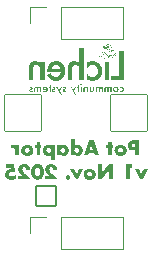
<source format=gbr>
%TF.GenerationSoftware,KiCad,Pcbnew,9.0.6*%
%TF.CreationDate,2025-12-17T11:27:33-05:00*%
%TF.ProjectId,lichen-breadboard-alpha-pot-single-adaptor,6c696368-656e-42d6-9272-656164626f61,rev?*%
%TF.SameCoordinates,Original*%
%TF.FileFunction,Legend,Bot*%
%TF.FilePolarity,Positive*%
%FSLAX46Y46*%
G04 Gerber Fmt 4.6, Leading zero omitted, Abs format (unit mm)*
G04 Created by KiCad (PCBNEW 9.0.6) date 2025-12-17 11:27:33*
%MOMM*%
%LPD*%
G01*
G04 APERTURE LIST*
G04 Aperture macros list*
%AMRoundRect*
0 Rectangle with rounded corners*
0 $1 Rounding radius*
0 $2 $3 $4 $5 $6 $7 $8 $9 X,Y pos of 4 corners*
0 Add a 4 corners polygon primitive as box body*
4,1,4,$2,$3,$4,$5,$6,$7,$8,$9,$2,$3,0*
0 Add four circle primitives for the rounded corners*
1,1,$1+$1,$2,$3*
1,1,$1+$1,$4,$5*
1,1,$1+$1,$6,$7*
1,1,$1+$1,$8,$9*
0 Add four rect primitives between the rounded corners*
20,1,$1+$1,$2,$3,$4,$5,0*
20,1,$1+$1,$4,$5,$6,$7,0*
20,1,$1+$1,$6,$7,$8,$9,0*
20,1,$1+$1,$8,$9,$2,$3,0*%
G04 Aperture macros list end*
%ADD10C,0.000000*%
%ADD11C,0.250000*%
%ADD12C,0.120000*%
%ADD13RoundRect,0.076200X-0.825000X0.825000X-0.825000X-0.825000X0.825000X-0.825000X0.825000X0.825000X0*%
%ADD14C,1.802400*%
%ADD15RoundRect,0.076200X-1.558000X1.558000X-1.558000X-1.558000X1.558000X-1.558000X1.558000X1.558000X0*%
%ADD16R,1.700000X1.700000*%
%ADD17C,1.700000*%
G04 APERTURE END LIST*
D10*
G36*
X109080978Y-105074231D02*
G01*
X109079886Y-105074386D01*
X109078696Y-105074529D01*
X109077548Y-105074639D01*
X109076442Y-105074716D01*
X109075377Y-105074760D01*
X109074355Y-105074771D01*
X109073374Y-105074749D01*
X109072435Y-105074694D01*
X109071538Y-105074607D01*
X109070683Y-105074486D01*
X109069869Y-105074332D01*
X109069097Y-105074146D01*
X109068367Y-105073926D01*
X109067679Y-105073674D01*
X109067033Y-105073388D01*
X109066428Y-105073070D01*
X109065865Y-105072718D01*
X109065344Y-105072334D01*
X109064864Y-105071917D01*
X109064427Y-105071467D01*
X109064030Y-105070984D01*
X109063676Y-105070468D01*
X109063363Y-105069919D01*
X109063092Y-105069337D01*
X109062863Y-105068722D01*
X109062676Y-105068074D01*
X109062530Y-105067393D01*
X109062425Y-105066679D01*
X109062363Y-105065933D01*
X109062342Y-105065153D01*
X109062362Y-105064341D01*
X109062425Y-105063495D01*
X109080978Y-105074231D01*
G37*
G36*
X109213859Y-104278119D02*
G01*
X109213240Y-104277436D01*
X109213356Y-104276863D01*
X109213859Y-104278119D01*
G37*
G36*
X109274753Y-104626139D02*
G01*
X109274078Y-104625861D01*
X109274357Y-104625777D01*
X109274753Y-104626139D01*
G37*
G36*
X109014628Y-104319606D02*
G01*
X109013900Y-104320320D01*
X109014459Y-104319411D01*
X109014628Y-104319606D01*
G37*
G36*
X109788031Y-104155472D02*
G01*
X109783581Y-104155488D01*
X109779150Y-104155374D01*
X109774739Y-104155128D01*
X109770348Y-104154752D01*
X109765975Y-104154245D01*
X109761623Y-104153606D01*
X109757289Y-104152837D01*
X109752975Y-104151936D01*
X109748681Y-104150904D01*
X109744406Y-104149742D01*
X109740150Y-104148447D01*
X109735913Y-104147022D01*
X109731696Y-104145465D01*
X109727498Y-104143777D01*
X109723319Y-104141958D01*
X109720251Y-104140519D01*
X109783269Y-104118933D01*
X109788031Y-104155472D01*
G37*
G36*
X109022853Y-104002804D02*
G01*
X109028134Y-104023683D01*
X109028106Y-104023710D01*
X109028070Y-104023741D01*
X109027982Y-104023815D01*
X109027878Y-104023897D01*
X109027766Y-104023984D01*
X109027552Y-104024148D01*
X109027467Y-104024215D01*
X109027407Y-104024265D01*
X109022436Y-104003801D01*
X109017564Y-103983268D01*
X109017472Y-103982037D01*
X109017472Y-103982024D01*
X109022853Y-104002804D01*
G37*
G36*
X108817454Y-104995348D02*
G01*
X108819233Y-104998633D01*
X108818712Y-104999167D01*
X108816790Y-104995995D01*
X108814854Y-104992825D01*
X108814854Y-104992823D01*
X108814859Y-104992816D01*
X108814883Y-104992791D01*
X108814975Y-104992701D01*
X108815264Y-104992430D01*
X108815554Y-104992161D01*
X108815646Y-104992074D01*
X108815669Y-104992051D01*
X108815674Y-104992044D01*
X108817454Y-104995348D01*
G37*
G36*
X109436268Y-104678738D02*
G01*
X109434733Y-104678923D01*
X109435342Y-104677111D01*
X109436268Y-104678738D01*
G37*
G36*
X109136983Y-104694861D02*
G01*
X109136900Y-104694893D01*
X109135344Y-104695460D01*
X109134631Y-104694562D01*
X109136983Y-104694861D01*
G37*
G36*
X109170666Y-104592325D02*
G01*
X109170282Y-104593595D01*
X109164198Y-104589998D01*
X109161135Y-104588202D01*
X109158045Y-104586412D01*
X109158852Y-104586279D01*
X109158865Y-104586279D01*
X109170666Y-104592325D01*
G37*
G36*
X109010606Y-103949864D02*
G01*
X109009270Y-103950605D01*
X109010130Y-103949573D01*
X109010606Y-103949864D01*
G37*
G36*
X108568196Y-104286573D02*
G01*
X108568328Y-104286836D01*
X108568377Y-104286935D01*
X108568419Y-104287025D01*
X108568449Y-104287093D01*
X108568458Y-104287116D01*
X108568461Y-104287128D01*
X108567399Y-104287407D01*
X108566339Y-104287672D01*
X108564227Y-104288187D01*
X108568196Y-104286559D01*
X108568196Y-104286573D01*
G37*
G36*
X109296751Y-104739930D02*
G01*
X109296984Y-104740107D01*
X109297058Y-104740165D01*
X109297078Y-104740182D01*
X109297084Y-104740188D01*
X109296884Y-104740439D01*
X109296409Y-104739672D01*
X109296751Y-104739930D01*
G37*
G36*
X109903577Y-104561483D02*
G01*
X109904092Y-104563461D01*
X109905175Y-104567375D01*
X109901180Y-104566145D01*
X109903352Y-104560563D01*
X109903577Y-104561483D01*
G37*
G36*
X108999599Y-104611455D02*
G01*
X108998779Y-104612129D01*
X108999586Y-104611392D01*
X108999599Y-104611455D01*
G37*
G36*
X109659867Y-104872148D02*
G01*
X109659324Y-104871434D01*
X109659695Y-104869701D01*
X109659867Y-104872148D01*
G37*
G36*
X109313448Y-104792031D02*
G01*
X109314981Y-104792297D01*
X109316531Y-104792544D01*
X109317314Y-104792656D01*
X109318103Y-104792760D01*
X109318067Y-104792798D01*
X109317895Y-104792985D01*
X109317615Y-104793289D01*
X109314771Y-104792517D01*
X109311927Y-104791755D01*
X109313448Y-104792031D01*
G37*
G36*
X108535441Y-104841536D02*
G01*
X108534065Y-104843084D01*
X108534806Y-104841007D01*
X108535441Y-104841536D01*
G37*
G36*
X109342229Y-104422740D02*
G01*
X109342257Y-104422778D01*
X109342328Y-104422879D01*
X109342501Y-104423137D01*
X109342711Y-104423461D01*
X109341562Y-104422846D01*
X109342208Y-104422714D01*
X109342229Y-104422740D01*
G37*
G36*
X109084739Y-104788517D02*
G01*
X109084736Y-104788520D01*
X109084729Y-104788527D01*
X109084626Y-104789211D01*
X109084550Y-104789677D01*
X109084521Y-104789826D01*
X109084511Y-104789865D01*
X109084507Y-104789875D01*
X109084504Y-104789876D01*
X109084301Y-104789858D01*
X109084097Y-104789843D01*
X109083692Y-104789820D01*
X109082890Y-104789784D01*
X109084742Y-104788514D01*
X109084739Y-104788517D01*
G37*
G36*
X109731715Y-104299074D02*
G01*
X109731318Y-104299326D01*
X109730154Y-104298545D01*
X109731715Y-104299074D01*
G37*
G36*
X109401594Y-104735055D02*
G01*
X109401585Y-104735070D01*
X109401565Y-104735099D01*
X109401495Y-104735191D01*
X109401291Y-104735453D01*
X109400999Y-104735822D01*
X109400985Y-104735835D01*
X109399555Y-104732961D01*
X109401594Y-104735055D01*
G37*
G36*
X109537114Y-104183681D02*
G01*
X109536816Y-104183494D01*
X109535441Y-104182581D01*
X109534139Y-104181665D01*
X109532909Y-104180748D01*
X109531752Y-104179828D01*
X109530668Y-104178905D01*
X109529657Y-104177980D01*
X109528719Y-104177053D01*
X109527854Y-104176123D01*
X109527061Y-104175191D01*
X109526341Y-104174256D01*
X109525694Y-104173320D01*
X109525120Y-104172380D01*
X109524618Y-104171439D01*
X109524189Y-104170495D01*
X109523833Y-104169549D01*
X109523550Y-104168601D01*
X109523339Y-104167650D01*
X109523201Y-104166697D01*
X109523136Y-104165742D01*
X109523144Y-104164785D01*
X109523224Y-104163825D01*
X109523377Y-104162863D01*
X109523603Y-104161899D01*
X109523902Y-104160933D01*
X109524273Y-104159965D01*
X109524716Y-104158994D01*
X109525233Y-104158021D01*
X109525822Y-104157046D01*
X109526484Y-104156069D01*
X109527218Y-104155090D01*
X109528025Y-104154109D01*
X109537114Y-104183681D01*
G37*
G36*
X108586137Y-104355561D02*
G01*
X108586212Y-104355768D01*
X108586275Y-104355948D01*
X108586314Y-104356074D01*
X108586322Y-104356108D01*
X108586322Y-104356116D01*
X108586320Y-104356118D01*
X108586089Y-104356238D01*
X108585863Y-104356359D01*
X108585419Y-104356603D01*
X108584547Y-104357097D01*
X108585923Y-104354994D01*
X108586137Y-104355561D01*
G37*
G36*
X108527327Y-104851098D02*
G01*
X108524785Y-104853693D01*
X108522226Y-104855922D01*
X108519652Y-104857798D01*
X108517065Y-104859333D01*
X108514470Y-104860537D01*
X108511869Y-104861422D01*
X108509264Y-104862000D01*
X108506658Y-104862284D01*
X108504054Y-104862283D01*
X108501456Y-104862010D01*
X108498865Y-104861477D01*
X108496286Y-104860696D01*
X108493719Y-104859677D01*
X108491169Y-104858432D01*
X108488639Y-104856974D01*
X108486130Y-104855314D01*
X108483646Y-104853463D01*
X108481190Y-104851433D01*
X108478764Y-104849235D01*
X108476372Y-104846883D01*
X108475958Y-104846444D01*
X108504180Y-104846444D01*
X108504275Y-104846829D01*
X108504379Y-104847195D01*
X108504491Y-104847541D01*
X108504612Y-104847868D01*
X108504741Y-104848177D01*
X108504879Y-104848466D01*
X108505025Y-104848736D01*
X108505180Y-104848988D01*
X108505344Y-104849220D01*
X108505516Y-104849434D01*
X108505696Y-104849629D01*
X108505885Y-104849805D01*
X108506083Y-104849962D01*
X108506289Y-104850101D01*
X108506503Y-104850221D01*
X108506725Y-104850322D01*
X108506956Y-104850405D01*
X108507195Y-104850469D01*
X108507442Y-104850515D01*
X108507698Y-104850542D01*
X108507962Y-104850551D01*
X108508234Y-104850542D01*
X108508515Y-104850514D01*
X108508803Y-104850468D01*
X108509100Y-104850404D01*
X108509405Y-104850322D01*
X108509718Y-104850221D01*
X108510039Y-104850102D01*
X108510368Y-104849966D01*
X108510705Y-104849811D01*
X108511403Y-104849447D01*
X108511322Y-104848961D01*
X108511231Y-104848501D01*
X108511131Y-104848065D01*
X108511021Y-104847655D01*
X108510902Y-104847270D01*
X108510774Y-104846911D01*
X108510637Y-104846577D01*
X108510490Y-104846268D01*
X108510334Y-104845984D01*
X108510169Y-104845725D01*
X108509995Y-104845492D01*
X108509811Y-104845285D01*
X108509618Y-104845102D01*
X108509415Y-104844945D01*
X108509203Y-104844813D01*
X108508982Y-104844706D01*
X108508752Y-104844625D01*
X108508512Y-104844569D01*
X108508263Y-104844538D01*
X108508005Y-104844533D01*
X108507737Y-104844553D01*
X108507461Y-104844598D01*
X108507174Y-104844669D01*
X108506879Y-104844765D01*
X108506574Y-104844886D01*
X108506260Y-104845033D01*
X108505937Y-104845205D01*
X108505604Y-104845402D01*
X108505262Y-104845624D01*
X108504911Y-104845872D01*
X108504550Y-104846146D01*
X108504180Y-104846444D01*
X108475958Y-104846444D01*
X108474015Y-104844386D01*
X108469423Y-104839006D01*
X108465008Y-104833190D01*
X108460796Y-104827031D01*
X108456807Y-104820621D01*
X108483159Y-104826706D01*
X108482868Y-104825767D01*
X108488358Y-104830728D01*
X108489652Y-104827070D01*
X108534644Y-104841273D01*
X108532347Y-104844767D01*
X108529849Y-104848127D01*
X108528728Y-104849447D01*
X108527327Y-104851098D01*
G37*
G36*
X108550601Y-104362416D02*
G01*
X108550479Y-104362714D01*
X108550351Y-104362988D01*
X108550220Y-104363239D01*
X108550086Y-104363467D01*
X108549949Y-104363672D01*
X108549811Y-104363855D01*
X108549673Y-104364015D01*
X108549535Y-104364153D01*
X108549397Y-104364269D01*
X108549262Y-104364364D01*
X108549129Y-104364438D01*
X108548999Y-104364491D01*
X108548873Y-104364523D01*
X108548752Y-104364534D01*
X108548637Y-104364526D01*
X108548528Y-104364497D01*
X108548426Y-104364450D01*
X108548332Y-104364382D01*
X108548247Y-104364296D01*
X108548172Y-104364191D01*
X108548107Y-104364068D01*
X108548053Y-104363926D01*
X108548011Y-104363767D01*
X108547982Y-104363589D01*
X108547966Y-104363395D01*
X108547965Y-104363183D01*
X108547978Y-104362955D01*
X108548008Y-104362709D01*
X108548054Y-104362448D01*
X108548117Y-104362171D01*
X108548199Y-104361877D01*
X108548299Y-104361569D01*
X108550601Y-104362416D01*
G37*
G36*
X108939168Y-104088320D02*
G01*
X108938779Y-104088041D01*
X108938930Y-104087553D01*
X108939168Y-104088320D01*
G37*
G36*
X108769819Y-104489081D02*
G01*
X108774281Y-104489402D01*
X108778529Y-104489893D01*
X108782563Y-104490555D01*
X108786382Y-104491388D01*
X108789987Y-104492392D01*
X108793378Y-104493566D01*
X108796555Y-104494911D01*
X108799517Y-104496426D01*
X108802265Y-104498112D01*
X108804798Y-104499969D01*
X108807118Y-104501996D01*
X108809223Y-104504194D01*
X108811114Y-104506563D01*
X108812790Y-104509102D01*
X108814252Y-104511812D01*
X108815500Y-104514693D01*
X108816534Y-104517744D01*
X108817353Y-104520966D01*
X108817958Y-104524359D01*
X108818349Y-104527922D01*
X108818526Y-104531656D01*
X108818488Y-104535560D01*
X108818236Y-104539636D01*
X108817770Y-104543882D01*
X108817090Y-104548299D01*
X108784190Y-104547773D01*
X108785394Y-104543889D01*
X108786275Y-104539830D01*
X108786666Y-104536212D01*
X108786600Y-104533006D01*
X108786109Y-104530181D01*
X108785227Y-104527709D01*
X108783986Y-104525559D01*
X108782418Y-104523704D01*
X108780557Y-104522112D01*
X108778435Y-104520756D01*
X108776085Y-104519604D01*
X108773539Y-104518629D01*
X108767993Y-104517088D01*
X108762056Y-104515897D01*
X108750062Y-104513625D01*
X108744528Y-104512074D01*
X108741991Y-104511091D01*
X108739651Y-104509931D01*
X108737540Y-104508564D01*
X108735692Y-104506961D01*
X108734139Y-104505093D01*
X108732914Y-104502929D01*
X108732050Y-104500442D01*
X108731579Y-104497600D01*
X108731533Y-104494376D01*
X108731947Y-104490738D01*
X108732582Y-104491612D01*
X108738544Y-104490738D01*
X108744293Y-104490035D01*
X108749826Y-104489503D01*
X108755146Y-104489142D01*
X108760251Y-104488951D01*
X108765142Y-104488930D01*
X108769819Y-104489081D01*
G37*
G36*
X109149062Y-104641194D02*
G01*
X109147687Y-104640135D01*
X109148732Y-104639619D01*
X109149062Y-104641194D01*
G37*
G36*
X108980122Y-104859712D02*
G01*
X108980569Y-104860150D01*
X108980989Y-104860588D01*
X108981381Y-104861027D01*
X108981747Y-104861467D01*
X108982085Y-104861908D01*
X108982396Y-104862350D01*
X108982680Y-104862793D01*
X108982937Y-104863236D01*
X108983166Y-104863681D01*
X108983369Y-104864126D01*
X108983544Y-104864572D01*
X108983692Y-104865019D01*
X108983813Y-104865467D01*
X108983906Y-104865916D01*
X108983973Y-104866366D01*
X108984012Y-104866816D01*
X108984024Y-104867268D01*
X108984009Y-104867720D01*
X108983966Y-104868173D01*
X108983896Y-104868628D01*
X108983799Y-104869083D01*
X108983675Y-104869539D01*
X108983524Y-104869996D01*
X108983345Y-104870454D01*
X108983139Y-104870912D01*
X108982906Y-104871372D01*
X108982645Y-104871833D01*
X108982358Y-104872294D01*
X108982043Y-104872757D01*
X108981700Y-104873220D01*
X108981102Y-104872912D01*
X108980537Y-104872594D01*
X108980006Y-104872268D01*
X108979508Y-104871932D01*
X108979043Y-104871587D01*
X108978612Y-104871234D01*
X108978214Y-104870871D01*
X108977850Y-104870499D01*
X108977520Y-104870118D01*
X108977223Y-104869728D01*
X108976959Y-104869328D01*
X108976729Y-104868920D01*
X108976532Y-104868503D01*
X108976369Y-104868076D01*
X108976239Y-104867641D01*
X108976142Y-104867196D01*
X108976079Y-104866742D01*
X108976050Y-104866279D01*
X108976054Y-104865807D01*
X108976091Y-104865326D01*
X108976162Y-104864836D01*
X108976266Y-104864336D01*
X108976404Y-104863828D01*
X108976575Y-104863310D01*
X108976779Y-104862783D01*
X108977017Y-104862247D01*
X108977289Y-104861702D01*
X108977594Y-104861148D01*
X108977932Y-104860585D01*
X108978303Y-104860012D01*
X108979147Y-104858840D01*
X108980122Y-104859712D01*
G37*
G36*
X109016056Y-104549582D02*
G01*
X109014707Y-104549555D01*
X109016149Y-104548285D01*
X109016056Y-104549582D01*
G37*
G36*
X109476709Y-104288359D02*
G01*
X109477318Y-104289166D01*
X109456931Y-104265737D01*
X109456965Y-104265698D01*
X109457055Y-104265603D01*
X109457328Y-104265322D01*
X109457725Y-104264917D01*
X109476709Y-104288359D01*
G37*
G36*
X109190582Y-104338017D02*
G01*
X109190594Y-104338019D01*
X109190597Y-104338021D01*
X109190597Y-104338023D01*
X109190593Y-104338025D01*
X109190587Y-104338028D01*
X109190562Y-104338034D01*
X109190545Y-104338015D01*
X109190582Y-104338017D01*
G37*
G36*
X109345952Y-103915600D02*
G01*
X109345965Y-103915614D01*
X109345278Y-103916074D01*
X109345330Y-103914635D01*
X109345952Y-103915600D01*
G37*
G36*
X109272557Y-104481385D02*
G01*
X109271802Y-104481967D01*
X109272486Y-104481285D01*
X109272557Y-104481385D01*
G37*
G36*
X109261175Y-104651816D02*
G01*
X109261449Y-104651839D01*
X109261708Y-104651872D01*
X109261953Y-104651915D01*
X109262185Y-104651968D01*
X109262403Y-104652031D01*
X109262607Y-104652104D01*
X109262797Y-104652188D01*
X109262974Y-104652282D01*
X109263136Y-104652386D01*
X109263285Y-104652500D01*
X109263420Y-104652624D01*
X109263542Y-104652758D01*
X109263649Y-104652903D01*
X109263743Y-104653057D01*
X109263824Y-104653222D01*
X109263890Y-104653397D01*
X109263943Y-104653582D01*
X109263983Y-104653778D01*
X109264008Y-104653983D01*
X109264020Y-104654199D01*
X109264019Y-104654425D01*
X109264004Y-104654660D01*
X109263975Y-104654906D01*
X109263933Y-104655163D01*
X109263877Y-104655429D01*
X109263724Y-104655992D01*
X109263517Y-104656596D01*
X109263257Y-104657241D01*
X109262984Y-104657214D01*
X109262724Y-104657178D01*
X109262476Y-104657132D01*
X109262242Y-104657078D01*
X109262020Y-104657014D01*
X109261810Y-104656941D01*
X109261614Y-104656858D01*
X109261430Y-104656767D01*
X109261259Y-104656666D01*
X109261101Y-104656556D01*
X109260955Y-104656437D01*
X109260823Y-104656309D01*
X109260703Y-104656171D01*
X109260596Y-104656024D01*
X109260502Y-104655868D01*
X109260421Y-104655703D01*
X109260352Y-104655528D01*
X109260297Y-104655345D01*
X109260255Y-104655152D01*
X109260225Y-104654949D01*
X109260209Y-104654738D01*
X109260205Y-104654517D01*
X109260215Y-104654287D01*
X109260237Y-104654048D01*
X109260273Y-104653800D01*
X109260321Y-104653543D01*
X109260383Y-104653276D01*
X109260458Y-104653000D01*
X109260647Y-104652420D01*
X109260888Y-104651804D01*
X109261175Y-104651816D01*
G37*
G36*
X109472364Y-104459066D02*
G01*
X109472357Y-104459068D01*
X109471709Y-104458658D01*
X109471722Y-104458644D01*
X109472364Y-104459066D01*
G37*
G36*
X108998245Y-104913302D02*
G01*
X108998058Y-104912640D01*
X108997992Y-104912389D01*
X108997937Y-104912168D01*
X108997918Y-104912079D01*
X108997906Y-104912009D01*
X108997901Y-104911962D01*
X108997902Y-104911948D01*
X108997906Y-104911942D01*
X108998236Y-104911847D01*
X108998556Y-104911760D01*
X108999176Y-104911598D01*
X108998245Y-104913302D01*
G37*
G36*
X109673334Y-104872162D02*
G01*
X109673559Y-104872915D01*
X109659854Y-104872148D01*
X109659285Y-104871461D01*
X109673334Y-104872162D01*
G37*
G36*
X109568348Y-104683170D02*
G01*
X109566773Y-104682442D01*
X109568930Y-104682336D01*
X109568348Y-104683170D01*
G37*
G36*
X109051394Y-103873123D02*
G01*
X109051651Y-103873408D01*
X109052003Y-103873798D01*
X109050792Y-103873980D01*
X109050850Y-103873882D01*
X109050937Y-103873721D01*
X109051021Y-103873549D01*
X109051103Y-103873368D01*
X109051182Y-103873177D01*
X109051259Y-103872976D01*
X109051394Y-103873123D01*
G37*
G36*
X109624069Y-104895419D02*
G01*
X109623610Y-104895734D01*
X109623148Y-104896049D01*
X109623022Y-104896135D01*
X109622494Y-104894929D01*
X109624069Y-104895419D01*
G37*
G36*
X109500568Y-103921984D02*
G01*
X109494383Y-103928168D01*
X109494072Y-103927859D01*
X109493859Y-103927649D01*
X109493788Y-103927582D01*
X109493769Y-103927564D01*
X109493762Y-103927560D01*
X109499860Y-103921276D01*
X109500568Y-103921984D01*
G37*
G36*
X109340236Y-104535496D02*
G01*
X109339999Y-104535427D01*
X109340078Y-104535374D01*
X109340236Y-104535496D01*
G37*
G36*
X109068841Y-104835371D02*
G01*
X109068841Y-104835385D01*
X109068136Y-104835418D01*
X109067876Y-104835426D01*
X109067646Y-104835429D01*
X109067481Y-104835425D01*
X109067432Y-104835419D01*
X109067418Y-104835416D01*
X109067412Y-104835411D01*
X109067572Y-104835206D01*
X109067734Y-104835005D01*
X109067898Y-104834810D01*
X109068063Y-104834617D01*
X109068398Y-104834239D01*
X109068735Y-104833863D01*
X109068841Y-104835371D01*
G37*
G36*
X109462145Y-104546003D02*
G01*
X109462070Y-104546464D01*
X109462025Y-104546752D01*
X109460649Y-104546698D01*
X109460853Y-104546486D01*
X109461058Y-104546278D01*
X109461264Y-104546073D01*
X109461471Y-104545871D01*
X109461886Y-104545474D01*
X109462302Y-104545084D01*
X109462145Y-104546003D01*
G37*
G36*
X109689037Y-104835199D02*
G01*
X109686907Y-104836350D01*
X109686956Y-104836164D01*
X109687066Y-104835755D01*
X109687128Y-104835536D01*
X109687186Y-104835346D01*
X109687212Y-104835269D01*
X109687234Y-104835211D01*
X109687252Y-104835173D01*
X109687259Y-104835163D01*
X109687265Y-104835160D01*
X109689037Y-104835199D01*
G37*
G36*
X108789973Y-104395921D02*
G01*
X108790552Y-104396148D01*
X108791099Y-104396380D01*
X108791614Y-104396618D01*
X108792096Y-104396862D01*
X108792546Y-104397111D01*
X108792964Y-104397366D01*
X108793350Y-104397627D01*
X108793703Y-104397893D01*
X108794024Y-104398165D01*
X108794313Y-104398443D01*
X108794570Y-104398726D01*
X108794794Y-104399015D01*
X108794986Y-104399309D01*
X108795146Y-104399609D01*
X108795273Y-104399915D01*
X108795368Y-104400226D01*
X108795431Y-104400543D01*
X108795462Y-104400866D01*
X108795460Y-104401194D01*
X108795426Y-104401528D01*
X108795360Y-104401867D01*
X108795261Y-104402212D01*
X108795130Y-104402563D01*
X108794967Y-104402919D01*
X108794772Y-104403281D01*
X108794544Y-104403648D01*
X108794284Y-104404021D01*
X108793991Y-104404400D01*
X108793667Y-104404784D01*
X108793310Y-104405174D01*
X108792920Y-104405569D01*
X108785558Y-104401088D01*
X108787670Y-104398091D01*
X108789361Y-104395700D01*
X108789973Y-104395921D01*
G37*
G36*
X108785558Y-104401088D02*
G01*
X108785551Y-104401098D01*
X108785551Y-104401084D01*
X108785558Y-104401088D01*
G37*
G36*
X109750063Y-104271161D02*
G01*
X109750050Y-104271161D01*
X109750049Y-104271157D01*
X109750063Y-104271161D01*
G37*
G36*
X109431138Y-104412798D02*
G01*
X109431580Y-104412862D01*
X109432006Y-104412961D01*
X109432416Y-104413093D01*
X109432808Y-104413259D01*
X109433184Y-104413459D01*
X109433544Y-104413693D01*
X109433887Y-104413961D01*
X109434213Y-104414263D01*
X109434522Y-104414598D01*
X109434815Y-104414968D01*
X109435091Y-104415371D01*
X109435351Y-104415808D01*
X109435594Y-104416279D01*
X109435820Y-104416784D01*
X109436030Y-104417323D01*
X109436223Y-104417895D01*
X109436399Y-104418502D01*
X109436559Y-104419142D01*
X109435618Y-104419591D01*
X109435153Y-104419781D01*
X109434692Y-104419948D01*
X109434234Y-104420093D01*
X109433780Y-104420216D01*
X109433329Y-104420315D01*
X109432882Y-104420392D01*
X109432438Y-104420447D01*
X109431998Y-104420479D01*
X109431562Y-104420488D01*
X109431129Y-104420474D01*
X109430699Y-104420438D01*
X109430273Y-104420379D01*
X109429850Y-104420298D01*
X109429431Y-104420194D01*
X109429016Y-104420067D01*
X109428604Y-104419918D01*
X109428195Y-104419746D01*
X109427790Y-104419551D01*
X109427388Y-104419334D01*
X109426990Y-104419094D01*
X109426595Y-104418832D01*
X109426204Y-104418547D01*
X109425816Y-104418239D01*
X109425432Y-104417909D01*
X109424673Y-104417180D01*
X109423928Y-104416361D01*
X109423197Y-104415451D01*
X109424531Y-104414666D01*
X109425798Y-104414016D01*
X109426407Y-104413741D01*
X109426999Y-104413501D01*
X109427574Y-104413295D01*
X109428133Y-104413122D01*
X109428675Y-104412983D01*
X109429201Y-104412879D01*
X109429710Y-104412808D01*
X109430203Y-104412770D01*
X109430678Y-104412767D01*
X109431138Y-104412798D01*
G37*
G36*
X109233359Y-103820165D02*
G01*
X109249220Y-103826039D01*
X109247845Y-103828140D01*
X109246454Y-103830110D01*
X109245047Y-103831951D01*
X109243626Y-103833662D01*
X109242188Y-103835243D01*
X109240736Y-103836695D01*
X109239268Y-103838016D01*
X109237785Y-103839208D01*
X109236286Y-103840270D01*
X109234772Y-103841202D01*
X109233243Y-103842004D01*
X109231698Y-103842676D01*
X109230138Y-103843219D01*
X109228562Y-103843631D01*
X109226971Y-103843914D01*
X109225365Y-103844067D01*
X109223743Y-103844090D01*
X109222106Y-103843983D01*
X109220453Y-103843747D01*
X109218785Y-103843381D01*
X109217101Y-103842884D01*
X109215402Y-103842258D01*
X109213687Y-103841502D01*
X109211957Y-103840617D01*
X109210212Y-103839601D01*
X109208451Y-103838456D01*
X109206675Y-103837181D01*
X109204883Y-103835775D01*
X109203075Y-103834241D01*
X109201253Y-103832576D01*
X109199414Y-103830781D01*
X109198065Y-103829380D01*
X109198081Y-103826178D01*
X109198088Y-103823111D01*
X109234533Y-103819585D01*
X109233359Y-103820165D01*
G37*
G36*
X109260373Y-104456647D02*
G01*
X109258596Y-104456634D01*
X109259579Y-104455694D01*
X109259579Y-104455681D01*
X109260373Y-104456647D01*
G37*
G36*
X109126216Y-103845592D02*
G01*
X109126216Y-103845578D01*
X109124703Y-103845230D01*
X109126718Y-103844904D01*
X109126216Y-103845592D01*
G37*
G36*
X109732545Y-104554850D02*
G01*
X109733086Y-104555320D01*
X109733587Y-104555794D01*
X109734049Y-104556272D01*
X109734473Y-104556754D01*
X109734857Y-104557240D01*
X109735202Y-104557730D01*
X109735508Y-104558224D01*
X109735775Y-104558722D01*
X109736003Y-104559224D01*
X109736192Y-104559730D01*
X109736342Y-104560240D01*
X109736453Y-104560754D01*
X109736525Y-104561272D01*
X109736558Y-104561794D01*
X109736551Y-104562320D01*
X109736506Y-104562850D01*
X109736422Y-104563384D01*
X109736299Y-104563922D01*
X109736136Y-104564464D01*
X109735935Y-104565010D01*
X109735695Y-104565560D01*
X109735415Y-104566114D01*
X109735097Y-104566672D01*
X109734739Y-104567233D01*
X109734343Y-104567799D01*
X109733908Y-104568369D01*
X109733433Y-104568943D01*
X109732920Y-104569521D01*
X109732367Y-104570102D01*
X109731776Y-104570688D01*
X109731146Y-104571278D01*
X109730584Y-104570714D01*
X109730061Y-104570153D01*
X109729575Y-104569595D01*
X109729127Y-104569038D01*
X109728717Y-104568484D01*
X109728345Y-104567932D01*
X109728011Y-104567383D01*
X109727715Y-104566835D01*
X109727457Y-104566290D01*
X109727236Y-104565747D01*
X109727054Y-104565207D01*
X109726909Y-104564668D01*
X109726802Y-104564132D01*
X109726733Y-104563599D01*
X109726702Y-104563067D01*
X109726709Y-104562538D01*
X109726754Y-104562011D01*
X109726836Y-104561487D01*
X109726957Y-104560964D01*
X109727115Y-104560444D01*
X109727311Y-104559927D01*
X109727545Y-104559411D01*
X109727817Y-104558898D01*
X109728126Y-104558387D01*
X109728474Y-104557879D01*
X109728859Y-104557373D01*
X109729282Y-104556869D01*
X109729743Y-104556367D01*
X109730242Y-104555868D01*
X109730779Y-104555371D01*
X109731353Y-104554876D01*
X109731966Y-104554384D01*
X109732545Y-104554850D01*
G37*
G36*
X109595145Y-104118033D02*
G01*
X109599635Y-104118303D01*
X109604000Y-104118741D01*
X109608240Y-104119348D01*
X109612356Y-104120125D01*
X109616348Y-104121070D01*
X109620215Y-104122185D01*
X109623958Y-104123468D01*
X109627576Y-104124921D01*
X109631070Y-104126542D01*
X109634439Y-104128333D01*
X109637684Y-104130292D01*
X109640805Y-104132421D01*
X109643801Y-104134718D01*
X109646673Y-104137185D01*
X109649420Y-104139820D01*
X109652042Y-104142625D01*
X109654541Y-104145599D01*
X109656915Y-104148742D01*
X109659164Y-104152053D01*
X109661289Y-104155534D01*
X109663290Y-104159184D01*
X109665166Y-104163003D01*
X109666918Y-104166991D01*
X109668545Y-104171148D01*
X109667177Y-104171711D01*
X109665252Y-104172074D01*
X109659899Y-104172221D01*
X109652819Y-104171644D01*
X109644344Y-104170394D01*
X109634807Y-104168524D01*
X109624538Y-104166088D01*
X109613872Y-104163137D01*
X109603139Y-104159725D01*
X109592671Y-104155904D01*
X109582802Y-104151727D01*
X109573863Y-104147248D01*
X109569847Y-104144910D01*
X109566187Y-104142517D01*
X109562926Y-104140075D01*
X109560105Y-104137589D01*
X109557766Y-104135068D01*
X109555950Y-104132517D01*
X109554698Y-104129942D01*
X109554053Y-104127352D01*
X109554056Y-104124751D01*
X109554748Y-104122147D01*
X109554748Y-104121962D01*
X109560233Y-104120880D01*
X109565594Y-104119966D01*
X109570830Y-104119221D01*
X109575942Y-104118646D01*
X109580930Y-104118239D01*
X109585793Y-104118002D01*
X109590531Y-104117933D01*
X109595145Y-104118033D01*
G37*
G36*
X109016070Y-104549621D02*
G01*
X109016070Y-104549608D01*
X109004904Y-104550918D01*
X109004388Y-104549727D01*
X109016149Y-104548285D01*
X109016070Y-104549621D01*
G37*
G36*
X109655147Y-104199930D02*
G01*
X109655349Y-104199951D01*
X109655551Y-104199983D01*
X109655754Y-104200026D01*
X109655958Y-104200081D01*
X109656163Y-104200146D01*
X109656368Y-104200222D01*
X109656574Y-104200310D01*
X109656781Y-104200408D01*
X109656989Y-104200517D01*
X109657197Y-104200637D01*
X109657406Y-104200768D01*
X109657316Y-104201148D01*
X109657219Y-104201507D01*
X109657115Y-104201843D01*
X109657004Y-104202158D01*
X109656887Y-104202452D01*
X109656762Y-104202724D01*
X109656631Y-104202974D01*
X109656493Y-104203202D01*
X109656348Y-104203409D01*
X109656195Y-104203594D01*
X109656036Y-104203757D01*
X109655871Y-104203898D01*
X109655698Y-104204017D01*
X109655518Y-104204115D01*
X109655331Y-104204191D01*
X109655138Y-104204244D01*
X109654937Y-104204276D01*
X109654729Y-104204286D01*
X109654514Y-104204274D01*
X109654293Y-104204240D01*
X109654064Y-104204184D01*
X109653828Y-104204105D01*
X109653586Y-104204005D01*
X109653336Y-104203883D01*
X109653079Y-104203738D01*
X109652815Y-104203571D01*
X109652544Y-104203382D01*
X109652266Y-104203171D01*
X109651981Y-104202938D01*
X109651689Y-104202682D01*
X109651389Y-104202405D01*
X109651083Y-104202104D01*
X109651456Y-104201679D01*
X109651644Y-104201484D01*
X109651833Y-104201300D01*
X109652022Y-104201128D01*
X109652212Y-104200967D01*
X109652402Y-104200818D01*
X109652594Y-104200681D01*
X109652786Y-104200555D01*
X109652978Y-104200440D01*
X109653172Y-104200337D01*
X109653366Y-104200246D01*
X109653561Y-104200166D01*
X109653757Y-104200097D01*
X109653953Y-104200039D01*
X109654150Y-104199993D01*
X109654348Y-104199958D01*
X109654547Y-104199934D01*
X109654746Y-104199922D01*
X109654946Y-104199920D01*
X109655147Y-104199930D01*
G37*
G36*
X108597287Y-104794295D02*
G01*
X108597091Y-104794317D01*
X108596902Y-104794333D01*
X108596721Y-104794342D01*
X108596546Y-104794344D01*
X108596379Y-104794340D01*
X108596219Y-104794328D01*
X108596066Y-104794310D01*
X108595920Y-104794285D01*
X108595782Y-104794253D01*
X108595650Y-104794214D01*
X108595526Y-104794168D01*
X108595409Y-104794116D01*
X108595300Y-104794056D01*
X108595197Y-104793990D01*
X108595102Y-104793917D01*
X108595013Y-104793837D01*
X108594932Y-104793750D01*
X108594858Y-104793656D01*
X108594792Y-104793556D01*
X108594732Y-104793448D01*
X108594680Y-104793334D01*
X108594634Y-104793213D01*
X108594596Y-104793085D01*
X108594565Y-104792950D01*
X108594542Y-104792808D01*
X108594525Y-104792659D01*
X108594515Y-104792504D01*
X108594513Y-104792341D01*
X108594518Y-104792172D01*
X108594530Y-104791996D01*
X108594549Y-104791813D01*
X108594575Y-104791623D01*
X108596877Y-104790935D01*
X108597287Y-104794295D01*
G37*
G36*
X109025545Y-103922202D02*
G01*
X109034418Y-103929623D01*
X109042241Y-103936554D01*
X109048699Y-103942745D01*
X109053477Y-103947944D01*
X109055138Y-103950094D01*
X109056260Y-103951901D01*
X109056260Y-103951914D01*
X109056657Y-103951809D01*
X109056710Y-103959230D01*
X109056405Y-103959138D01*
X109066848Y-104005969D01*
X109064124Y-104001501D01*
X109059788Y-103993355D01*
X109050717Y-103974353D01*
X109040925Y-103953173D01*
X109035690Y-103942306D01*
X109030190Y-103931540D01*
X109024594Y-103921444D01*
X109025545Y-103922202D01*
G37*
G36*
X109392385Y-103868986D02*
G01*
X109392525Y-103869169D01*
X109392597Y-103869266D01*
X109392655Y-103869348D01*
X109392676Y-103869380D01*
X109392690Y-103869403D01*
X109392694Y-103869411D01*
X109392695Y-103869416D01*
X109392694Y-103869418D01*
X109392691Y-103869417D01*
X109392685Y-103869414D01*
X109392678Y-103869407D01*
X109392660Y-103869388D01*
X109392637Y-103869360D01*
X109392610Y-103869326D01*
X109392550Y-103869243D01*
X109392486Y-103869150D01*
X109392371Y-103868978D01*
X109392320Y-103868901D01*
X109392385Y-103868986D01*
G37*
G36*
X108998237Y-104913318D02*
G01*
X108997853Y-104911968D01*
X109000366Y-104910209D01*
X108998237Y-104913318D01*
G37*
G36*
X108933797Y-105056166D02*
G01*
X108932488Y-105056074D01*
X108937747Y-105044688D01*
X108933797Y-105056166D01*
G37*
G36*
X108763525Y-104294471D02*
G01*
X108763101Y-104294113D01*
X108764676Y-104293174D01*
X108763525Y-104294471D01*
G37*
G36*
X109417085Y-104516257D02*
G01*
X109416062Y-104517367D01*
X109415037Y-104518394D01*
X109414011Y-104519338D01*
X109412982Y-104520200D01*
X109411951Y-104520979D01*
X109410919Y-104521676D01*
X109409884Y-104522290D01*
X109408848Y-104522821D01*
X109407809Y-104523270D01*
X109406769Y-104523636D01*
X109405727Y-104523919D01*
X109404683Y-104524120D01*
X109403637Y-104524238D01*
X109402589Y-104524274D01*
X109401539Y-104524227D01*
X109400488Y-104524097D01*
X109399434Y-104523885D01*
X109398379Y-104523591D01*
X109397321Y-104523213D01*
X109396262Y-104522753D01*
X109395201Y-104522211D01*
X109394138Y-104521586D01*
X109393073Y-104520878D01*
X109392006Y-104520088D01*
X109390937Y-104519215D01*
X109389867Y-104518260D01*
X109388794Y-104517222D01*
X109387720Y-104516101D01*
X109386644Y-104514898D01*
X109385566Y-104513613D01*
X109384486Y-104512245D01*
X109383404Y-104510794D01*
X109393934Y-104496427D01*
X109417085Y-104516257D01*
G37*
G36*
X109763266Y-104739764D02*
G01*
X109762672Y-104740543D01*
X109762090Y-104741281D01*
X109761520Y-104741977D01*
X109760962Y-104742631D01*
X109760416Y-104743244D01*
X109759882Y-104743815D01*
X109759360Y-104744344D01*
X109758850Y-104744832D01*
X109758353Y-104745278D01*
X109757867Y-104745682D01*
X109757393Y-104746045D01*
X109756931Y-104746366D01*
X109756482Y-104746645D01*
X109756044Y-104746883D01*
X109755618Y-104747079D01*
X109755205Y-104747234D01*
X109754803Y-104747347D01*
X109754413Y-104747418D01*
X109754035Y-104747447D01*
X109753669Y-104747435D01*
X109753315Y-104747381D01*
X109752974Y-104747286D01*
X109752643Y-104747148D01*
X109752325Y-104746969D01*
X109752019Y-104746749D01*
X109751725Y-104746486D01*
X109751443Y-104746183D01*
X109751172Y-104745837D01*
X109750913Y-104745449D01*
X109750667Y-104745020D01*
X109750432Y-104744550D01*
X109750209Y-104744037D01*
X109763160Y-104739738D01*
X109763266Y-104739764D01*
G37*
G36*
X108783190Y-104547802D02*
G01*
X108783274Y-104547871D01*
X108783554Y-104548090D01*
X108783977Y-104548418D01*
X108783990Y-104548418D01*
X108782949Y-104549235D01*
X108783170Y-104547785D01*
X108783190Y-104547802D01*
G37*
G36*
X108840770Y-104543655D02*
G01*
X108839553Y-104545375D01*
X108838574Y-104543457D01*
X108840770Y-104543655D01*
G37*
G36*
X109184293Y-103886943D02*
G01*
X109184186Y-103887462D01*
X109184159Y-103886893D01*
X109184146Y-103886880D01*
X109184293Y-103886943D01*
G37*
G36*
X109682741Y-104543906D02*
G01*
X109683132Y-104544411D01*
X109683490Y-104544904D01*
X109683816Y-104545387D01*
X109684109Y-104545859D01*
X109684370Y-104546320D01*
X109684598Y-104546771D01*
X109684793Y-104547210D01*
X109684955Y-104547639D01*
X109685085Y-104548056D01*
X109685182Y-104548463D01*
X109685246Y-104548859D01*
X109685278Y-104549244D01*
X109685277Y-104549618D01*
X109685244Y-104549982D01*
X109685178Y-104550334D01*
X109685079Y-104550676D01*
X109684947Y-104551006D01*
X109684783Y-104551326D01*
X109684587Y-104551635D01*
X109684357Y-104551933D01*
X109684096Y-104552220D01*
X109683801Y-104552496D01*
X109683474Y-104552761D01*
X109683114Y-104553015D01*
X109682722Y-104553259D01*
X109682297Y-104553491D01*
X109681840Y-104553713D01*
X109681350Y-104553923D01*
X109680827Y-104554123D01*
X109680272Y-104554312D01*
X109679684Y-104554490D01*
X109679415Y-104554009D01*
X109679169Y-104553537D01*
X109678945Y-104553074D01*
X109678745Y-104552619D01*
X109678567Y-104552173D01*
X109678411Y-104551735D01*
X109678278Y-104551306D01*
X109678168Y-104550886D01*
X109678081Y-104550474D01*
X109678016Y-104550071D01*
X109677974Y-104549677D01*
X109677955Y-104549291D01*
X109677958Y-104548914D01*
X109677984Y-104548545D01*
X109678032Y-104548185D01*
X109678103Y-104547834D01*
X109678197Y-104547491D01*
X109678314Y-104547157D01*
X109678453Y-104546832D01*
X109678614Y-104546515D01*
X109678799Y-104546207D01*
X109679005Y-104545908D01*
X109679235Y-104545617D01*
X109679487Y-104545335D01*
X109679762Y-104545062D01*
X109680059Y-104544797D01*
X109680379Y-104544541D01*
X109680721Y-104544293D01*
X109681086Y-104544055D01*
X109681474Y-104543825D01*
X109681884Y-104543603D01*
X109682317Y-104543390D01*
X109682741Y-104543906D01*
G37*
G36*
X109208369Y-104307554D02*
G01*
X109207178Y-104307329D01*
X109207165Y-104307329D01*
X109207519Y-104305584D01*
X109208369Y-104307554D01*
G37*
G36*
X108921005Y-104511984D02*
G01*
X108921005Y-104511971D01*
X108921375Y-104518890D01*
X108921069Y-104518970D01*
X108920856Y-104519024D01*
X108920754Y-104519049D01*
X108920663Y-104515464D01*
X108920582Y-104511879D01*
X108921005Y-104511984D01*
G37*
G36*
X109237314Y-105124865D02*
G01*
X109235991Y-105126294D01*
X109237050Y-105124310D01*
X109237314Y-105124865D01*
G37*
G36*
X109381578Y-104792721D02*
G01*
X109381608Y-104792707D01*
X109381587Y-104792720D01*
X109381453Y-104792797D01*
X109381208Y-104792932D01*
X109381126Y-104792614D01*
X109381578Y-104792721D01*
G37*
G36*
X108948217Y-104329343D02*
G01*
X108948204Y-104329331D01*
X108948217Y-104329329D01*
X108948217Y-104329343D01*
G37*
G36*
X109328966Y-104171254D02*
G01*
X109330068Y-104180816D01*
X109331462Y-104190127D01*
X109333201Y-104199141D01*
X109335341Y-104207811D01*
X109337937Y-104216089D01*
X109339423Y-104220066D01*
X109341043Y-104223928D01*
X109342805Y-104227669D01*
X109344714Y-104231283D01*
X109346778Y-104234763D01*
X109349005Y-104238104D01*
X109351399Y-104241301D01*
X109353970Y-104244346D01*
X109356722Y-104247236D01*
X109359664Y-104249962D01*
X109362801Y-104252520D01*
X109366141Y-104254904D01*
X109369691Y-104257108D01*
X109373458Y-104259126D01*
X109377448Y-104260952D01*
X109381668Y-104262580D01*
X109386125Y-104264004D01*
X109390825Y-104265219D01*
X109395266Y-104266116D01*
X109394173Y-104266368D01*
X109390872Y-104267398D01*
X109387531Y-104268664D01*
X109360307Y-104281804D01*
X109356955Y-104283142D01*
X109353639Y-104284261D01*
X109350367Y-104285115D01*
X109347146Y-104285660D01*
X109343985Y-104285849D01*
X109340890Y-104285638D01*
X109337870Y-104284980D01*
X109334931Y-104283831D01*
X109332082Y-104282145D01*
X109329329Y-104279876D01*
X109326681Y-104276980D01*
X109324146Y-104273410D01*
X109321729Y-104269121D01*
X109319440Y-104264069D01*
X109317286Y-104258206D01*
X109315274Y-104251489D01*
X109315776Y-104252256D01*
X109328675Y-104242017D01*
X109328209Y-104241400D01*
X109327744Y-104240836D01*
X109327278Y-104240324D01*
X109326812Y-104239864D01*
X109326345Y-104239456D01*
X109325879Y-104239100D01*
X109325411Y-104238796D01*
X109324944Y-104238544D01*
X109324476Y-104238344D01*
X109324008Y-104238197D01*
X109323540Y-104238101D01*
X109323071Y-104238057D01*
X109322602Y-104238066D01*
X109322133Y-104238126D01*
X109321663Y-104238239D01*
X109321194Y-104238404D01*
X109320723Y-104238620D01*
X109320253Y-104238889D01*
X109319782Y-104239210D01*
X109319311Y-104239583D01*
X109318839Y-104240008D01*
X109318368Y-104240485D01*
X109317896Y-104241014D01*
X109317423Y-104241595D01*
X109316951Y-104242228D01*
X109316478Y-104242913D01*
X109316004Y-104243650D01*
X109315531Y-104244439D01*
X109314583Y-104246173D01*
X109313633Y-104248116D01*
X109313633Y-104248288D01*
X109304465Y-104219964D01*
X109305162Y-104220091D01*
X109305089Y-104220022D01*
X109304984Y-104219917D01*
X109304880Y-104219806D01*
X109304677Y-104219567D01*
X109276988Y-104187182D01*
X109292877Y-104181692D01*
X109292083Y-104181044D01*
X109319507Y-104202713D01*
X109317717Y-104178042D01*
X109329045Y-104170976D01*
X109328966Y-104171254D01*
G37*
G36*
X108685949Y-104810580D02*
G01*
X108683581Y-104811863D01*
X108683250Y-104809879D01*
X108685949Y-104810580D01*
G37*
G36*
X109010659Y-103949864D02*
G01*
X109010249Y-103952007D01*
X109010130Y-103949573D01*
X109010659Y-103949864D01*
G37*
G36*
X109174837Y-103899244D02*
G01*
X109175062Y-103899724D01*
X109175231Y-103900480D01*
X109175422Y-103902779D01*
X109175446Y-103906060D01*
X109175161Y-103914486D01*
X109173621Y-103909072D01*
X109171340Y-103902279D01*
X109171384Y-103902301D01*
X109171473Y-103902352D01*
X109171726Y-103902502D01*
X109172081Y-103902715D01*
X109173298Y-103900281D01*
X109173788Y-103899558D01*
X109174205Y-103899151D01*
X109174553Y-103899049D01*
X109174837Y-103899244D01*
G37*
G36*
X109285376Y-104475829D02*
G01*
X109284648Y-104475260D01*
X109285603Y-104474621D01*
X109285376Y-104475829D01*
G37*
G36*
X109192009Y-104423418D02*
G01*
X109191438Y-104425298D01*
X109190975Y-104427074D01*
X109190618Y-104428748D01*
X109190365Y-104430322D01*
X109190213Y-104431798D01*
X109190161Y-104433179D01*
X109190205Y-104434467D01*
X109190344Y-104435664D01*
X109190575Y-104436773D01*
X109190895Y-104437796D01*
X109191302Y-104438735D01*
X109191794Y-104439593D01*
X109192368Y-104440372D01*
X109193022Y-104441074D01*
X109193754Y-104441701D01*
X109194560Y-104442256D01*
X109195440Y-104442742D01*
X109196390Y-104443160D01*
X109197407Y-104443512D01*
X109198491Y-104443802D01*
X109199637Y-104444031D01*
X109200844Y-104444202D01*
X109202109Y-104444317D01*
X109204805Y-104444388D01*
X109207706Y-104444262D01*
X109210792Y-104443959D01*
X109211857Y-104443808D01*
X109175997Y-104451077D01*
X109175113Y-104449269D01*
X109174320Y-104447519D01*
X109173618Y-104445825D01*
X109173007Y-104444190D01*
X109172486Y-104442611D01*
X109172056Y-104441090D01*
X109171716Y-104439627D01*
X109171468Y-104438221D01*
X109171310Y-104436872D01*
X109171242Y-104435581D01*
X109171266Y-104434347D01*
X109171380Y-104433171D01*
X109171584Y-104432052D01*
X109171880Y-104430990D01*
X109172266Y-104429986D01*
X109172743Y-104429039D01*
X109173310Y-104428150D01*
X109173968Y-104427318D01*
X109174717Y-104426543D01*
X109175557Y-104425826D01*
X109176487Y-104425166D01*
X109177508Y-104424564D01*
X109178620Y-104424019D01*
X109179822Y-104423531D01*
X109181115Y-104423101D01*
X109182499Y-104422728D01*
X109183973Y-104422412D01*
X109185538Y-104422154D01*
X109187194Y-104421954D01*
X109188940Y-104421810D01*
X109190778Y-104421724D01*
X109192601Y-104421697D01*
X109192009Y-104423418D01*
G37*
G36*
X109080178Y-104746260D02*
G01*
X109079636Y-104745268D01*
X109080456Y-104744527D01*
X109080178Y-104746260D01*
G37*
G36*
X109180786Y-105087638D02*
G01*
X109181302Y-105088260D01*
X109173161Y-105086801D01*
X109180786Y-105087638D01*
G37*
G36*
X108884903Y-104839129D02*
G01*
X108884281Y-104838494D01*
X108884869Y-104835362D01*
X108884903Y-104839129D01*
G37*
G36*
X108603829Y-104539952D02*
G01*
X108605834Y-104540180D01*
X108608043Y-104540594D01*
X108610455Y-104541191D01*
X108613069Y-104541974D01*
X108614014Y-104542298D01*
X108595184Y-104549635D01*
X108594953Y-104547830D01*
X108594914Y-104546997D01*
X108594926Y-104546210D01*
X108594988Y-104545469D01*
X108595102Y-104544775D01*
X108595266Y-104544127D01*
X108595481Y-104543525D01*
X108595747Y-104542969D01*
X108596064Y-104542460D01*
X108596431Y-104541997D01*
X108596850Y-104541580D01*
X108597319Y-104541209D01*
X108597839Y-104540885D01*
X108598410Y-104540606D01*
X108599032Y-104540374D01*
X108599704Y-104540188D01*
X108600428Y-104540049D01*
X108601202Y-104539955D01*
X108602027Y-104539908D01*
X108603829Y-104539952D01*
G37*
G36*
X109314996Y-104551751D02*
G01*
X109313183Y-104553180D01*
X109312694Y-104551209D01*
X109314996Y-104551751D01*
G37*
G36*
X108935591Y-104961971D02*
G01*
X108936173Y-104962075D01*
X108936735Y-104962206D01*
X108937277Y-104962365D01*
X108937799Y-104962551D01*
X108938301Y-104962766D01*
X108938545Y-104962884D01*
X108938783Y-104963009D01*
X108939016Y-104963140D01*
X108939244Y-104963279D01*
X108939468Y-104963425D01*
X108939686Y-104963578D01*
X108939899Y-104963738D01*
X108940107Y-104963905D01*
X108940310Y-104964079D01*
X108940508Y-104964260D01*
X108940701Y-104964448D01*
X108940889Y-104964643D01*
X108941250Y-104965054D01*
X108941590Y-104965494D01*
X108941911Y-104965963D01*
X108942211Y-104966459D01*
X108934776Y-104962080D01*
X108934763Y-104962080D01*
X108934988Y-104961895D01*
X108935591Y-104961971D01*
G37*
G36*
X108814827Y-104992838D02*
G01*
X108814814Y-104992838D01*
X108814826Y-104992827D01*
X108814827Y-104992838D01*
G37*
G36*
X108952320Y-103874890D02*
G01*
X108954626Y-103875385D01*
X108957380Y-103876324D01*
X108960541Y-103877673D01*
X108967929Y-103881482D01*
X108976476Y-103886560D01*
X108979642Y-103888615D01*
X108981299Y-103892414D01*
X108984770Y-103901193D01*
X108987893Y-103909998D01*
X108990669Y-103918829D01*
X108993097Y-103927686D01*
X108995177Y-103936569D01*
X108996909Y-103945478D01*
X108998293Y-103954414D01*
X108999330Y-103963375D01*
X109000019Y-103972362D01*
X109000361Y-103981376D01*
X109000354Y-103990415D01*
X109000001Y-103999481D01*
X108999299Y-104008572D01*
X108998250Y-104017690D01*
X108948879Y-103880159D01*
X108948357Y-103877968D01*
X108948480Y-103876377D01*
X108949208Y-103875355D01*
X108950501Y-103874870D01*
X108952320Y-103874890D01*
G37*
G36*
X109027747Y-104024524D02*
G01*
X109027420Y-104024252D01*
X109027569Y-104024137D01*
X109027768Y-104023987D01*
X109028016Y-104023802D01*
X109027747Y-104024524D01*
G37*
G36*
X108736614Y-104866483D02*
G01*
X108735877Y-104866472D01*
X108732420Y-104866458D01*
X108725570Y-104866500D01*
X108726166Y-104863907D01*
X108736614Y-104866483D01*
G37*
G36*
X109384703Y-104845105D02*
G01*
X109386811Y-104845766D01*
X109391808Y-104847780D01*
X109397684Y-104850601D01*
X109404244Y-104854088D01*
X109411291Y-104858100D01*
X109418632Y-104862499D01*
X109433412Y-104871892D01*
X109447021Y-104881148D01*
X109452899Y-104885373D01*
X109457899Y-104889144D01*
X109461826Y-104892319D01*
X109464484Y-104894759D01*
X109465276Y-104895660D01*
X109465678Y-104896324D01*
X109465665Y-104896735D01*
X109465213Y-104896874D01*
X109459268Y-104896499D01*
X109452477Y-104895460D01*
X109444968Y-104893833D01*
X109436869Y-104891691D01*
X109428309Y-104889111D01*
X109419416Y-104886168D01*
X109401143Y-104879494D01*
X109383074Y-104872270D01*
X109366237Y-104865099D01*
X109351656Y-104858583D01*
X109340356Y-104853323D01*
X109340471Y-104853343D01*
X109340712Y-104853380D01*
X109340830Y-104853394D01*
X109340879Y-104853399D01*
X109340920Y-104853401D01*
X109340948Y-104853401D01*
X109340957Y-104853399D01*
X109340963Y-104853397D01*
X109340964Y-104853393D01*
X109340960Y-104853389D01*
X109340952Y-104853383D01*
X109340938Y-104853376D01*
X109341616Y-104852228D01*
X109342309Y-104851086D01*
X109343733Y-104848816D01*
X109345191Y-104846560D01*
X109346241Y-104844962D01*
X109383629Y-104844936D01*
X109382888Y-104844698D01*
X109384703Y-104845105D01*
G37*
G36*
X108436910Y-104698357D02*
G01*
X108437360Y-104698225D01*
X108449635Y-104696838D01*
X108436910Y-104698357D01*
G37*
G36*
X109870205Y-104383069D02*
G01*
X109870105Y-104383199D01*
X109869511Y-104382642D01*
X109870205Y-104383069D01*
G37*
G36*
X109140097Y-103830617D02*
G01*
X109140274Y-103830711D01*
X109140439Y-103830806D01*
X109140593Y-103830902D01*
X109140735Y-103830998D01*
X109140865Y-103831096D01*
X109140984Y-103831194D01*
X109141091Y-103831293D01*
X109141186Y-103831392D01*
X109141269Y-103831493D01*
X109141340Y-103831594D01*
X109141400Y-103831696D01*
X109141448Y-103831798D01*
X109141485Y-103831902D01*
X109141509Y-103832006D01*
X109141522Y-103832111D01*
X109141523Y-103832217D01*
X109141512Y-103832324D01*
X109141489Y-103832431D01*
X109141455Y-103832539D01*
X109141408Y-103832648D01*
X109141350Y-103832758D01*
X109141281Y-103832868D01*
X109141199Y-103832979D01*
X109141105Y-103833091D01*
X109141000Y-103833204D01*
X109140883Y-103833318D01*
X109140754Y-103833432D01*
X109140613Y-103833547D01*
X109140460Y-103833663D01*
X109140296Y-103833780D01*
X109140119Y-103833897D01*
X109138387Y-103832322D01*
X109139908Y-103830524D01*
X109140097Y-103830617D01*
G37*
G36*
X109013807Y-104525081D02*
G01*
X109010302Y-104525080D01*
X109006796Y-104525068D01*
X109007100Y-104524235D01*
X109013450Y-104524208D01*
X109013807Y-104525081D01*
G37*
G36*
X109548489Y-104718518D02*
G01*
X109547049Y-104725384D01*
X109545025Y-104724182D01*
X109543001Y-104722990D01*
X109549869Y-104712075D01*
X109548489Y-104718518D01*
G37*
G36*
X108940743Y-105003355D02*
G01*
X108934692Y-105005614D01*
X108928659Y-105007889D01*
X108928664Y-105007876D01*
X108928669Y-105007857D01*
X108928682Y-105007804D01*
X108928696Y-105007741D01*
X108928720Y-105007625D01*
X108928728Y-105007592D01*
X108928730Y-105007586D01*
X108928731Y-105007589D01*
X108934618Y-105005353D01*
X108940505Y-105003078D01*
X108940505Y-105003064D01*
X108940743Y-105003355D01*
G37*
G36*
X109869511Y-104382642D02*
G01*
X109869470Y-104382616D01*
X109869470Y-104382603D01*
X109869511Y-104382642D01*
G37*
G36*
X109611303Y-104868246D02*
G01*
X109610747Y-104868894D01*
X109610734Y-104868894D01*
X109597768Y-104857163D01*
X109584871Y-104845412D01*
X109584889Y-104845408D01*
X109584910Y-104845403D01*
X109584956Y-104845395D01*
X109585006Y-104845387D01*
X109585056Y-104845381D01*
X109585146Y-104845370D01*
X109585180Y-104845364D01*
X109585192Y-104845362D01*
X109585202Y-104845360D01*
X109611303Y-104868246D01*
G37*
G36*
X109075495Y-104508777D02*
G01*
X109076343Y-104510263D01*
X109077060Y-104511745D01*
X109077646Y-104513224D01*
X109077891Y-104513962D01*
X109078102Y-104514700D01*
X109078281Y-104515436D01*
X109078427Y-104516172D01*
X109078540Y-104516907D01*
X109078620Y-104517641D01*
X109078668Y-104518374D01*
X109078683Y-104519107D01*
X109078666Y-104519838D01*
X109078615Y-104520569D01*
X109078532Y-104521299D01*
X109078417Y-104522028D01*
X109078268Y-104522757D01*
X109078087Y-104523484D01*
X109077873Y-104524211D01*
X109077627Y-104524937D01*
X109077035Y-104526387D01*
X109076313Y-104527833D01*
X109075460Y-104529277D01*
X109074476Y-104530717D01*
X109074568Y-104507368D01*
X109075495Y-104508777D01*
G37*
G36*
X109317593Y-104729127D02*
G01*
X109317448Y-104729246D01*
X109317030Y-104729132D01*
X109316580Y-104728672D01*
X109315935Y-104728004D01*
X109317593Y-104729127D01*
G37*
G36*
X109137582Y-104649975D02*
G01*
X109137874Y-104650110D01*
X109138152Y-104650248D01*
X109138416Y-104650390D01*
X109138667Y-104650534D01*
X109138903Y-104650682D01*
X109139126Y-104650832D01*
X109139335Y-104650986D01*
X109139530Y-104651143D01*
X109139712Y-104651302D01*
X109139880Y-104651465D01*
X109140034Y-104651631D01*
X109140174Y-104651800D01*
X109140301Y-104651972D01*
X109140414Y-104652147D01*
X109140513Y-104652326D01*
X109140598Y-104652507D01*
X109140670Y-104652692D01*
X109140728Y-104652879D01*
X109140773Y-104653070D01*
X109140803Y-104653264D01*
X109140820Y-104653461D01*
X109140823Y-104653661D01*
X109140813Y-104653864D01*
X109140789Y-104654071D01*
X109140751Y-104654280D01*
X109140700Y-104654493D01*
X109140635Y-104654709D01*
X109140556Y-104654928D01*
X109140464Y-104655150D01*
X109140358Y-104655375D01*
X109137035Y-104649746D01*
X109137582Y-104649975D01*
G37*
G36*
X109759218Y-104241885D02*
G01*
X109758617Y-104241283D01*
X109759920Y-104240261D01*
X109759218Y-104241885D01*
G37*
G36*
X109678189Y-104083359D02*
G01*
X109677596Y-104083710D01*
X109677008Y-104084029D01*
X109676425Y-104084316D01*
X109675848Y-104084571D01*
X109675277Y-104084793D01*
X109674712Y-104084983D01*
X109674152Y-104085141D01*
X109673598Y-104085267D01*
X109673050Y-104085360D01*
X109672507Y-104085422D01*
X109671970Y-104085451D01*
X109671439Y-104085448D01*
X109670913Y-104085413D01*
X109670393Y-104085345D01*
X109669879Y-104085246D01*
X109669370Y-104085114D01*
X109668868Y-104084950D01*
X109668370Y-104084754D01*
X109667879Y-104084525D01*
X109667393Y-104084265D01*
X109666913Y-104083972D01*
X109666439Y-104083647D01*
X109665970Y-104083289D01*
X109665507Y-104082900D01*
X109665050Y-104082478D01*
X109664599Y-104082024D01*
X109664153Y-104081538D01*
X109663713Y-104081020D01*
X109663279Y-104080469D01*
X109662850Y-104079886D01*
X109662427Y-104079271D01*
X109662010Y-104078623D01*
X109671667Y-104074880D01*
X109678189Y-104083359D01*
G37*
G36*
X109377199Y-104904745D02*
G01*
X109377186Y-104904732D01*
X109377188Y-104904729D01*
X109377199Y-104904745D01*
G37*
G36*
X108892739Y-104442133D02*
G01*
X108893368Y-104443350D01*
X108893945Y-104444528D01*
X108894471Y-104445667D01*
X108894945Y-104446768D01*
X108895368Y-104447830D01*
X108895740Y-104448853D01*
X108896060Y-104449837D01*
X108896329Y-104450783D01*
X108896547Y-104451690D01*
X108896713Y-104452558D01*
X108896827Y-104453387D01*
X108896891Y-104454178D01*
X108896903Y-104454930D01*
X108896863Y-104455643D01*
X108896772Y-104456318D01*
X108896630Y-104456954D01*
X108896436Y-104457551D01*
X108896191Y-104458109D01*
X108895895Y-104458629D01*
X108895547Y-104459110D01*
X108895148Y-104459552D01*
X108894697Y-104459955D01*
X108894195Y-104460320D01*
X108893642Y-104460646D01*
X108893037Y-104460934D01*
X108892381Y-104461183D01*
X108891673Y-104461393D01*
X108890914Y-104461564D01*
X108890104Y-104461697D01*
X108889242Y-104461791D01*
X108888329Y-104461846D01*
X108892458Y-104441615D01*
X108892739Y-104442133D01*
G37*
G36*
X108874689Y-104851273D02*
G01*
X108870046Y-104844830D01*
X108883330Y-104839720D01*
X108874689Y-104851273D01*
G37*
G36*
X109308572Y-104261452D02*
G01*
X109308589Y-104261469D01*
X109308649Y-104261541D01*
X109308734Y-104261651D01*
X109308831Y-104261780D01*
X109309096Y-104262138D01*
X109308831Y-104261809D01*
X109308734Y-104261686D01*
X109308649Y-104261575D01*
X109308589Y-104261492D01*
X109308572Y-104261465D01*
X109308568Y-104261456D01*
X109308566Y-104261451D01*
X109308568Y-104261449D01*
X109308572Y-104261452D01*
G37*
G36*
X106291933Y-107668371D02*
G01*
X106426685Y-107415151D01*
X106544702Y-107415151D01*
X106346649Y-107773715D01*
X106346636Y-107773715D01*
X106518456Y-108095210D01*
X106402252Y-108095210D01*
X106051374Y-107415151D01*
X106166230Y-107415151D01*
X106291933Y-107668371D01*
G37*
G36*
X109424957Y-104656487D02*
G01*
X109424309Y-104657161D01*
X109423668Y-104657774D01*
X109423033Y-104658326D01*
X109422405Y-104658818D01*
X109421783Y-104659248D01*
X109421169Y-104659618D01*
X109420560Y-104659927D01*
X109419959Y-104660175D01*
X109419364Y-104660362D01*
X109418775Y-104660488D01*
X109418193Y-104660554D01*
X109417618Y-104660558D01*
X109417050Y-104660502D01*
X109416488Y-104660385D01*
X109415932Y-104660207D01*
X109415384Y-104659968D01*
X109414842Y-104659668D01*
X109414306Y-104659307D01*
X109413777Y-104658885D01*
X109413255Y-104658403D01*
X109412740Y-104657859D01*
X109412231Y-104657255D01*
X109411728Y-104656590D01*
X109411233Y-104655863D01*
X109410744Y-104655076D01*
X109410262Y-104654228D01*
X109409786Y-104653319D01*
X109409317Y-104652350D01*
X109408399Y-104650227D01*
X109407980Y-104649116D01*
X109424957Y-104656487D01*
G37*
G36*
X109183498Y-105112972D02*
G01*
X109181897Y-105112522D01*
X109183247Y-105111570D01*
X109183498Y-105112972D01*
G37*
G36*
X109801491Y-104200217D02*
G01*
X109803235Y-104200386D01*
X109804911Y-104200676D01*
X109806513Y-104201089D01*
X109808036Y-104201624D01*
X109809474Y-104202283D01*
X109810821Y-104203067D01*
X109812073Y-104203976D01*
X109813222Y-104205010D01*
X109814264Y-104206172D01*
X109815192Y-104207461D01*
X109816002Y-104208879D01*
X109816687Y-104210425D01*
X109817242Y-104212102D01*
X109817661Y-104213909D01*
X109817939Y-104215848D01*
X109818069Y-104217919D01*
X109818047Y-104220122D01*
X109817866Y-104222460D01*
X109817520Y-104224932D01*
X109817005Y-104227539D01*
X109816315Y-104230283D01*
X109779445Y-104206153D01*
X109781563Y-104205037D01*
X109783674Y-104204034D01*
X109785775Y-104203145D01*
X109787858Y-104202370D01*
X109789919Y-104201711D01*
X109791951Y-104201167D01*
X109793950Y-104200741D01*
X109795909Y-104200431D01*
X109797822Y-104200241D01*
X109799685Y-104200169D01*
X109801491Y-104200217D01*
G37*
G36*
X109397180Y-104224161D02*
G01*
X109396300Y-104224165D01*
X109394846Y-104224139D01*
X109393450Y-104224078D01*
X109392111Y-104223982D01*
X109390829Y-104223853D01*
X109389604Y-104223689D01*
X109388436Y-104223490D01*
X109387325Y-104223258D01*
X109386272Y-104222990D01*
X109385275Y-104222688D01*
X109384336Y-104222352D01*
X109383453Y-104221981D01*
X109382628Y-104221576D01*
X109381860Y-104221136D01*
X109381149Y-104220662D01*
X109380495Y-104220152D01*
X109379898Y-104219609D01*
X109379358Y-104219030D01*
X109378876Y-104218417D01*
X109378450Y-104217769D01*
X109378082Y-104217086D01*
X109377770Y-104216369D01*
X109377516Y-104215617D01*
X109377318Y-104214830D01*
X109377178Y-104214008D01*
X109377095Y-104213151D01*
X109377069Y-104212259D01*
X109377100Y-104211333D01*
X109377188Y-104210371D01*
X109377333Y-104209375D01*
X109377535Y-104208344D01*
X109377795Y-104207277D01*
X109397180Y-104224161D01*
G37*
G36*
X109727928Y-104737201D02*
G01*
X109727931Y-104737198D01*
X109727944Y-104737198D01*
X109727928Y-104737201D01*
G37*
G36*
X109216690Y-104603927D02*
G01*
X109215834Y-104604901D01*
X109214978Y-104605802D01*
X109214121Y-104606630D01*
X109213264Y-104607384D01*
X109212407Y-104608065D01*
X109211550Y-104608673D01*
X109210692Y-104609208D01*
X109209834Y-104609669D01*
X109208976Y-104610057D01*
X109208117Y-104610372D01*
X109207258Y-104610614D01*
X109206399Y-104610782D01*
X109205539Y-104610877D01*
X109204679Y-104610898D01*
X109203819Y-104610847D01*
X109202958Y-104610722D01*
X109202097Y-104610524D01*
X109201236Y-104610252D01*
X109200375Y-104609908D01*
X109199513Y-104609489D01*
X109198651Y-104608998D01*
X109197788Y-104608433D01*
X109196925Y-104607795D01*
X109196062Y-104607084D01*
X109195199Y-104606300D01*
X109194335Y-104605442D01*
X109193471Y-104604510D01*
X109192607Y-104603506D01*
X109191742Y-104602428D01*
X109190878Y-104601277D01*
X109190012Y-104600052D01*
X109189147Y-104598755D01*
X109199320Y-104585433D01*
X109216690Y-104603927D01*
G37*
G36*
X109054206Y-103820449D02*
G01*
X109054412Y-103820587D01*
X109054602Y-103820725D01*
X109054776Y-103820863D01*
X109054934Y-103821002D01*
X109055077Y-103821141D01*
X109055203Y-103821280D01*
X109055314Y-103821419D01*
X109055410Y-103821559D01*
X109055489Y-103821699D01*
X109055553Y-103821839D01*
X109055601Y-103821979D01*
X109055633Y-103822119D01*
X109055649Y-103822260D01*
X109055650Y-103822401D01*
X109055635Y-103822542D01*
X109055604Y-103822683D01*
X109055557Y-103822824D01*
X109055495Y-103822966D01*
X109055417Y-103823107D01*
X109055323Y-103823249D01*
X109055214Y-103823391D01*
X109055089Y-103823534D01*
X109054948Y-103823676D01*
X109054792Y-103823819D01*
X109054619Y-103823962D01*
X109054431Y-103824105D01*
X109054228Y-103824248D01*
X109054009Y-103824391D01*
X109053774Y-103824534D01*
X109053523Y-103824678D01*
X109053257Y-103824822D01*
X109052529Y-103822454D01*
X109053984Y-103820311D01*
X109054206Y-103820449D01*
G37*
G36*
X109764139Y-104236950D02*
G01*
X109759920Y-104240261D01*
X109760758Y-104238324D01*
X109762287Y-104234754D01*
X109764139Y-104236950D01*
G37*
G36*
X108434992Y-104649793D02*
G01*
X108434992Y-104649806D01*
X108428205Y-104654780D01*
X108426551Y-104650004D01*
X108433722Y-104649607D01*
X108434992Y-104649793D01*
G37*
G36*
X109659483Y-104352983D02*
G01*
X109658453Y-104355184D01*
X109657865Y-104357123D01*
X109657686Y-104358820D01*
X109657883Y-104360293D01*
X109658423Y-104361562D01*
X109659273Y-104362648D01*
X109660400Y-104363569D01*
X109661771Y-104364346D01*
X109663353Y-104364998D01*
X109665113Y-104365544D01*
X109669032Y-104366398D01*
X109677549Y-104367706D01*
X109681618Y-104368472D01*
X109685206Y-104369523D01*
X109686738Y-104370204D01*
X109688051Y-104371016D01*
X109689112Y-104371976D01*
X109689887Y-104373107D01*
X109690344Y-104374425D01*
X109690450Y-104375953D01*
X109690171Y-104377708D01*
X109689475Y-104379712D01*
X109688328Y-104381982D01*
X109686698Y-104384539D01*
X109684551Y-104387403D01*
X109681854Y-104390594D01*
X109682502Y-104391176D01*
X109678370Y-104392029D01*
X109674565Y-104392686D01*
X109671076Y-104393154D01*
X109667893Y-104393438D01*
X109665004Y-104393545D01*
X109662399Y-104393481D01*
X109660067Y-104393254D01*
X109657998Y-104392868D01*
X109656182Y-104392331D01*
X109654606Y-104391649D01*
X109653262Y-104390828D01*
X109652137Y-104389876D01*
X109651222Y-104388797D01*
X109650506Y-104387599D01*
X109649978Y-104386288D01*
X109649628Y-104384870D01*
X109649444Y-104383353D01*
X109649416Y-104381741D01*
X109649534Y-104380042D01*
X109649787Y-104378262D01*
X109650654Y-104374485D01*
X109651933Y-104370461D01*
X109653538Y-104366241D01*
X109655384Y-104361876D01*
X109659457Y-104352917D01*
X109659470Y-104352917D01*
X109659483Y-104352983D01*
G37*
G36*
X109012656Y-104613280D02*
G01*
X109012696Y-104613307D01*
X109012261Y-104613245D01*
X109012656Y-104613280D01*
G37*
G36*
X109403538Y-104913543D02*
G01*
X109394713Y-104909448D01*
X109396368Y-104908857D01*
X109398832Y-104907942D01*
X109403724Y-104906068D01*
X109403538Y-104913543D01*
G37*
G36*
X108948217Y-104329343D02*
G01*
X108948865Y-104344569D01*
X108948864Y-104344569D01*
X108948861Y-104344569D01*
X108948857Y-104344569D01*
X108948852Y-104344571D01*
X108948840Y-104344575D01*
X108948825Y-104344582D01*
X108948807Y-104344591D01*
X108948788Y-104344601D01*
X108948748Y-104344624D01*
X108948708Y-104344647D01*
X108948674Y-104344668D01*
X108948640Y-104344688D01*
X108948125Y-104329264D01*
X108948217Y-104329343D01*
G37*
G36*
X109538265Y-104184404D02*
G01*
X109537930Y-104184784D01*
X109537577Y-104185184D01*
X109537114Y-104183681D01*
X109538265Y-104184404D01*
G37*
G36*
X109860659Y-104546380D02*
G01*
X109859045Y-104546856D01*
X109859508Y-104545719D01*
X109860659Y-104546380D01*
G37*
G36*
X109753391Y-104554264D02*
G01*
X109755796Y-104554541D01*
X109756975Y-104554738D01*
X109758140Y-104554974D01*
X109759290Y-104555248D01*
X109760425Y-104555561D01*
X109761545Y-104555912D01*
X109762650Y-104556302D01*
X109763741Y-104556731D01*
X109764816Y-104557198D01*
X109765876Y-104557705D01*
X109766921Y-104558249D01*
X109767951Y-104558833D01*
X109768966Y-104559455D01*
X109770951Y-104560816D01*
X109772876Y-104562331D01*
X109774741Y-104564001D01*
X109776545Y-104565826D01*
X109778290Y-104567806D01*
X109779975Y-104569941D01*
X109778748Y-104570252D01*
X109777532Y-104570511D01*
X109776326Y-104570718D01*
X109775131Y-104570875D01*
X109773946Y-104570979D01*
X109772771Y-104571033D01*
X109771606Y-104571035D01*
X109770452Y-104570985D01*
X109769307Y-104570884D01*
X109768174Y-104570732D01*
X109767050Y-104570528D01*
X109765937Y-104570273D01*
X109764834Y-104569966D01*
X109763741Y-104569608D01*
X109762658Y-104569199D01*
X109761586Y-104568738D01*
X109760524Y-104568225D01*
X109759472Y-104567661D01*
X109758430Y-104567046D01*
X109757399Y-104566379D01*
X109756378Y-104565660D01*
X109755367Y-104564890D01*
X109754366Y-104564069D01*
X109753375Y-104563196D01*
X109752395Y-104562271D01*
X109751425Y-104561295D01*
X109750464Y-104560268D01*
X109749515Y-104559189D01*
X109747645Y-104556876D01*
X109745817Y-104554357D01*
X109748401Y-104554172D01*
X109750926Y-104554141D01*
X109753391Y-104554264D01*
G37*
G36*
X108931171Y-105002648D02*
G01*
X108932168Y-105003114D01*
X108933149Y-105003580D01*
X108933245Y-105003580D01*
X108930444Y-105003996D01*
X108928963Y-105004273D01*
X108929154Y-105001715D01*
X108931171Y-105002648D01*
G37*
G36*
X109628448Y-104876369D02*
G01*
X109628439Y-104876369D01*
X109628428Y-104876370D01*
X109628402Y-104876373D01*
X109628372Y-104876377D01*
X109628340Y-104876382D01*
X109628262Y-104876395D01*
X109610721Y-104868908D01*
X109611276Y-104868246D01*
X109611289Y-104868246D01*
X109628448Y-104876369D01*
G37*
G36*
X109064049Y-104685693D02*
G01*
X109063906Y-104685776D01*
X109056379Y-104683725D01*
X109064049Y-104685693D01*
G37*
G36*
X108629278Y-104209478D02*
G01*
X108629169Y-104209473D01*
X108629169Y-104209433D01*
X108629183Y-104209433D01*
X108629278Y-104209478D01*
G37*
G36*
X109410484Y-103965019D02*
G01*
X109412389Y-103966652D01*
X109416225Y-103969893D01*
X109411450Y-103973108D01*
X109409819Y-103964439D01*
X109410484Y-103965019D01*
G37*
G36*
X109242984Y-104896415D02*
G01*
X109245700Y-104897886D01*
X109248273Y-104899385D01*
X109250705Y-104900910D01*
X109252995Y-104902462D01*
X109255143Y-104904042D01*
X109257149Y-104905648D01*
X109259014Y-104907281D01*
X109260737Y-104908941D01*
X109262318Y-104910629D01*
X109263757Y-104912343D01*
X109265055Y-104914084D01*
X109266211Y-104915852D01*
X109267226Y-104917647D01*
X109268098Y-104919469D01*
X109268829Y-104921318D01*
X109269419Y-104923194D01*
X109269866Y-104925097D01*
X109270172Y-104927027D01*
X109270336Y-104928984D01*
X109270359Y-104930968D01*
X109270240Y-104932979D01*
X109269979Y-104935017D01*
X109269577Y-104937082D01*
X109269032Y-104939173D01*
X109268347Y-104941292D01*
X109267519Y-104943438D01*
X109266550Y-104945611D01*
X109265440Y-104947810D01*
X109264187Y-104950037D01*
X109262793Y-104952291D01*
X109237218Y-104893597D01*
X109242984Y-104896415D01*
G37*
G36*
X109862604Y-104663974D02*
G01*
X109862604Y-104663988D01*
X109862525Y-104663988D01*
X109849825Y-104666766D01*
X109849269Y-104663776D01*
X109862604Y-104663974D01*
G37*
G36*
X109842624Y-104580135D02*
G01*
X109846841Y-104580354D01*
X109850845Y-104580783D01*
X109854634Y-104581421D01*
X109858209Y-104582269D01*
X109861570Y-104583325D01*
X109864717Y-104584591D01*
X109867649Y-104586066D01*
X109870368Y-104587751D01*
X109872872Y-104589644D01*
X109875162Y-104591747D01*
X109877238Y-104594059D01*
X109879100Y-104596580D01*
X109880748Y-104599311D01*
X109882182Y-104602251D01*
X109883402Y-104605400D01*
X109884407Y-104608758D01*
X109885198Y-104612326D01*
X109885776Y-104616102D01*
X109886139Y-104620088D01*
X109886288Y-104624284D01*
X109886223Y-104628688D01*
X109885944Y-104633302D01*
X109885515Y-104637497D01*
X109881212Y-104634639D01*
X109876203Y-104631670D01*
X109870752Y-104628707D01*
X109864938Y-104625743D01*
X109852527Y-104619785D01*
X109839592Y-104613740D01*
X109826753Y-104607552D01*
X109820565Y-104604388D01*
X109814633Y-104601166D01*
X109809036Y-104597882D01*
X109803851Y-104594526D01*
X109799156Y-104591093D01*
X109795029Y-104587576D01*
X109801174Y-104585912D01*
X109807105Y-104584457D01*
X109812822Y-104583212D01*
X109818324Y-104582176D01*
X109823612Y-104581349D01*
X109828686Y-104580732D01*
X109833546Y-104580323D01*
X109838192Y-104580124D01*
X109842624Y-104580135D01*
G37*
G36*
X108878354Y-104537292D02*
G01*
X108877006Y-104537302D01*
X108877865Y-104536445D01*
X108878354Y-104537292D01*
G37*
G36*
X109143083Y-104199961D02*
G01*
X109143070Y-104199961D01*
X109143076Y-104199954D01*
X109143083Y-104199961D01*
G37*
G36*
X109081117Y-105074303D02*
G01*
X109081104Y-105074303D01*
X109080978Y-105074231D01*
X109081117Y-105074211D01*
X109081117Y-105074303D01*
G37*
G36*
X108577840Y-104727660D02*
G01*
X108509591Y-104763643D01*
X108500387Y-104734854D01*
X108473621Y-104728215D01*
X108476407Y-104726287D01*
X108479244Y-104724755D01*
X108482129Y-104723588D01*
X108485056Y-104722759D01*
X108488023Y-104722236D01*
X108491026Y-104721990D01*
X108494061Y-104721992D01*
X108497123Y-104722212D01*
X108500210Y-104722620D01*
X108503318Y-104723188D01*
X108509579Y-104724681D01*
X108522179Y-104728271D01*
X108528456Y-104729895D01*
X108534679Y-104731089D01*
X108537760Y-104731451D01*
X108540816Y-104731616D01*
X108543843Y-104731556D01*
X108546837Y-104731240D01*
X108549794Y-104730639D01*
X108552711Y-104729724D01*
X108555583Y-104728464D01*
X108558408Y-104726830D01*
X108561180Y-104724793D01*
X108563897Y-104722323D01*
X108566555Y-104719390D01*
X108569149Y-104715965D01*
X108577840Y-104727660D01*
G37*
G36*
X109114653Y-104301499D02*
G01*
X109114717Y-104301676D01*
X109114772Y-104301836D01*
X109114811Y-104301959D01*
X109114822Y-104302000D01*
X109114825Y-104302024D01*
X109114588Y-104302061D01*
X109114351Y-104302090D01*
X109114115Y-104302115D01*
X109113879Y-104302135D01*
X109113408Y-104302168D01*
X109112934Y-104302196D01*
X109114468Y-104301032D01*
X109114481Y-104301032D01*
X109114653Y-104301499D01*
G37*
G36*
X109503979Y-104905524D02*
G01*
X109505364Y-104905659D01*
X109506735Y-104905893D01*
X109508091Y-104906225D01*
X109509432Y-104906656D01*
X109510759Y-104907185D01*
X109512071Y-104907812D01*
X109513368Y-104908538D01*
X109514650Y-104909362D01*
X109513180Y-104910312D01*
X109512448Y-104910736D01*
X109511720Y-104911124D01*
X109510994Y-104911479D01*
X109510270Y-104911798D01*
X109509549Y-104912083D01*
X109508831Y-104912334D01*
X109508116Y-104912550D01*
X109507403Y-104912731D01*
X109506692Y-104912878D01*
X109505985Y-104912990D01*
X109505280Y-104913068D01*
X109504577Y-104913112D01*
X109503878Y-104913120D01*
X109503181Y-104913094D01*
X109502486Y-104913034D01*
X109501794Y-104912939D01*
X109501105Y-104912810D01*
X109500419Y-104912646D01*
X109499735Y-104912447D01*
X109499053Y-104912214D01*
X109498375Y-104911947D01*
X109497699Y-104911645D01*
X109497025Y-104911308D01*
X109496355Y-104910937D01*
X109495687Y-104910532D01*
X109495021Y-104910092D01*
X109494358Y-104909617D01*
X109493698Y-104909108D01*
X109492386Y-104907986D01*
X109493884Y-104907334D01*
X109495369Y-104906779D01*
X109496840Y-104906324D01*
X109498296Y-104905967D01*
X109499738Y-104905708D01*
X109501166Y-104905548D01*
X109502580Y-104905487D01*
X109503979Y-104905524D01*
G37*
G36*
X109375493Y-103862287D02*
G01*
X109375480Y-103862300D01*
X109375087Y-103862344D01*
X109375427Y-103862194D01*
X109375493Y-103862287D01*
G37*
G36*
X109402996Y-104080277D02*
G01*
X109417654Y-104110585D01*
X109398260Y-104108296D01*
X109402917Y-104080092D01*
X109402923Y-104080085D01*
X109402930Y-104080079D01*
X109402996Y-104080277D01*
G37*
G36*
X109742801Y-104869860D02*
G01*
X109744772Y-104885761D01*
X109743541Y-104885735D01*
X109742734Y-104869847D01*
X109742801Y-104869847D01*
X109742801Y-104869860D01*
G37*
G36*
X109572728Y-104685963D02*
G01*
X109574643Y-104687767D01*
X109576576Y-104689560D01*
X109576579Y-104689559D01*
X109576576Y-104689561D01*
X109576559Y-104689573D01*
X109576481Y-104689624D01*
X109576225Y-104689789D01*
X109575970Y-104689952D01*
X109575892Y-104690000D01*
X109575875Y-104690010D01*
X109575872Y-104690011D01*
X109575875Y-104690009D01*
X109573999Y-104688309D01*
X109572106Y-104686616D01*
X109568308Y-104683223D01*
X109568930Y-104682336D01*
X109572728Y-104685963D01*
G37*
G36*
X108578476Y-104573693D02*
G01*
X108578656Y-104573707D01*
X108578829Y-104573727D01*
X108578995Y-104573754D01*
X108579154Y-104573786D01*
X108579306Y-104573824D01*
X108579451Y-104573868D01*
X108579590Y-104573919D01*
X108579722Y-104573975D01*
X108579847Y-104574038D01*
X108579965Y-104574106D01*
X108580076Y-104574181D01*
X108580180Y-104574262D01*
X108580278Y-104574348D01*
X108580369Y-104574441D01*
X108580453Y-104574540D01*
X108580530Y-104574645D01*
X108580601Y-104574756D01*
X108580664Y-104574874D01*
X108580721Y-104574997D01*
X108580771Y-104575126D01*
X108580814Y-104575262D01*
X108580850Y-104575404D01*
X108580880Y-104575551D01*
X108580902Y-104575705D01*
X108580918Y-104575865D01*
X108580927Y-104576031D01*
X108580929Y-104576203D01*
X108580925Y-104576381D01*
X108580913Y-104576566D01*
X108580870Y-104576953D01*
X108577232Y-104575987D01*
X108577492Y-104575412D01*
X108577756Y-104574836D01*
X108578290Y-104573685D01*
X108578476Y-104573693D01*
G37*
G36*
X109117635Y-105097970D02*
G01*
X109118445Y-105098140D01*
X109119247Y-105098400D01*
X109120040Y-105098749D01*
X109120826Y-105099187D01*
X109121602Y-105099715D01*
X109122370Y-105100332D01*
X109123130Y-105101039D01*
X109123882Y-105101835D01*
X109124625Y-105102721D01*
X109125359Y-105103696D01*
X109126085Y-105104760D01*
X109126803Y-105105914D01*
X109127512Y-105107158D01*
X109128213Y-105108490D01*
X109128905Y-105109913D01*
X109129589Y-105111425D01*
X109128755Y-105112306D01*
X109127922Y-105113123D01*
X109127091Y-105113874D01*
X109126261Y-105114561D01*
X109125432Y-105115183D01*
X109124605Y-105115740D01*
X109123778Y-105116231D01*
X109122953Y-105116658D01*
X109122130Y-105117020D01*
X109121307Y-105117317D01*
X109120486Y-105117549D01*
X109119666Y-105117716D01*
X109118848Y-105117818D01*
X109118030Y-105117855D01*
X109117214Y-105117828D01*
X109116400Y-105117735D01*
X109115586Y-105117577D01*
X109114774Y-105117354D01*
X109113963Y-105117067D01*
X109113153Y-105116714D01*
X109112344Y-105116297D01*
X109111536Y-105115814D01*
X109110730Y-105115266D01*
X109109925Y-105114654D01*
X109109121Y-105113977D01*
X109108319Y-105113234D01*
X109107517Y-105112427D01*
X109106717Y-105111555D01*
X109105918Y-105110617D01*
X109105120Y-105109615D01*
X109104323Y-105108548D01*
X109103528Y-105107416D01*
X109104472Y-105106155D01*
X109105408Y-105104983D01*
X109106336Y-105103901D01*
X109107256Y-105102908D01*
X109108167Y-105102004D01*
X109109069Y-105101190D01*
X109109964Y-105100466D01*
X109110850Y-105099831D01*
X109111727Y-105099285D01*
X109112596Y-105098829D01*
X109113457Y-105098462D01*
X109114309Y-105098185D01*
X109115153Y-105097997D01*
X109115989Y-105097899D01*
X109116816Y-105097890D01*
X109117635Y-105097970D01*
G37*
G36*
X109594092Y-104387194D02*
G01*
X109590771Y-104387194D01*
X109591816Y-104386546D01*
X109594092Y-104387194D01*
G37*
G36*
X107924032Y-105245033D02*
G01*
X107967932Y-105247872D01*
X108010948Y-105252603D01*
X108053079Y-105259227D01*
X108094326Y-105267744D01*
X108134689Y-105278152D01*
X108174167Y-105290454D01*
X108212762Y-105304648D01*
X108250472Y-105320734D01*
X108287297Y-105338713D01*
X108323239Y-105358584D01*
X108358296Y-105380348D01*
X108392469Y-105404004D01*
X108425757Y-105429552D01*
X108458161Y-105456993D01*
X108489681Y-105486326D01*
X108519799Y-105517033D01*
X108547974Y-105548598D01*
X108574205Y-105581020D01*
X108598493Y-105614300D01*
X108620837Y-105648437D01*
X108641237Y-105683432D01*
X108659695Y-105719286D01*
X108676209Y-105755997D01*
X108690780Y-105793567D01*
X108703408Y-105831996D01*
X108714093Y-105871283D01*
X108722835Y-105911429D01*
X108729634Y-105952434D01*
X108734491Y-105994299D01*
X108737405Y-106037023D01*
X108738376Y-106080606D01*
X108737418Y-106124171D01*
X108734542Y-106166838D01*
X108729750Y-106208608D01*
X108723040Y-106249481D01*
X108714413Y-106289457D01*
X108703868Y-106328536D01*
X108691405Y-106366718D01*
X108677024Y-106404005D01*
X108660725Y-106440395D01*
X108642508Y-106475888D01*
X108622372Y-106510487D01*
X108600318Y-106544189D01*
X108576344Y-106576996D01*
X108550452Y-106608907D01*
X108522640Y-106639923D01*
X108492909Y-106670045D01*
X108461761Y-106698601D01*
X108429680Y-106725314D01*
X108396665Y-106750183D01*
X108362716Y-106773209D01*
X108327833Y-106794392D01*
X108292017Y-106813733D01*
X108255266Y-106831230D01*
X108217582Y-106846886D01*
X108178963Y-106860698D01*
X108139411Y-106872669D01*
X108098924Y-106882798D01*
X108057503Y-106891084D01*
X108015148Y-106897529D01*
X107971858Y-106902133D01*
X107927634Y-106904894D01*
X107882476Y-106905815D01*
X107854826Y-106905367D01*
X107827175Y-106904022D01*
X107799525Y-106901782D01*
X107771873Y-106898645D01*
X107744222Y-106894613D01*
X107716569Y-106889684D01*
X107688916Y-106883860D01*
X107661263Y-106877141D01*
X107633608Y-106869526D01*
X107605953Y-106861015D01*
X107578296Y-106851610D01*
X107550639Y-106841309D01*
X107522981Y-106830114D01*
X107495322Y-106818023D01*
X107467661Y-106805038D01*
X107440000Y-106791158D01*
X107440000Y-106311534D01*
X107456218Y-106330919D01*
X107472172Y-106349496D01*
X107487861Y-106367265D01*
X107503284Y-106384225D01*
X107518443Y-106400376D01*
X107533336Y-106415720D01*
X107547965Y-106430255D01*
X107562328Y-106443982D01*
X107576427Y-106456900D01*
X107590261Y-106469010D01*
X107603829Y-106480312D01*
X107617133Y-106490805D01*
X107630172Y-106500491D01*
X107642946Y-106509367D01*
X107655456Y-106517436D01*
X107667700Y-106524696D01*
X107680343Y-106531546D01*
X107693223Y-106537953D01*
X107706342Y-106543917D01*
X107719698Y-106549438D01*
X107733293Y-106554516D01*
X107747126Y-106559152D01*
X107761198Y-106563346D01*
X107775510Y-106567097D01*
X107790060Y-106570406D01*
X107804850Y-106573274D01*
X107819879Y-106575700D01*
X107835149Y-106577684D01*
X107850658Y-106579227D01*
X107866408Y-106580330D01*
X107882398Y-106580991D01*
X107898629Y-106581211D01*
X107923985Y-106580656D01*
X107948774Y-106578991D01*
X107972995Y-106576217D01*
X107996648Y-106572332D01*
X108019733Y-106567338D01*
X108042250Y-106561233D01*
X108064198Y-106554018D01*
X108085578Y-106545692D01*
X108106390Y-106536257D01*
X108126633Y-106525710D01*
X108146307Y-106514053D01*
X108165412Y-106501285D01*
X108183949Y-106487406D01*
X108201916Y-106472416D01*
X108219315Y-106456315D01*
X108236144Y-106439103D01*
X108251985Y-106421039D01*
X108266803Y-106402354D01*
X108280599Y-106383050D01*
X108293374Y-106363127D01*
X108305126Y-106342585D01*
X108315857Y-106321423D01*
X108325565Y-106299642D01*
X108334252Y-106277241D01*
X108341916Y-106254222D01*
X108348559Y-106230583D01*
X108354180Y-106206325D01*
X108358779Y-106181449D01*
X108362355Y-106155953D01*
X108364910Y-106129838D01*
X108366443Y-106103104D01*
X108366954Y-106075751D01*
X108366424Y-106048988D01*
X108364835Y-106022793D01*
X108362185Y-105997166D01*
X108358476Y-105972106D01*
X108353707Y-105947614D01*
X108347878Y-105923689D01*
X108340990Y-105900332D01*
X108333041Y-105877542D01*
X108324033Y-105855319D01*
X108313965Y-105833663D01*
X108302838Y-105812574D01*
X108290650Y-105792051D01*
X108277403Y-105772096D01*
X108263096Y-105752706D01*
X108247729Y-105733883D01*
X108231302Y-105715627D01*
X108214075Y-105698227D01*
X108196305Y-105681948D01*
X108177993Y-105666792D01*
X108159139Y-105652758D01*
X108139743Y-105639846D01*
X108119804Y-105628056D01*
X108099323Y-105617389D01*
X108078299Y-105607844D01*
X108056732Y-105599422D01*
X108034622Y-105592122D01*
X108011969Y-105585945D01*
X107988774Y-105580891D01*
X107965035Y-105576960D01*
X107940753Y-105574152D01*
X107915927Y-105572467D01*
X107890559Y-105571905D01*
X107874340Y-105572132D01*
X107858386Y-105572814D01*
X107842698Y-105573949D01*
X107827274Y-105575539D01*
X107812116Y-105577583D01*
X107797222Y-105580081D01*
X107782594Y-105583034D01*
X107768230Y-105586441D01*
X107754132Y-105590302D01*
X107740298Y-105594617D01*
X107726729Y-105599387D01*
X107713425Y-105604610D01*
X107700386Y-105610288D01*
X107687612Y-105616420D01*
X107675103Y-105623007D01*
X107662858Y-105630047D01*
X107650451Y-105637491D01*
X107637842Y-105645679D01*
X107625029Y-105654610D01*
X107612013Y-105664285D01*
X107598795Y-105674703D01*
X107585374Y-105685865D01*
X107571750Y-105697771D01*
X107557923Y-105710420D01*
X107543893Y-105723812D01*
X107529660Y-105737947D01*
X107515224Y-105752826D01*
X107500585Y-105768448D01*
X107485744Y-105784813D01*
X107470699Y-105801922D01*
X107440000Y-105838367D01*
X107440000Y-105355516D01*
X107465946Y-105342023D01*
X107492092Y-105329401D01*
X107518439Y-105317649D01*
X107544985Y-105306767D01*
X107571733Y-105296756D01*
X107598681Y-105287615D01*
X107625830Y-105279345D01*
X107653180Y-105271945D01*
X107680731Y-105265416D01*
X107708484Y-105259757D01*
X107736439Y-105254969D01*
X107764596Y-105251051D01*
X107792955Y-105248004D01*
X107821517Y-105245828D01*
X107850281Y-105244522D01*
X107879248Y-105244086D01*
X107924032Y-105245033D01*
G37*
G36*
X108739368Y-104866526D02*
G01*
X108739393Y-104866558D01*
X108739421Y-104866599D01*
X108739485Y-104866701D01*
X108739554Y-104866820D01*
X108739625Y-104866945D01*
X108739742Y-104867161D01*
X108739792Y-104867254D01*
X108739792Y-104867267D01*
X108736614Y-104866483D01*
X108739368Y-104866526D01*
G37*
G36*
X108992685Y-104578280D02*
G01*
X108992889Y-104578321D01*
X108993296Y-104578397D01*
X108993702Y-104578465D01*
X108994109Y-104578527D01*
X108992138Y-104579361D01*
X108992310Y-104578784D01*
X108992428Y-104578395D01*
X108992467Y-104578273D01*
X108992478Y-104578242D01*
X108992482Y-104578236D01*
X108992685Y-104578280D01*
G37*
G36*
X109342763Y-104757501D02*
G01*
X109345028Y-104757700D01*
X109347266Y-104758034D01*
X109349478Y-104758504D01*
X109351664Y-104759108D01*
X109353824Y-104759848D01*
X109355957Y-104760724D01*
X109358065Y-104761734D01*
X109360146Y-104762880D01*
X109362201Y-104764161D01*
X109364230Y-104765578D01*
X109366233Y-104767129D01*
X109368210Y-104768816D01*
X109370161Y-104770638D01*
X109372085Y-104772596D01*
X109373984Y-104774689D01*
X109375856Y-104776917D01*
X109377649Y-104779211D01*
X109305656Y-104770747D01*
X109308313Y-104768917D01*
X109310944Y-104767222D01*
X109313549Y-104765663D01*
X109316127Y-104764239D01*
X109318680Y-104762950D01*
X109321206Y-104761796D01*
X109323706Y-104760778D01*
X109326180Y-104759895D01*
X109328627Y-104759147D01*
X109331049Y-104758535D01*
X109333444Y-104758057D01*
X109335813Y-104757715D01*
X109338156Y-104757508D01*
X109340473Y-104757437D01*
X109342763Y-104757501D01*
G37*
G36*
X109208355Y-104307554D02*
G01*
X109208342Y-104307567D01*
X109208156Y-104307531D01*
X109207747Y-104307448D01*
X109207528Y-104307401D01*
X109207338Y-104307355D01*
X109207261Y-104307335D01*
X109207203Y-104307317D01*
X109207165Y-104307301D01*
X109207155Y-104307295D01*
X109207152Y-104307290D01*
X109207341Y-104307084D01*
X109207531Y-104306884D01*
X109207721Y-104306688D01*
X109207912Y-104306496D01*
X109208673Y-104305742D01*
X109208355Y-104307554D01*
G37*
G36*
X107759100Y-107667908D02*
G01*
X107759185Y-107674638D01*
X107759438Y-107681154D01*
X107759860Y-107687456D01*
X107760451Y-107693546D01*
X107761210Y-107699421D01*
X107762139Y-107705084D01*
X107763236Y-107710532D01*
X107764502Y-107715768D01*
X107765936Y-107720789D01*
X107767539Y-107725598D01*
X107769311Y-107730192D01*
X107771252Y-107734573D01*
X107773361Y-107738741D01*
X107775639Y-107742695D01*
X107778085Y-107746435D01*
X107780700Y-107749962D01*
X107783484Y-107753275D01*
X107786436Y-107756375D01*
X107789557Y-107759261D01*
X107792846Y-107761933D01*
X107796304Y-107764391D01*
X107799931Y-107766636D01*
X107803726Y-107768667D01*
X107807689Y-107770484D01*
X107811821Y-107772088D01*
X107816121Y-107773478D01*
X107820590Y-107774654D01*
X107825227Y-107775616D01*
X107830033Y-107776364D01*
X107835007Y-107776899D01*
X107840149Y-107777220D01*
X107845460Y-107777327D01*
X107850771Y-107777220D01*
X107855914Y-107776899D01*
X107860888Y-107776365D01*
X107865693Y-107775616D01*
X107870331Y-107774655D01*
X107874799Y-107773479D01*
X107879100Y-107772089D01*
X107883232Y-107770486D01*
X107887195Y-107768669D01*
X107890990Y-107766639D01*
X107894616Y-107764394D01*
X107898074Y-107761936D01*
X107901364Y-107759264D01*
X107904484Y-107756379D01*
X107907437Y-107753280D01*
X107910220Y-107749967D01*
X107912835Y-107746441D01*
X107915282Y-107742700D01*
X107917560Y-107738747D01*
X107919669Y-107734579D01*
X107921609Y-107730198D01*
X107923381Y-107725603D01*
X107924985Y-107720795D01*
X107926419Y-107715773D01*
X107928782Y-107705088D01*
X107930470Y-107693549D01*
X107931483Y-107681156D01*
X107931820Y-107667908D01*
X107931820Y-107415151D01*
X107931834Y-107415151D01*
X108033566Y-107415151D01*
X108033566Y-107670170D01*
X108033369Y-107684843D01*
X108033123Y-107691832D01*
X108032778Y-107698589D01*
X108032335Y-107705114D01*
X108031792Y-107711406D01*
X108031151Y-107717466D01*
X108030411Y-107723294D01*
X108029571Y-107728888D01*
X108028632Y-107734249D01*
X108027594Y-107739376D01*
X108026456Y-107744270D01*
X108025218Y-107748930D01*
X108023880Y-107753356D01*
X108022443Y-107757547D01*
X108020906Y-107761504D01*
X108019198Y-107765778D01*
X108017346Y-107769997D01*
X108015347Y-107774162D01*
X108013204Y-107778272D01*
X108010915Y-107782329D01*
X108008480Y-107786331D01*
X108005901Y-107790281D01*
X108003175Y-107794177D01*
X108000305Y-107798020D01*
X107997289Y-107801810D01*
X107994127Y-107805548D01*
X107990820Y-107809233D01*
X107987368Y-107812867D01*
X107983770Y-107816448D01*
X107980027Y-107819978D01*
X107976138Y-107823456D01*
X107969587Y-107828877D01*
X107962820Y-107833949D01*
X107955838Y-107838670D01*
X107948641Y-107843042D01*
X107941229Y-107847064D01*
X107933601Y-107850737D01*
X107925758Y-107854059D01*
X107917700Y-107857032D01*
X107909426Y-107859655D01*
X107900936Y-107861929D01*
X107892230Y-107863852D01*
X107883308Y-107865426D01*
X107874171Y-107866650D01*
X107864817Y-107867525D01*
X107855247Y-107868049D01*
X107845460Y-107868224D01*
X107835625Y-107868049D01*
X107826009Y-107867525D01*
X107816610Y-107866650D01*
X107807430Y-107865426D01*
X107798469Y-107863852D01*
X107789726Y-107861929D01*
X107781202Y-107859655D01*
X107772897Y-107857032D01*
X107764810Y-107854059D01*
X107756942Y-107850737D01*
X107749293Y-107847064D01*
X107741863Y-107843042D01*
X107734652Y-107838670D01*
X107727660Y-107833949D01*
X107720887Y-107828877D01*
X107714333Y-107823456D01*
X107710506Y-107819978D01*
X107706825Y-107816448D01*
X107703289Y-107812866D01*
X107699898Y-107809232D01*
X107696652Y-107805545D01*
X107693551Y-107801807D01*
X107690594Y-107798016D01*
X107687782Y-107794172D01*
X107685115Y-107790275D01*
X107682592Y-107786326D01*
X107680213Y-107782323D01*
X107677978Y-107778267D01*
X107675887Y-107774157D01*
X107673941Y-107769993D01*
X107672138Y-107765776D01*
X107670478Y-107761504D01*
X107667412Y-107751665D01*
X107664752Y-107741377D01*
X107662499Y-107730638D01*
X107660654Y-107719449D01*
X107659218Y-107707808D01*
X107658191Y-107695715D01*
X107657574Y-107683169D01*
X107657368Y-107670170D01*
X107657368Y-107415151D01*
X107759100Y-107415151D01*
X107759100Y-107667908D01*
G37*
G36*
X109835431Y-104645110D02*
G01*
X109835292Y-104646905D01*
X109835125Y-104646701D01*
X109834532Y-104645956D01*
X109834711Y-104645788D01*
X109835016Y-104645496D01*
X109835431Y-104645096D01*
X109835431Y-104645110D01*
G37*
G36*
X109209188Y-103985106D02*
G01*
X109212521Y-103987021D01*
X109216119Y-103988757D01*
X109219997Y-103990304D01*
X109224167Y-103991652D01*
X109228643Y-103992794D01*
X109233103Y-103993654D01*
X109232816Y-103993123D01*
X109279919Y-103969648D01*
X109293546Y-103962483D01*
X109301590Y-103957802D01*
X109304826Y-103955179D01*
X109304884Y-103954507D01*
X109304031Y-103954191D01*
X109302323Y-103954284D01*
X109302216Y-103953899D01*
X109301955Y-103954305D01*
X109299979Y-103954413D01*
X109293447Y-103955422D01*
X109276043Y-103958102D01*
X109266722Y-103958926D01*
X109258022Y-103958839D01*
X109254148Y-103958322D01*
X109250719Y-103957418D01*
X109247834Y-103956074D01*
X109245589Y-103954238D01*
X109244081Y-103951857D01*
X109243406Y-103948876D01*
X109243663Y-103945244D01*
X109244947Y-103940908D01*
X109246499Y-103937678D01*
X109248467Y-103934835D01*
X109250822Y-103932368D01*
X109253533Y-103930264D01*
X109256573Y-103928511D01*
X109259910Y-103927097D01*
X109263515Y-103926009D01*
X109267358Y-103925234D01*
X109271409Y-103924761D01*
X109275640Y-103924578D01*
X109280019Y-103924672D01*
X109284518Y-103925030D01*
X109289107Y-103925641D01*
X109293755Y-103926492D01*
X109298434Y-103927571D01*
X109303113Y-103928866D01*
X109307763Y-103930364D01*
X109312354Y-103932053D01*
X109316856Y-103933921D01*
X109321240Y-103935955D01*
X109325476Y-103938143D01*
X109329534Y-103940473D01*
X109333384Y-103942933D01*
X109336998Y-103945510D01*
X109340344Y-103948192D01*
X109343394Y-103950967D01*
X109346117Y-103953822D01*
X109348484Y-103956746D01*
X109350465Y-103959725D01*
X109352031Y-103962747D01*
X109353151Y-103965801D01*
X109353797Y-103968874D01*
X109346017Y-103966980D01*
X109339224Y-103965727D01*
X109333365Y-103965078D01*
X109328391Y-103965000D01*
X109324249Y-103965457D01*
X109320889Y-103966414D01*
X109318260Y-103967835D01*
X109316310Y-103969686D01*
X109314988Y-103971930D01*
X109314244Y-103974534D01*
X109314026Y-103977461D01*
X109314283Y-103980676D01*
X109314964Y-103984144D01*
X109316018Y-103987831D01*
X109319041Y-103995716D01*
X109322941Y-104004051D01*
X109323050Y-104004262D01*
X109326651Y-104011267D01*
X109327312Y-104012552D01*
X109335826Y-104028930D01*
X109339152Y-104036242D01*
X109339576Y-104037365D01*
X109340404Y-104039556D01*
X109341313Y-104042595D01*
X109341828Y-104045323D01*
X109341899Y-104047705D01*
X109341474Y-104049707D01*
X109340502Y-104051292D01*
X109340501Y-104051279D01*
X109340165Y-104051370D01*
X109340297Y-104051616D01*
X109371603Y-104109963D01*
X109277958Y-104052655D01*
X109335448Y-104052655D01*
X109338001Y-104055393D01*
X109338823Y-104052906D01*
X109339254Y-104051616D01*
X109337975Y-104051962D01*
X109335448Y-104052655D01*
X109277958Y-104052655D01*
X109271472Y-104048686D01*
X109273205Y-104047368D01*
X109274883Y-104046009D01*
X109276507Y-104044610D01*
X109278075Y-104043170D01*
X109279587Y-104041689D01*
X109281045Y-104040167D01*
X109282447Y-104038604D01*
X109283795Y-104037001D01*
X109285087Y-104035357D01*
X109285830Y-104034345D01*
X109302759Y-104034345D01*
X109312548Y-104048223D01*
X109313592Y-104047110D01*
X109314530Y-104046015D01*
X109315365Y-104044940D01*
X109316099Y-104043886D01*
X109316733Y-104042858D01*
X109317270Y-104041858D01*
X109317710Y-104040888D01*
X109318056Y-104039951D01*
X109318310Y-104039049D01*
X109318474Y-104038187D01*
X109318548Y-104037365D01*
X109318535Y-104036587D01*
X109318437Y-104035856D01*
X109318256Y-104035173D01*
X109317993Y-104034543D01*
X109317650Y-104033967D01*
X109317229Y-104033448D01*
X109316731Y-104032989D01*
X109316160Y-104032592D01*
X109315515Y-104032261D01*
X109314799Y-104031998D01*
X109314015Y-104031805D01*
X109313163Y-104031685D01*
X109312245Y-104031642D01*
X109311264Y-104031676D01*
X109310220Y-104031792D01*
X109309117Y-104031993D01*
X109307955Y-104032279D01*
X109306736Y-104032655D01*
X109305463Y-104033123D01*
X109304137Y-104033686D01*
X109302759Y-104034345D01*
X109285830Y-104034345D01*
X109286323Y-104033673D01*
X109287505Y-104031948D01*
X109288631Y-104030183D01*
X109289703Y-104028377D01*
X109290719Y-104026531D01*
X109291680Y-104024644D01*
X109292585Y-104022717D01*
X109289936Y-104021660D01*
X109287286Y-104020778D01*
X109284636Y-104020069D01*
X109281986Y-104019534D01*
X109279335Y-104019174D01*
X109276684Y-104018987D01*
X109274032Y-104018974D01*
X109271379Y-104019135D01*
X109268726Y-104019470D01*
X109266072Y-104019979D01*
X109263417Y-104020662D01*
X109260762Y-104021519D01*
X109258106Y-104022550D01*
X109255449Y-104023754D01*
X109252792Y-104025133D01*
X109250133Y-104026686D01*
X109269513Y-104074235D01*
X109269603Y-104074456D01*
X109275761Y-104089567D01*
X109276763Y-104092025D01*
X109275136Y-104091112D01*
X109275311Y-104091336D01*
X109275693Y-104091834D01*
X109275895Y-104092105D01*
X109276068Y-104092345D01*
X109276136Y-104092444D01*
X109276186Y-104092523D01*
X109276215Y-104092579D01*
X109276221Y-104092597D01*
X109276221Y-104092607D01*
X109278985Y-104101996D01*
X109280919Y-104110607D01*
X109282063Y-104118469D01*
X109282453Y-104125609D01*
X109282130Y-104132057D01*
X109281130Y-104137840D01*
X109279818Y-104141966D01*
X109279493Y-104142988D01*
X109277256Y-104147529D01*
X109274457Y-104151491D01*
X109271136Y-104154902D01*
X109269794Y-104155921D01*
X109267330Y-104157792D01*
X109263078Y-104160188D01*
X109258418Y-104162120D01*
X109253387Y-104163615D01*
X109248026Y-104164702D01*
X109242371Y-104165410D01*
X109230334Y-104165802D01*
X109217584Y-104165017D01*
X109204427Y-104163285D01*
X109191169Y-104160833D01*
X109178117Y-104157889D01*
X109165576Y-104154680D01*
X109143255Y-104148381D01*
X109143691Y-104149386D01*
X109136058Y-104149241D01*
X109136587Y-104148394D01*
X109116513Y-104140007D01*
X109172306Y-104140007D01*
X109240304Y-104158752D01*
X109240336Y-104155921D01*
X109240267Y-104153182D01*
X109240096Y-104150535D01*
X109239823Y-104147980D01*
X109239448Y-104145517D01*
X109238972Y-104143146D01*
X109238394Y-104140867D01*
X109237714Y-104138681D01*
X109236932Y-104136586D01*
X109236768Y-104136215D01*
X109254822Y-104136215D01*
X109254851Y-104136843D01*
X109254909Y-104137468D01*
X109254997Y-104138089D01*
X109255115Y-104138707D01*
X109255263Y-104139321D01*
X109255440Y-104139932D01*
X109255647Y-104140540D01*
X109255883Y-104141144D01*
X109256149Y-104141745D01*
X109256445Y-104142342D01*
X109256770Y-104142936D01*
X109257125Y-104143526D01*
X109257510Y-104144113D01*
X109257924Y-104144696D01*
X109258368Y-104145276D01*
X109258841Y-104145853D01*
X109259877Y-104146996D01*
X109261031Y-104148125D01*
X109262304Y-104149241D01*
X109262582Y-104148465D01*
X109262829Y-104147700D01*
X109263046Y-104146945D01*
X109263232Y-104146201D01*
X109263389Y-104145469D01*
X109263515Y-104144746D01*
X109263610Y-104144035D01*
X109263676Y-104143335D01*
X109263711Y-104142645D01*
X109263716Y-104141966D01*
X109263691Y-104141297D01*
X109263635Y-104140640D01*
X109263549Y-104139993D01*
X109263433Y-104139357D01*
X109263286Y-104138731D01*
X109263109Y-104138117D01*
X109262902Y-104137513D01*
X109262665Y-104136920D01*
X109262397Y-104136337D01*
X109262100Y-104135765D01*
X109261771Y-104135204D01*
X109261413Y-104134654D01*
X109261024Y-104134115D01*
X109260606Y-104133586D01*
X109260156Y-104133068D01*
X109259677Y-104132560D01*
X109259167Y-104132064D01*
X109258628Y-104131578D01*
X109258057Y-104131102D01*
X109257457Y-104130638D01*
X109256827Y-104130184D01*
X109256166Y-104129741D01*
X109255898Y-104130404D01*
X109255660Y-104131063D01*
X109255451Y-104131720D01*
X109255272Y-104132372D01*
X109255123Y-104133021D01*
X109255003Y-104133667D01*
X109254914Y-104134309D01*
X109254853Y-104134948D01*
X109254823Y-104135583D01*
X109254822Y-104136215D01*
X109236768Y-104136215D01*
X109236049Y-104134584D01*
X109235064Y-104132674D01*
X109233977Y-104130855D01*
X109232789Y-104129129D01*
X109231499Y-104127495D01*
X109230106Y-104125954D01*
X109228613Y-104124504D01*
X109227017Y-104123146D01*
X109225320Y-104121881D01*
X109223521Y-104120708D01*
X109221620Y-104119626D01*
X109219617Y-104118637D01*
X109217512Y-104117740D01*
X109215306Y-104116936D01*
X109212998Y-104116223D01*
X109210588Y-104115603D01*
X109208076Y-104115074D01*
X109205462Y-104114638D01*
X109202747Y-104114294D01*
X109197010Y-104113882D01*
X109190867Y-104113839D01*
X109191316Y-104112120D01*
X109190232Y-104113085D01*
X109185715Y-104119781D01*
X109181229Y-104126506D01*
X109176748Y-104133286D01*
X109172306Y-104140007D01*
X109116513Y-104140007D01*
X109104228Y-104134874D01*
X109122551Y-104166571D01*
X109122365Y-104165288D01*
X109127861Y-104193267D01*
X109130158Y-104204964D01*
X109123781Y-104211365D01*
X109124165Y-104210479D01*
X109122690Y-104210257D01*
X109121482Y-104210310D01*
X109120519Y-104210618D01*
X109119780Y-104211157D01*
X109119244Y-104211905D01*
X109118888Y-104212841D01*
X109118692Y-104213942D01*
X109118635Y-104215187D01*
X109118850Y-104218017D01*
X109119363Y-104221155D01*
X109120598Y-104227647D01*
X109120978Y-104230648D01*
X109121035Y-104232009D01*
X109120974Y-104233249D01*
X109120773Y-104234346D01*
X109120413Y-104235276D01*
X109119870Y-104236018D01*
X109119125Y-104236549D01*
X109118155Y-104236849D01*
X109116939Y-104236894D01*
X109115457Y-104236663D01*
X109113685Y-104236133D01*
X109111604Y-104235283D01*
X109109192Y-104234090D01*
X109106428Y-104232532D01*
X109103289Y-104230587D01*
X109103289Y-104230653D01*
X108956723Y-104199406D01*
X108957068Y-104198939D01*
X108934167Y-104199273D01*
X108934167Y-104199326D01*
X108919325Y-104185189D01*
X108979382Y-104185189D01*
X108986145Y-104186583D01*
X108993501Y-104188055D01*
X108992667Y-104182935D01*
X108979444Y-104185179D01*
X108979382Y-104185189D01*
X108919325Y-104185189D01*
X108915535Y-104181579D01*
X108952745Y-104181579D01*
X108952760Y-104181804D01*
X108952797Y-104182006D01*
X108952857Y-104182184D01*
X108952940Y-104182337D01*
X108953047Y-104182465D01*
X108953177Y-104182568D01*
X108953331Y-104182645D01*
X108953509Y-104182696D01*
X108953712Y-104182721D01*
X108953940Y-104182719D01*
X108954192Y-104182689D01*
X108954469Y-104182632D01*
X108954772Y-104182546D01*
X108955100Y-104182432D01*
X108955455Y-104182289D01*
X108955835Y-104182116D01*
X108956242Y-104181913D01*
X108956675Y-104181681D01*
X108957136Y-104181417D01*
X108957623Y-104181123D01*
X108954250Y-104177181D01*
X108954026Y-104177639D01*
X108953793Y-104178116D01*
X108953416Y-104178975D01*
X108953258Y-104179374D01*
X108953121Y-104179754D01*
X108953004Y-104180112D01*
X108952909Y-104180450D01*
X108952835Y-104180765D01*
X108952783Y-104181059D01*
X108952753Y-104181331D01*
X108952745Y-104181579D01*
X108915535Y-104181579D01*
X108912140Y-104178345D01*
X108910911Y-104180488D01*
X108908782Y-104182104D01*
X108906073Y-104182806D01*
X108902837Y-104182669D01*
X108899128Y-104181769D01*
X108895001Y-104180182D01*
X108890509Y-104177985D01*
X108885705Y-104175252D01*
X108883863Y-104174045D01*
X108895737Y-104174045D01*
X108904017Y-104175988D01*
X108908192Y-104176946D01*
X108911311Y-104177639D01*
X108907166Y-104174285D01*
X108977251Y-104174285D01*
X108977259Y-104175275D01*
X108977296Y-104176263D01*
X108977361Y-104177250D01*
X108977455Y-104178235D01*
X108977577Y-104179219D01*
X108977728Y-104180201D01*
X108977896Y-104181123D01*
X108977907Y-104181182D01*
X108978114Y-104182162D01*
X108978351Y-104183140D01*
X108978616Y-104184116D01*
X108978909Y-104185092D01*
X108979330Y-104185179D01*
X108977639Y-104169309D01*
X108977504Y-104170308D01*
X108977398Y-104171305D01*
X108977321Y-104172300D01*
X108977272Y-104173293D01*
X108977251Y-104174285D01*
X108907166Y-104174285D01*
X108898647Y-104167391D01*
X108895737Y-104174045D01*
X108883863Y-104174045D01*
X108875381Y-104168486D01*
X108864458Y-104160489D01*
X108861547Y-104158197D01*
X108917340Y-104158197D01*
X108917612Y-104158911D01*
X108917890Y-104159599D01*
X108918173Y-104160263D01*
X108918461Y-104160907D01*
X108918753Y-104161536D01*
X108919048Y-104162154D01*
X108919642Y-104163370D01*
X108920455Y-104162574D01*
X108921148Y-104161835D01*
X108921448Y-104161488D01*
X108921718Y-104161155D01*
X108921957Y-104160837D01*
X108922164Y-104160533D01*
X108922340Y-104160246D01*
X108922485Y-104159973D01*
X108922599Y-104159716D01*
X108922680Y-104159475D01*
X108922729Y-104159249D01*
X108922746Y-104159040D01*
X108922731Y-104158847D01*
X108922683Y-104158670D01*
X108922603Y-104158509D01*
X108922489Y-104158366D01*
X108922343Y-104158239D01*
X108922163Y-104158129D01*
X108921949Y-104158036D01*
X108921702Y-104157961D01*
X108921421Y-104157903D01*
X108921106Y-104157863D01*
X108920757Y-104157840D01*
X108920374Y-104157836D01*
X108919956Y-104157850D01*
X108919503Y-104157882D01*
X108919015Y-104157933D01*
X108918492Y-104158002D01*
X108917340Y-104158197D01*
X108861547Y-104158197D01*
X108842542Y-104143233D01*
X108823405Y-104128341D01*
X108815955Y-104123298D01*
X108812948Y-104121643D01*
X108810492Y-104120667D01*
X108808640Y-104120445D01*
X108807447Y-104121054D01*
X108806966Y-104122569D01*
X108807251Y-104125067D01*
X108808356Y-104128623D01*
X108810335Y-104133312D01*
X108817129Y-104146396D01*
X108783223Y-104115030D01*
X108782786Y-104115440D01*
X108773675Y-104108189D01*
X108857798Y-104108189D01*
X108857804Y-104108460D01*
X108857829Y-104108723D01*
X108857875Y-104108979D01*
X108857940Y-104109227D01*
X108858026Y-104109467D01*
X108858131Y-104109700D01*
X108858256Y-104109924D01*
X108858400Y-104110141D01*
X108858564Y-104110350D01*
X108858748Y-104110552D01*
X108858952Y-104110746D01*
X108859175Y-104110932D01*
X108859417Y-104111111D01*
X108859679Y-104111281D01*
X108859961Y-104111445D01*
X108860262Y-104111600D01*
X108860582Y-104111748D01*
X108860922Y-104111889D01*
X108861280Y-104112022D01*
X108861658Y-104112147D01*
X108862056Y-104112265D01*
X108862263Y-104111908D01*
X108862451Y-104111559D01*
X108862619Y-104111217D01*
X108862769Y-104110883D01*
X108862899Y-104110557D01*
X108863009Y-104110238D01*
X108863100Y-104109927D01*
X108863172Y-104109624D01*
X108863224Y-104109329D01*
X108863257Y-104109041D01*
X108863270Y-104108761D01*
X108863264Y-104108489D01*
X108863239Y-104108224D01*
X108863194Y-104107968D01*
X108863130Y-104107719D01*
X108863046Y-104107478D01*
X108862943Y-104107245D01*
X108862821Y-104107019D01*
X108862679Y-104106801D01*
X108862517Y-104106591D01*
X108862337Y-104106389D01*
X108862137Y-104106195D01*
X108861917Y-104106009D01*
X108861678Y-104105830D01*
X108861419Y-104105659D01*
X108861142Y-104105497D01*
X108860844Y-104105342D01*
X108860527Y-104105195D01*
X108860191Y-104105055D01*
X108859836Y-104104924D01*
X108859460Y-104104800D01*
X108859066Y-104104685D01*
X108858849Y-104105043D01*
X108858653Y-104105393D01*
X108858477Y-104105735D01*
X108858321Y-104106070D01*
X108858186Y-104106396D01*
X108858071Y-104106715D01*
X108857976Y-104107025D01*
X108857901Y-104107328D01*
X108857847Y-104107623D01*
X108857813Y-104107910D01*
X108857798Y-104108189D01*
X108773675Y-104108189D01*
X108760628Y-104097806D01*
X108767055Y-104097667D01*
X108773376Y-104097206D01*
X108779589Y-104096423D01*
X108785695Y-104095317D01*
X108791693Y-104093890D01*
X108797583Y-104092140D01*
X108803366Y-104090067D01*
X108809041Y-104087672D01*
X108814609Y-104084955D01*
X108820068Y-104081915D01*
X108825420Y-104078553D01*
X108830664Y-104074868D01*
X108835800Y-104070860D01*
X108837800Y-104069138D01*
X108867109Y-104069138D01*
X108879654Y-104108761D01*
X108881714Y-104115268D01*
X108881089Y-104114513D01*
X108873803Y-104144280D01*
X108879313Y-104143017D01*
X108884310Y-104141609D01*
X108888807Y-104140063D01*
X108892820Y-104138386D01*
X108896362Y-104136586D01*
X108899449Y-104134671D01*
X108902094Y-104132648D01*
X108904312Y-104130524D01*
X108906118Y-104128308D01*
X108907526Y-104126006D01*
X108908551Y-104123627D01*
X108909206Y-104121178D01*
X108909507Y-104118666D01*
X108909468Y-104116099D01*
X108909103Y-104113485D01*
X108908427Y-104110831D01*
X108907455Y-104108145D01*
X108906200Y-104105435D01*
X108904677Y-104102707D01*
X108902902Y-104099970D01*
X108900887Y-104097231D01*
X108898649Y-104094497D01*
X108896200Y-104091777D01*
X108893556Y-104089078D01*
X108890731Y-104086406D01*
X108887740Y-104083771D01*
X108881317Y-104078639D01*
X108874401Y-104073741D01*
X108867109Y-104069138D01*
X108837800Y-104069138D01*
X108840828Y-104066530D01*
X108845748Y-104061877D01*
X108850559Y-104056901D01*
X108797590Y-103981468D01*
X108832364Y-104009012D01*
X108867551Y-104036001D01*
X108903152Y-104062437D01*
X108938779Y-104088041D01*
X108936316Y-104095988D01*
X108934474Y-104103645D01*
X108933363Y-104110566D01*
X108932942Y-104116793D01*
X108933019Y-104118666D01*
X108933169Y-104122367D01*
X108934003Y-104127332D01*
X108935400Y-104131728D01*
X108937321Y-104135598D01*
X108939723Y-104138984D01*
X108942564Y-104141927D01*
X108945803Y-104144470D01*
X108949398Y-104146654D01*
X108953308Y-104148522D01*
X108957490Y-104150115D01*
X108966506Y-104152646D01*
X108976114Y-104154581D01*
X108985979Y-104156258D01*
X108995768Y-104158011D01*
X109000227Y-104159040D01*
X109005148Y-104160176D01*
X109009580Y-104161518D01*
X109013785Y-104163088D01*
X109017720Y-104164930D01*
X109021345Y-104167084D01*
X109024618Y-104169593D01*
X109027497Y-104172499D01*
X109029939Y-104175843D01*
X109031905Y-104179668D01*
X109053958Y-104180951D01*
X109052578Y-104180358D01*
X109081096Y-104180358D01*
X109086250Y-104183213D01*
X109087486Y-104188055D01*
X109088817Y-104193267D01*
X109088779Y-104192577D01*
X109088724Y-104191891D01*
X109088652Y-104191210D01*
X109088564Y-104190532D01*
X109088459Y-104189858D01*
X109088338Y-104189189D01*
X109088199Y-104188524D01*
X109088045Y-104187863D01*
X109087873Y-104187207D01*
X109087685Y-104186555D01*
X109087481Y-104185907D01*
X109087260Y-104185264D01*
X109087022Y-104184626D01*
X109086768Y-104183991D01*
X109086498Y-104183362D01*
X109086211Y-104182737D01*
X109081096Y-104180358D01*
X109052578Y-104180358D01*
X109037832Y-104174019D01*
X109034819Y-104173661D01*
X109032113Y-104172799D01*
X109029687Y-104171476D01*
X109027516Y-104169734D01*
X109025571Y-104167619D01*
X109023828Y-104165173D01*
X109022259Y-104162440D01*
X109020839Y-104159463D01*
X109018335Y-104152954D01*
X109016106Y-104145993D01*
X109013939Y-104138931D01*
X109011623Y-104132114D01*
X109008946Y-104125892D01*
X109007406Y-104123112D01*
X109005696Y-104120613D01*
X109003790Y-104118435D01*
X109001661Y-104116625D01*
X108999284Y-104115224D01*
X108996630Y-104114277D01*
X108993675Y-104113828D01*
X108990391Y-104113919D01*
X108986752Y-104114594D01*
X108982732Y-104115897D01*
X108978304Y-104117872D01*
X108973441Y-104120561D01*
X108968117Y-104124009D01*
X108962306Y-104128259D01*
X108951802Y-104081111D01*
X108952887Y-104081627D01*
X108947189Y-104073911D01*
X108940900Y-104066458D01*
X108934201Y-104059187D01*
X108927272Y-104052018D01*
X108913449Y-104037665D01*
X108906915Y-104030320D01*
X108900873Y-104022757D01*
X108898094Y-104018868D01*
X108895505Y-104014895D01*
X108893130Y-104010826D01*
X108890991Y-104006653D01*
X108889110Y-104002365D01*
X108887510Y-103997953D01*
X108886214Y-103993405D01*
X108885245Y-103988713D01*
X108884624Y-103983866D01*
X108884374Y-103978854D01*
X108884519Y-103973667D01*
X108885080Y-103968295D01*
X108886080Y-103962728D01*
X108887542Y-103956956D01*
X108889488Y-103950969D01*
X108891480Y-103945923D01*
X108895790Y-103952577D01*
X108900311Y-103959625D01*
X108902596Y-103963132D01*
X108904916Y-103966612D01*
X108907286Y-103970056D01*
X108909720Y-103973452D01*
X108926641Y-103997353D01*
X108943158Y-104021603D01*
X108959774Y-104045769D01*
X108968276Y-104057686D01*
X108976991Y-104069421D01*
X108985980Y-104080919D01*
X108995308Y-104092127D01*
X109005036Y-104102991D01*
X109015228Y-104113456D01*
X109025946Y-104123470D01*
X109037252Y-104132977D01*
X109049210Y-104141925D01*
X109055453Y-104146172D01*
X109061882Y-104150259D01*
X109063708Y-104148407D01*
X109082493Y-104161438D01*
X109085366Y-104152176D01*
X109087738Y-104142874D01*
X109089468Y-104134239D01*
X109150213Y-104134239D01*
X109150535Y-104134641D01*
X109150854Y-104135015D01*
X109151172Y-104135361D01*
X109151488Y-104135678D01*
X109151801Y-104135966D01*
X109152113Y-104136227D01*
X109152423Y-104136459D01*
X109152731Y-104136663D01*
X109153037Y-104136839D01*
X109153341Y-104136987D01*
X109153644Y-104137107D01*
X109153944Y-104137199D01*
X109154242Y-104137263D01*
X109154539Y-104137300D01*
X109154833Y-104137309D01*
X109155126Y-104137290D01*
X109155417Y-104137244D01*
X109155706Y-104137170D01*
X109155993Y-104137068D01*
X109156278Y-104136940D01*
X109156561Y-104136784D01*
X109156843Y-104136601D01*
X109157122Y-104136391D01*
X109157400Y-104136153D01*
X109157675Y-104135889D01*
X109157949Y-104135597D01*
X109158221Y-104135279D01*
X109158491Y-104134934D01*
X109158760Y-104134562D01*
X109159026Y-104134163D01*
X109159290Y-104133738D01*
X109159553Y-104133286D01*
X109159231Y-104133023D01*
X109158912Y-104132779D01*
X109158594Y-104132553D01*
X109158278Y-104132346D01*
X109157964Y-104132159D01*
X109157652Y-104131990D01*
X109157342Y-104131840D01*
X109157033Y-104131709D01*
X109156727Y-104131597D01*
X109156422Y-104131504D01*
X109156120Y-104131429D01*
X109155819Y-104131374D01*
X109155520Y-104131337D01*
X109155223Y-104131320D01*
X109154928Y-104131321D01*
X109154635Y-104131342D01*
X109154344Y-104131381D01*
X109154055Y-104131439D01*
X109153768Y-104131516D01*
X109153482Y-104131612D01*
X109153199Y-104131727D01*
X109152918Y-104131861D01*
X109152638Y-104132013D01*
X109152361Y-104132185D01*
X109152085Y-104132376D01*
X109151812Y-104132585D01*
X109151541Y-104132813D01*
X109151271Y-104133061D01*
X109151004Y-104133327D01*
X109150738Y-104133612D01*
X109150475Y-104133916D01*
X109150213Y-104134239D01*
X109089468Y-104134239D01*
X109089610Y-104133531D01*
X109090981Y-104124149D01*
X109091851Y-104114727D01*
X109092221Y-104105265D01*
X109092090Y-104095763D01*
X109091458Y-104086220D01*
X109090325Y-104076638D01*
X109088691Y-104067016D01*
X109086556Y-104057354D01*
X109083920Y-104047651D01*
X109080783Y-104037909D01*
X109077145Y-104028127D01*
X109073005Y-104018305D01*
X109069438Y-104010724D01*
X109103173Y-104039193D01*
X109114463Y-104049019D01*
X109122054Y-104056069D01*
X109124611Y-104058712D01*
X109126420Y-104060852D01*
X109127543Y-104062553D01*
X109128037Y-104063878D01*
X109127963Y-104064892D01*
X109127379Y-104065658D01*
X109126345Y-104066239D01*
X109124921Y-104066701D01*
X109116501Y-104068617D01*
X109114013Y-104069432D01*
X109111490Y-104070510D01*
X109108992Y-104071913D01*
X109106577Y-104073706D01*
X109104306Y-104075952D01*
X109102237Y-104078716D01*
X109100430Y-104082060D01*
X109098945Y-104086049D01*
X109097840Y-104090746D01*
X109097175Y-104096215D01*
X109097009Y-104102520D01*
X109097402Y-104109725D01*
X109151536Y-104104367D01*
X109151310Y-104104844D01*
X109151088Y-104105320D01*
X109150650Y-104106272D01*
X109150968Y-104106102D01*
X109151288Y-104105933D01*
X109151450Y-104105851D01*
X109151613Y-104105772D01*
X109151779Y-104105696D01*
X109151946Y-104105624D01*
X109153995Y-104092541D01*
X109210578Y-104092541D01*
X109211088Y-104092788D01*
X109211586Y-104093011D01*
X109212070Y-104093211D01*
X109212540Y-104093386D01*
X109212997Y-104093538D01*
X109213441Y-104093666D01*
X109213871Y-104093770D01*
X109214289Y-104093850D01*
X109214692Y-104093907D01*
X109215083Y-104093939D01*
X109215460Y-104093948D01*
X109215823Y-104093933D01*
X109216174Y-104093894D01*
X109216511Y-104093831D01*
X109216834Y-104093744D01*
X109217145Y-104093634D01*
X109217441Y-104093499D01*
X109217725Y-104093341D01*
X109217995Y-104093159D01*
X109218252Y-104092953D01*
X109218495Y-104092723D01*
X109218725Y-104092470D01*
X109218942Y-104092192D01*
X109219145Y-104091891D01*
X109219335Y-104091566D01*
X109219511Y-104091217D01*
X109219674Y-104090845D01*
X109219824Y-104090448D01*
X109219960Y-104090028D01*
X109220083Y-104089584D01*
X109220192Y-104089116D01*
X109220288Y-104088625D01*
X109219757Y-104088251D01*
X109219241Y-104087910D01*
X109218740Y-104087600D01*
X109218253Y-104087323D01*
X109217781Y-104087078D01*
X109217324Y-104086864D01*
X109216881Y-104086683D01*
X109216453Y-104086533D01*
X109216040Y-104086416D01*
X109215641Y-104086331D01*
X109215257Y-104086277D01*
X109214888Y-104086256D01*
X109214534Y-104086266D01*
X109214194Y-104086309D01*
X109213868Y-104086383D01*
X109213558Y-104086490D01*
X109213262Y-104086628D01*
X109212981Y-104086799D01*
X109212714Y-104087001D01*
X109212462Y-104087236D01*
X109212225Y-104087502D01*
X109212002Y-104087800D01*
X109211794Y-104088130D01*
X109211600Y-104088493D01*
X109211421Y-104088887D01*
X109211257Y-104089313D01*
X109211108Y-104089771D01*
X109210972Y-104090261D01*
X109210852Y-104090783D01*
X109210746Y-104091337D01*
X109210655Y-104091923D01*
X109210578Y-104092541D01*
X109153995Y-104092541D01*
X109164431Y-104025892D01*
X109180058Y-104025892D01*
X109181533Y-104044936D01*
X109183010Y-104060085D01*
X109184455Y-104071641D01*
X109185837Y-104079906D01*
X109187124Y-104085179D01*
X109187721Y-104086789D01*
X109188283Y-104087764D01*
X109188804Y-104088142D01*
X109189281Y-104087960D01*
X109189710Y-104087257D01*
X109190086Y-104086070D01*
X109190666Y-104082394D01*
X109190989Y-104077234D01*
X109190998Y-104075512D01*
X109235440Y-104075512D01*
X109237608Y-104088625D01*
X109241905Y-104114620D01*
X109244714Y-104113607D01*
X109246028Y-104113027D01*
X109247282Y-104112399D01*
X109248476Y-104111721D01*
X109249609Y-104110995D01*
X109250682Y-104110220D01*
X109251695Y-104109396D01*
X109252648Y-104108523D01*
X109253541Y-104107601D01*
X109254373Y-104106631D01*
X109255145Y-104105612D01*
X109255857Y-104104543D01*
X109256508Y-104103426D01*
X109257100Y-104102260D01*
X109257631Y-104101045D01*
X109258102Y-104099782D01*
X109258513Y-104098469D01*
X109258863Y-104097107D01*
X109259153Y-104095697D01*
X109259553Y-104092730D01*
X109259712Y-104089567D01*
X109259630Y-104086208D01*
X109259307Y-104082654D01*
X109258743Y-104078904D01*
X109257939Y-104074959D01*
X109235440Y-104075512D01*
X109190998Y-104075512D01*
X109191004Y-104074443D01*
X109235264Y-104074443D01*
X109235266Y-104074455D01*
X109235277Y-104074456D01*
X109235264Y-104074443D01*
X109191004Y-104074443D01*
X109191022Y-104070891D01*
X109190733Y-104063666D01*
X109190089Y-104055861D01*
X109189059Y-104047777D01*
X109187609Y-104039716D01*
X109185707Y-104031977D01*
X109204929Y-104038089D01*
X109204762Y-104042080D01*
X109204776Y-104043995D01*
X109204854Y-104045856D01*
X109204998Y-104047661D01*
X109205208Y-104049412D01*
X109205484Y-104051108D01*
X109205828Y-104052748D01*
X109206238Y-104054332D01*
X109206717Y-104055859D01*
X109207263Y-104057330D01*
X109207878Y-104058743D01*
X109208563Y-104060099D01*
X109209316Y-104061397D01*
X109210140Y-104062637D01*
X109211034Y-104063818D01*
X109212000Y-104064941D01*
X109213036Y-104066004D01*
X109214144Y-104067007D01*
X109215324Y-104067950D01*
X109216577Y-104068833D01*
X109217903Y-104069655D01*
X109219302Y-104070416D01*
X109220776Y-104071116D01*
X109222323Y-104071754D01*
X109223946Y-104072329D01*
X109225644Y-104072842D01*
X109227417Y-104073292D01*
X109229267Y-104073679D01*
X109231193Y-104074002D01*
X109232991Y-104074235D01*
X109232231Y-104073178D01*
X109231539Y-104071818D01*
X109231032Y-104070354D01*
X109230689Y-104068799D01*
X109230489Y-104067162D01*
X109230413Y-104065455D01*
X109230441Y-104063690D01*
X109232003Y-104048818D01*
X109232065Y-104047035D01*
X109232031Y-104045305D01*
X109231880Y-104043642D01*
X109231593Y-104042055D01*
X109231150Y-104040557D01*
X109230531Y-104039158D01*
X109229715Y-104037870D01*
X109228683Y-104036704D01*
X109227414Y-104035672D01*
X109225889Y-104034784D01*
X109224088Y-104034052D01*
X109221990Y-104033488D01*
X109219576Y-104033102D01*
X109216825Y-104032906D01*
X109213718Y-104032911D01*
X109210234Y-104033128D01*
X109204821Y-104019648D01*
X109225091Y-104019648D01*
X109226542Y-104019742D01*
X109227916Y-104019777D01*
X109229212Y-104019753D01*
X109230430Y-104019669D01*
X109231570Y-104019525D01*
X109232632Y-104019323D01*
X109233616Y-104019060D01*
X109234522Y-104018739D01*
X109235350Y-104018357D01*
X109236100Y-104017916D01*
X109236772Y-104017416D01*
X109237366Y-104016856D01*
X109237881Y-104016237D01*
X109238319Y-104015558D01*
X109238678Y-104014819D01*
X109238960Y-104014020D01*
X109239163Y-104013162D01*
X109239288Y-104012245D01*
X109239334Y-104011267D01*
X109239303Y-104010230D01*
X109239193Y-104009134D01*
X109239005Y-104007977D01*
X109238739Y-104006761D01*
X109238394Y-104005485D01*
X109238352Y-104005360D01*
X109261669Y-104005360D01*
X109262010Y-104005618D01*
X109262350Y-104005856D01*
X109262687Y-104006076D01*
X109263022Y-104006277D01*
X109263356Y-104006459D01*
X109263687Y-104006622D01*
X109264016Y-104006767D01*
X109264343Y-104006893D01*
X109264669Y-104007000D01*
X109264992Y-104007088D01*
X109265314Y-104007158D01*
X109265633Y-104007208D01*
X109265951Y-104007240D01*
X109266266Y-104007253D01*
X109266580Y-104007247D01*
X109266891Y-104007222D01*
X109267201Y-104007179D01*
X109267509Y-104007116D01*
X109267815Y-104007035D01*
X109268119Y-104006935D01*
X109268421Y-104006816D01*
X109268721Y-104006678D01*
X109269019Y-104006522D01*
X109269315Y-104006346D01*
X109269610Y-104006152D01*
X109269902Y-104005939D01*
X109270193Y-104005707D01*
X109270481Y-104005455D01*
X109270768Y-104005186D01*
X109271053Y-104004897D01*
X109271336Y-104004589D01*
X109271617Y-104004262D01*
X109271268Y-104003861D01*
X109270921Y-104003489D01*
X109270576Y-104003145D01*
X109270234Y-104002830D01*
X109269894Y-104002543D01*
X109269557Y-104002285D01*
X109269223Y-104002055D01*
X109268891Y-104001854D01*
X109268562Y-104001680D01*
X109268235Y-104001535D01*
X109267910Y-104001418D01*
X109267588Y-104001330D01*
X109267269Y-104001269D01*
X109266952Y-104001236D01*
X109266638Y-104001231D01*
X109266326Y-104001254D01*
X109266016Y-104001305D01*
X109265709Y-104001384D01*
X109265405Y-104001490D01*
X109265103Y-104001624D01*
X109264803Y-104001785D01*
X109264506Y-104001974D01*
X109264212Y-104002190D01*
X109263919Y-104002434D01*
X109263630Y-104002705D01*
X109263342Y-104003003D01*
X109263057Y-104003328D01*
X109262775Y-104003680D01*
X109262495Y-104004060D01*
X109262217Y-104004467D01*
X109261942Y-104004900D01*
X109261669Y-104005360D01*
X109238352Y-104005360D01*
X109237470Y-104002754D01*
X109236232Y-103999783D01*
X109234681Y-103996573D01*
X109233326Y-103994066D01*
X109225091Y-104019648D01*
X109204821Y-104019648D01*
X109197018Y-104000214D01*
X109180058Y-104025892D01*
X109164431Y-104025892D01*
X109170621Y-103986365D01*
X109172302Y-103986365D01*
X109178444Y-103988784D01*
X109179516Y-103984551D01*
X109177472Y-103985093D01*
X109175423Y-103985621D01*
X109173356Y-103986127D01*
X109172302Y-103986365D01*
X109170621Y-103986365D01*
X109170707Y-103985816D01*
X109167672Y-103981518D01*
X109164151Y-103976182D01*
X109157124Y-103965286D01*
X109153521Y-103959995D01*
X109149796Y-103954990D01*
X109147872Y-103952635D01*
X109146317Y-103950875D01*
X109150145Y-103954150D01*
X109163914Y-103966248D01*
X109174370Y-103975185D01*
X109174048Y-103966508D01*
X109173917Y-103958009D01*
X109173941Y-103949767D01*
X109174085Y-103941864D01*
X109174586Y-103927396D01*
X109175135Y-103915247D01*
X109175161Y-103914486D01*
X109175610Y-103916065D01*
X109179145Y-103930353D01*
X109180908Y-103937502D01*
X109182812Y-103944555D01*
X109184965Y-103951441D01*
X109186170Y-103954797D01*
X109187477Y-103958084D01*
X109188900Y-103961292D01*
X109190454Y-103964413D01*
X109192151Y-103967436D01*
X109194005Y-103970352D01*
X109196030Y-103973154D01*
X109198239Y-103975830D01*
X109200646Y-103978373D01*
X109203264Y-103980772D01*
X109206107Y-103983020D01*
X109208368Y-103984551D01*
X109209188Y-103985106D01*
G37*
G36*
X109386347Y-104673720D02*
G01*
X109389219Y-104674083D01*
X109392176Y-104674631D01*
X109395217Y-104675365D01*
X109357184Y-104686054D01*
X109357197Y-104686067D01*
X109356990Y-104685983D01*
X109356834Y-104685916D01*
X109356773Y-104685889D01*
X109356750Y-104685877D01*
X109356734Y-104685869D01*
X109358498Y-104683821D01*
X109360349Y-104681959D01*
X109362285Y-104680282D01*
X109364308Y-104678791D01*
X109366416Y-104677486D01*
X109368609Y-104676366D01*
X109370888Y-104675432D01*
X109373252Y-104674683D01*
X109375701Y-104674120D01*
X109378235Y-104673742D01*
X109380854Y-104673549D01*
X109383558Y-104673542D01*
X109386347Y-104673720D01*
G37*
G36*
X109799990Y-104827897D02*
G01*
X109799999Y-104827887D01*
X109799996Y-104827896D01*
X109799961Y-104827958D01*
X109799828Y-104828188D01*
X109799757Y-104828313D01*
X109799700Y-104828418D01*
X109799682Y-104828456D01*
X109799678Y-104828465D01*
X109799318Y-104827866D01*
X109799990Y-104827897D01*
G37*
G36*
X109507747Y-104069708D02*
G01*
X109508548Y-104070645D01*
X109510166Y-104072512D01*
X109507493Y-104073186D01*
X109507636Y-104069577D01*
X109507747Y-104069708D01*
G37*
G36*
X109327368Y-104417964D02*
G01*
X109328468Y-104418077D01*
X109329600Y-104418253D01*
X109330766Y-104418491D01*
X109331964Y-104418793D01*
X109334458Y-104419584D01*
X109337082Y-104420627D01*
X109339838Y-104421922D01*
X109341562Y-104422846D01*
X109327185Y-104425777D01*
X109312231Y-104428919D01*
X109312678Y-104427773D01*
X109313157Y-104426690D01*
X109313669Y-104425671D01*
X109314213Y-104424714D01*
X109314791Y-104423820D01*
X109315401Y-104422990D01*
X109316043Y-104422222D01*
X109316718Y-104421517D01*
X109317426Y-104420875D01*
X109318167Y-104420295D01*
X109318940Y-104419779D01*
X109319746Y-104419326D01*
X109320584Y-104418936D01*
X109321455Y-104418608D01*
X109322359Y-104418343D01*
X109323295Y-104418142D01*
X109324265Y-104418003D01*
X109325266Y-104417927D01*
X109326301Y-104417914D01*
X109327368Y-104417964D01*
G37*
G36*
X109475606Y-103961722D02*
G01*
X109475381Y-103960477D01*
X109475054Y-103958761D01*
X109474398Y-103955480D01*
X109485811Y-103946530D01*
X109475606Y-103961722D01*
G37*
G36*
X108878341Y-104537279D02*
G01*
X108877851Y-104536432D01*
X108877892Y-104536298D01*
X108878341Y-104537279D01*
G37*
G36*
X108689455Y-104079100D02*
G01*
X108676675Y-104087156D01*
X108676927Y-104086164D01*
X108676940Y-104086164D01*
X108689494Y-104078504D01*
X108689455Y-104079100D01*
G37*
G36*
X108700494Y-104298437D02*
G01*
X108700290Y-104298426D01*
X108699642Y-104297633D01*
X108700494Y-104298437D01*
G37*
G36*
X109686712Y-104408603D02*
G01*
X109686563Y-104408678D01*
X109686616Y-104408599D01*
X109686712Y-104408603D01*
G37*
G36*
X108591430Y-104223680D02*
G01*
X108591272Y-104224112D01*
X108591216Y-104224253D01*
X108591198Y-104224291D01*
X108591192Y-104224301D01*
X108591189Y-104224303D01*
X108590734Y-104224216D01*
X108590284Y-104224133D01*
X108589389Y-104223972D01*
X108589955Y-104223736D01*
X108590520Y-104223504D01*
X108591652Y-104223046D01*
X108591430Y-104223680D01*
G37*
G36*
X108743752Y-104729642D02*
G01*
X108743882Y-104729655D01*
X108744016Y-104729676D01*
X108744154Y-104729707D01*
X108744294Y-104729746D01*
X108744439Y-104729795D01*
X108744586Y-104729853D01*
X108744737Y-104729920D01*
X108744891Y-104729996D01*
X108745049Y-104730081D01*
X108745210Y-104730176D01*
X108745374Y-104730279D01*
X108743496Y-104733176D01*
X108743060Y-104732769D01*
X108742628Y-104732358D01*
X108742414Y-104732149D01*
X108742203Y-104731939D01*
X108741995Y-104731726D01*
X108741789Y-104731509D01*
X108741776Y-104731509D01*
X108741837Y-104731328D01*
X108741902Y-104731156D01*
X108741969Y-104730993D01*
X108742040Y-104730839D01*
X108742115Y-104730695D01*
X108742192Y-104730560D01*
X108742273Y-104730434D01*
X108742357Y-104730318D01*
X108742444Y-104730211D01*
X108742535Y-104730113D01*
X108742629Y-104730024D01*
X108742726Y-104729944D01*
X108742827Y-104729874D01*
X108742931Y-104729813D01*
X108743038Y-104729761D01*
X108743149Y-104729718D01*
X108743263Y-104729685D01*
X108743380Y-104729660D01*
X108743500Y-104729645D01*
X108743624Y-104729639D01*
X108743752Y-104729642D01*
G37*
G36*
X109330360Y-104544642D02*
G01*
X109330563Y-104544745D01*
X109330753Y-104544848D01*
X109330929Y-104544952D01*
X109331093Y-104545057D01*
X109331243Y-104545164D01*
X109331379Y-104545271D01*
X109331502Y-104545380D01*
X109331612Y-104545490D01*
X109331709Y-104545600D01*
X109331792Y-104545712D01*
X109331862Y-104545825D01*
X109331919Y-104545939D01*
X109331962Y-104546054D01*
X109331992Y-104546170D01*
X109332009Y-104546288D01*
X109332012Y-104546406D01*
X109332002Y-104546525D01*
X109331978Y-104546646D01*
X109331942Y-104546768D01*
X109331891Y-104546890D01*
X109331828Y-104547014D01*
X109331751Y-104547139D01*
X109331661Y-104547265D01*
X109331558Y-104547392D01*
X109331441Y-104547520D01*
X109331311Y-104547649D01*
X109331168Y-104547780D01*
X109331011Y-104547911D01*
X109330841Y-104548044D01*
X109330657Y-104548177D01*
X109330461Y-104548312D01*
X109328463Y-104546579D01*
X109330143Y-104544541D01*
X109330360Y-104544642D01*
G37*
G36*
X109663664Y-104606345D02*
G01*
X109661785Y-104605928D01*
X109663690Y-104604946D01*
X109663664Y-104606345D01*
G37*
G36*
X109191987Y-104756812D02*
G01*
X109191389Y-104756214D01*
X109190688Y-104755485D01*
X109190035Y-104754774D01*
X109189429Y-104754083D01*
X109188870Y-104753411D01*
X109188359Y-104752757D01*
X109187894Y-104752123D01*
X109187477Y-104751508D01*
X109187108Y-104750912D01*
X109186785Y-104750334D01*
X109186509Y-104749776D01*
X109186281Y-104749237D01*
X109186100Y-104748717D01*
X109185966Y-104748215D01*
X109185879Y-104747733D01*
X109185839Y-104747270D01*
X109185847Y-104746826D01*
X109185902Y-104746401D01*
X109186003Y-104745995D01*
X109186152Y-104745608D01*
X109186348Y-104745240D01*
X109186591Y-104744891D01*
X109186881Y-104744561D01*
X109187218Y-104744250D01*
X109187602Y-104743959D01*
X109188033Y-104743686D01*
X109188511Y-104743432D01*
X109189037Y-104743198D01*
X109189609Y-104742982D01*
X109190228Y-104742786D01*
X109190894Y-104742608D01*
X109191607Y-104742450D01*
X109191987Y-104756812D01*
G37*
G36*
X109015064Y-104518546D02*
G01*
X109014252Y-104521371D01*
X109013817Y-104522901D01*
X109013832Y-104521529D01*
X109013860Y-104517991D01*
X109015064Y-104518546D01*
G37*
G36*
X109116469Y-104254147D02*
G01*
X109085708Y-104269547D01*
X109085347Y-104268570D01*
X109085042Y-104267622D01*
X109084794Y-104266702D01*
X109084603Y-104265811D01*
X109084468Y-104264948D01*
X109084390Y-104264113D01*
X109084368Y-104263307D01*
X109084403Y-104262529D01*
X109084495Y-104261780D01*
X109084643Y-104261059D01*
X109084848Y-104260367D01*
X109085109Y-104259703D01*
X109085427Y-104259067D01*
X109085801Y-104258460D01*
X109086232Y-104257882D01*
X109086720Y-104257331D01*
X109087264Y-104256809D01*
X109087865Y-104256316D01*
X109088522Y-104255851D01*
X109089236Y-104255414D01*
X109090007Y-104255006D01*
X109090834Y-104254626D01*
X109091718Y-104254275D01*
X109092658Y-104253951D01*
X109093655Y-104253657D01*
X109094709Y-104253390D01*
X109096985Y-104252943D01*
X109099488Y-104252609D01*
X109102218Y-104252389D01*
X109102231Y-104252389D01*
X109102231Y-104252349D01*
X109116469Y-104254147D01*
G37*
G36*
X108898806Y-104668534D02*
G01*
X108898895Y-104668240D01*
X108898999Y-104667946D01*
X108899114Y-104667666D01*
X108899241Y-104667401D01*
X108899379Y-104667150D01*
X108899453Y-104667030D01*
X108899531Y-104666913D01*
X108899611Y-104666800D01*
X108899695Y-104666690D01*
X108899781Y-104666583D01*
X108899872Y-104666480D01*
X108899965Y-104666380D01*
X108900062Y-104666284D01*
X108900162Y-104666191D01*
X108900266Y-104666101D01*
X108900373Y-104666014D01*
X108900484Y-104665931D01*
X108900599Y-104665850D01*
X108900717Y-104665773D01*
X108900839Y-104665699D01*
X108900965Y-104665628D01*
X108901094Y-104665560D01*
X108901227Y-104665496D01*
X108898806Y-104668534D01*
G37*
G36*
X108732293Y-104697270D02*
G01*
X108732039Y-104697444D01*
X108732021Y-104697432D01*
X108731988Y-104697407D01*
X108731885Y-104697326D01*
X108731596Y-104697090D01*
X108731212Y-104696772D01*
X108732293Y-104697270D01*
G37*
G36*
X109533872Y-105044234D02*
G01*
X109533813Y-105044055D01*
X109534335Y-105043784D01*
X109533872Y-105044234D01*
G37*
G36*
X108859868Y-104764661D02*
G01*
X108859449Y-104764384D01*
X108859846Y-104763458D01*
X108859860Y-104763444D01*
X108859868Y-104764661D01*
G37*
G36*
X108784649Y-104983987D02*
G01*
X108784504Y-104983943D01*
X108784175Y-104983841D01*
X108783997Y-104983782D01*
X108783837Y-104983725D01*
X108783771Y-104983700D01*
X108783717Y-104983678D01*
X108783679Y-104983659D01*
X108783660Y-104983644D01*
X108783865Y-104983448D01*
X108784073Y-104983258D01*
X108784285Y-104983073D01*
X108784425Y-104982954D01*
X108784649Y-104983987D01*
G37*
G36*
X109498018Y-104663713D02*
G01*
X109496870Y-104668671D01*
X109492505Y-104665575D01*
X109498716Y-104660632D01*
X109498018Y-104663713D01*
G37*
G36*
X109224852Y-105123053D02*
G01*
X109224865Y-105123053D01*
X109224985Y-105123489D01*
X109224610Y-105122801D01*
X109224262Y-105122134D01*
X109223940Y-105121489D01*
X109223646Y-105120865D01*
X109223378Y-105120263D01*
X109223137Y-105119683D01*
X109222923Y-105119125D01*
X109222735Y-105118588D01*
X109222574Y-105118073D01*
X109222440Y-105117580D01*
X109222333Y-105117108D01*
X109222252Y-105116658D01*
X109222199Y-105116230D01*
X109222172Y-105115824D01*
X109222172Y-105115439D01*
X109222198Y-105115076D01*
X109222252Y-105114734D01*
X109222332Y-105114415D01*
X109222439Y-105114117D01*
X109222572Y-105113840D01*
X109222733Y-105113586D01*
X109222920Y-105113353D01*
X109223134Y-105113142D01*
X109223375Y-105112952D01*
X109223643Y-105112785D01*
X109223938Y-105112639D01*
X109224259Y-105112514D01*
X109224607Y-105112412D01*
X109224982Y-105112331D01*
X109225384Y-105112272D01*
X109225812Y-105112234D01*
X109226268Y-105112218D01*
X109224852Y-105123053D01*
G37*
G36*
X109707017Y-104120684D02*
G01*
X109706988Y-104120760D01*
X109706949Y-104120853D01*
X109706904Y-104120953D01*
X109706879Y-104121004D01*
X109706852Y-104121054D01*
X109706825Y-104121101D01*
X109706796Y-104121146D01*
X109706767Y-104121186D01*
X109706738Y-104121221D01*
X109706577Y-104121462D01*
X109706430Y-104121688D01*
X109706386Y-104121744D01*
X109707042Y-104120613D01*
X109707017Y-104120684D01*
G37*
G36*
X108884869Y-104835362D02*
G01*
X108884678Y-104813729D01*
X108884664Y-104813742D01*
X108883593Y-104814483D01*
X108889946Y-104808340D01*
X108884869Y-104835362D01*
G37*
G36*
X108763961Y-104417290D02*
G01*
X108763168Y-104416245D01*
X108764252Y-104415808D01*
X108763961Y-104417290D01*
G37*
G36*
X109207608Y-104890708D02*
G01*
X109207775Y-104890719D01*
X109207949Y-104890737D01*
X109208131Y-104890762D01*
X109208144Y-104890762D01*
X109208977Y-104892958D01*
X109205776Y-104893395D01*
X109205742Y-104893206D01*
X109205715Y-104893024D01*
X109205695Y-104892849D01*
X109205682Y-104892680D01*
X109205676Y-104892519D01*
X109205677Y-104892364D01*
X109205685Y-104892216D01*
X109205699Y-104892075D01*
X109205721Y-104891941D01*
X109205749Y-104891814D01*
X109205784Y-104891694D01*
X109205827Y-104891580D01*
X109205876Y-104891474D01*
X109205932Y-104891374D01*
X109205995Y-104891281D01*
X109206065Y-104891195D01*
X109206142Y-104891116D01*
X109206226Y-104891044D01*
X109206317Y-104890979D01*
X109206415Y-104890921D01*
X109206519Y-104890869D01*
X109206631Y-104890825D01*
X109206750Y-104890787D01*
X109206875Y-104890757D01*
X109207008Y-104890733D01*
X109207147Y-104890716D01*
X109207294Y-104890706D01*
X109207447Y-104890704D01*
X109207608Y-104890708D01*
G37*
G36*
X109184179Y-103886971D02*
G01*
X109184182Y-103886977D01*
X109184186Y-103886986D01*
X109184169Y-103887006D01*
X109184171Y-103886983D01*
X109184174Y-103886971D01*
X109184177Y-103886969D01*
X109184179Y-103886971D01*
G37*
G36*
X109198063Y-104684969D02*
G01*
X109197904Y-104684810D01*
X109198062Y-104684810D01*
X109198063Y-104684969D01*
G37*
G36*
X109116333Y-105017034D02*
G01*
X109116172Y-105017147D01*
X109116015Y-105017249D01*
X109115862Y-105017340D01*
X109115714Y-105017421D01*
X109115570Y-105017492D01*
X109115431Y-105017551D01*
X109115296Y-105017601D01*
X109115165Y-105017640D01*
X109115039Y-105017668D01*
X109114917Y-105017685D01*
X109114800Y-105017693D01*
X109114687Y-105017689D01*
X109114579Y-105017675D01*
X109114474Y-105017651D01*
X109114375Y-105017616D01*
X109114280Y-105017570D01*
X109114189Y-105017514D01*
X109114102Y-105017447D01*
X109114020Y-105017370D01*
X109113943Y-105017282D01*
X109113870Y-105017184D01*
X109113801Y-105017075D01*
X109113737Y-105016956D01*
X109113677Y-105016826D01*
X109113621Y-105016686D01*
X109113570Y-105016535D01*
X109113524Y-105016373D01*
X109113481Y-105016201D01*
X109113444Y-105016018D01*
X109113410Y-105015825D01*
X109113357Y-105015407D01*
X109114653Y-105013198D01*
X109116333Y-105017034D01*
G37*
G36*
X108488810Y-104825780D02*
G01*
X108483667Y-104825780D01*
X108484871Y-104823551D01*
X108486572Y-104820383D01*
X108488810Y-104825780D01*
G37*
G36*
X109547194Y-104004223D02*
G01*
X109545501Y-104005453D01*
X109545170Y-104003693D01*
X109547194Y-104004223D01*
G37*
G36*
X108439569Y-104517342D02*
G01*
X108439582Y-104517342D01*
X108438908Y-104519423D01*
X108438907Y-104516721D01*
X108439569Y-104517342D01*
G37*
G36*
X109017181Y-104816533D02*
G01*
X109013093Y-104817935D01*
X109011850Y-104817512D01*
X109013172Y-104815526D01*
X109014495Y-104813530D01*
X109017181Y-104816533D01*
G37*
G36*
X109366100Y-104195966D02*
G01*
X109365893Y-104196063D01*
X109365693Y-104196150D01*
X109365497Y-104196226D01*
X109365308Y-104196293D01*
X109365125Y-104196350D01*
X109364947Y-104196396D01*
X109364776Y-104196433D01*
X109364610Y-104196460D01*
X109364449Y-104196476D01*
X109364295Y-104196483D01*
X109364147Y-104196479D01*
X109364004Y-104196466D01*
X109363867Y-104196442D01*
X109363737Y-104196409D01*
X109363612Y-104196365D01*
X109363492Y-104196312D01*
X109363379Y-104196248D01*
X109363271Y-104196175D01*
X109363170Y-104196091D01*
X109363074Y-104195997D01*
X109362984Y-104195893D01*
X109362900Y-104195779D01*
X109362822Y-104195656D01*
X109362750Y-104195522D01*
X109362683Y-104195378D01*
X109362623Y-104195223D01*
X109362568Y-104195059D01*
X109362519Y-104194885D01*
X109362476Y-104194701D01*
X109362439Y-104194507D01*
X109362408Y-104194302D01*
X109362383Y-104194088D01*
X109364632Y-104192408D01*
X109366100Y-104195966D01*
G37*
G36*
X109600296Y-104027704D02*
G01*
X109598867Y-104027083D01*
X109601024Y-104027056D01*
X109600296Y-104027704D01*
G37*
G36*
X109065753Y-103811766D02*
G01*
X109065890Y-103811783D01*
X109066028Y-103811815D01*
X109066167Y-103811863D01*
X109066307Y-103811926D01*
X109066447Y-103812004D01*
X109066588Y-103812097D01*
X109066730Y-103812206D01*
X109066872Y-103812331D01*
X109067015Y-103812470D01*
X109067159Y-103812625D01*
X109067303Y-103812795D01*
X109067449Y-103812981D01*
X109067594Y-103813182D01*
X109067741Y-103813398D01*
X109067888Y-103813630D01*
X109067763Y-103813874D01*
X109067636Y-103814103D01*
X109067509Y-103814316D01*
X109067382Y-103814514D01*
X109067253Y-103814697D01*
X109067124Y-103814864D01*
X109066994Y-103815016D01*
X109066864Y-103815153D01*
X109066732Y-103815274D01*
X109066601Y-103815380D01*
X109066468Y-103815471D01*
X109066335Y-103815546D01*
X109066201Y-103815606D01*
X109066066Y-103815651D01*
X109065931Y-103815680D01*
X109065795Y-103815694D01*
X109065658Y-103815692D01*
X109065520Y-103815675D01*
X109065382Y-103815643D01*
X109065243Y-103815596D01*
X109065104Y-103815533D01*
X109064963Y-103815455D01*
X109064823Y-103815361D01*
X109064681Y-103815252D01*
X109064539Y-103815128D01*
X109064395Y-103814988D01*
X109064252Y-103814833D01*
X109064107Y-103814663D01*
X109063962Y-103814477D01*
X109063816Y-103814277D01*
X109063670Y-103814060D01*
X109063522Y-103813828D01*
X109063648Y-103813584D01*
X109063774Y-103813356D01*
X109063901Y-103813142D01*
X109064029Y-103812944D01*
X109064158Y-103812761D01*
X109064287Y-103812594D01*
X109064416Y-103812442D01*
X109064547Y-103812305D01*
X109064678Y-103812184D01*
X109064810Y-103812078D01*
X109064943Y-103811988D01*
X109065076Y-103811912D01*
X109065210Y-103811852D01*
X109065345Y-103811808D01*
X109065480Y-103811779D01*
X109065616Y-103811765D01*
X109065753Y-103811766D01*
G37*
G36*
X109553408Y-104676962D02*
G01*
X109553455Y-104677400D01*
X109553467Y-104677540D01*
X109553468Y-104677577D01*
X109553467Y-104677586D01*
X109553465Y-104677587D01*
X109552904Y-104676929D01*
X109553319Y-104676317D01*
X109553332Y-104676317D01*
X109553408Y-104676962D01*
G37*
G36*
X109769759Y-104739709D02*
G01*
X109771773Y-104739789D01*
X109773698Y-104739913D01*
X109775532Y-104740083D01*
X109777276Y-104740297D01*
X109778929Y-104740556D01*
X109780493Y-104740860D01*
X109781966Y-104741208D01*
X109783349Y-104741601D01*
X109784641Y-104742039D01*
X109785844Y-104742522D01*
X109786956Y-104743050D01*
X109787978Y-104743622D01*
X109788909Y-104744239D01*
X109789751Y-104744901D01*
X109790502Y-104745607D01*
X109791162Y-104746358D01*
X109791733Y-104747154D01*
X109792213Y-104747995D01*
X109792603Y-104748880D01*
X109792903Y-104749810D01*
X109793112Y-104750785D01*
X109793231Y-104751804D01*
X109793260Y-104752868D01*
X109793199Y-104753977D01*
X109793047Y-104755130D01*
X109792805Y-104756328D01*
X109792472Y-104757571D01*
X109792050Y-104758858D01*
X109791537Y-104760190D01*
X109763279Y-104739764D01*
X109763293Y-104739764D01*
X109763173Y-104739738D01*
X109765459Y-104739683D01*
X109767654Y-104739674D01*
X109769759Y-104739709D01*
G37*
G36*
X108515650Y-104557784D02*
G01*
X108514297Y-104557132D01*
X108513615Y-104556813D01*
X108512925Y-104556501D01*
X108512944Y-104556479D01*
X108513013Y-104556398D01*
X108513232Y-104556132D01*
X108513560Y-104555733D01*
X108513573Y-104555733D01*
X108515650Y-104557784D01*
G37*
G36*
X109192137Y-104756962D02*
G01*
X109192004Y-104756962D01*
X109191991Y-104756975D01*
X109191987Y-104756812D01*
X109192137Y-104756962D01*
G37*
G36*
X109663624Y-104606375D02*
G01*
X109662261Y-104606335D01*
X109663703Y-104604946D01*
X109663624Y-104606375D01*
G37*
G36*
X109903352Y-104560563D02*
G01*
X109903333Y-104560484D01*
X109903098Y-104559477D01*
X109903172Y-104559424D01*
X109903291Y-104559343D01*
X109903599Y-104559138D01*
X109904011Y-104558869D01*
X109903352Y-104560563D01*
G37*
G36*
X109237218Y-104893597D02*
G01*
X109237129Y-104893553D01*
X109237169Y-104893527D01*
X109237182Y-104893514D01*
X109237218Y-104893597D01*
G37*
G36*
X108928656Y-105007894D02*
G01*
X108928654Y-105007896D01*
X108928653Y-105007895D01*
X108928651Y-105007893D01*
X108928658Y-105007890D01*
X108928656Y-105007894D01*
G37*
G36*
X109208303Y-104769675D02*
G01*
X109208157Y-104771051D01*
X109185191Y-104758219D01*
X109186060Y-104757258D01*
X109208303Y-104769675D01*
G37*
G36*
X109301806Y-104748429D02*
G01*
X109300457Y-104749686D01*
X109301489Y-104748006D01*
X109301806Y-104748429D01*
G37*
G36*
X109760118Y-104718650D02*
G01*
X109759641Y-104720714D01*
X109759602Y-104718108D01*
X109760118Y-104718650D01*
G37*
G36*
X108640189Y-104209963D02*
G01*
X108639766Y-104214368D01*
X108629278Y-104209478D01*
X108640189Y-104209963D01*
G37*
G36*
X108950507Y-104993184D02*
G01*
X108950149Y-104993434D01*
X108950148Y-104993447D01*
X108949948Y-104993328D01*
X108949797Y-104993235D01*
X108949737Y-104993196D01*
X108949699Y-104993169D01*
X108950507Y-104993184D01*
G37*
G36*
X109436421Y-104155782D02*
G01*
X109434952Y-104154394D01*
X109433013Y-104152586D01*
X109429111Y-104148989D01*
X109433423Y-104145669D01*
X109436421Y-104155782D01*
G37*
G36*
X109539217Y-104970309D02*
G01*
X109539204Y-104970309D01*
X109539111Y-104970081D01*
X109539047Y-104969918D01*
X109539026Y-104969861D01*
X109539020Y-104969843D01*
X109539018Y-104969833D01*
X109540155Y-104969386D01*
X109540717Y-104969170D01*
X109541281Y-104968960D01*
X109539217Y-104970309D01*
G37*
G36*
X109703563Y-104609530D02*
G01*
X109703789Y-104609589D01*
X109704032Y-104609679D01*
X109704291Y-104609801D01*
X109704568Y-104609955D01*
X109704861Y-104610141D01*
X109705172Y-104610359D01*
X109705500Y-104610611D01*
X109705846Y-104610897D01*
X109706209Y-104611216D01*
X109706590Y-104611569D01*
X109706989Y-104611957D01*
X109706415Y-104612339D01*
X109705843Y-104612711D01*
X109704704Y-104613429D01*
X109703570Y-104614123D01*
X109702438Y-104614801D01*
X109702265Y-104613813D01*
X109702148Y-104612918D01*
X109702110Y-104612507D01*
X109702087Y-104612120D01*
X109702079Y-104611758D01*
X109702085Y-104611422D01*
X109702106Y-104611111D01*
X109702142Y-104610826D01*
X109702193Y-104610568D01*
X109702260Y-104610337D01*
X109702341Y-104610133D01*
X109702439Y-104609957D01*
X109702551Y-104609808D01*
X109702680Y-104609689D01*
X109702824Y-104609598D01*
X109702985Y-104609536D01*
X109703161Y-104609504D01*
X109703354Y-104609502D01*
X109703563Y-104609530D01*
G37*
G36*
X109198022Y-104681404D02*
G01*
X109198036Y-104684810D01*
X109204850Y-104684810D01*
X109204175Y-104685498D01*
X109289920Y-104685342D01*
X109282584Y-104703133D01*
X109309253Y-104685049D01*
X109309820Y-104686033D01*
X109310329Y-104687382D01*
X109310619Y-104688776D01*
X109310709Y-104690209D01*
X109310622Y-104691678D01*
X109310377Y-104693177D01*
X109309997Y-104694704D01*
X109309502Y-104696254D01*
X109308253Y-104699406D01*
X109306798Y-104702598D01*
X109305305Y-104705798D01*
X109303943Y-104708972D01*
X109303364Y-104710538D01*
X109302881Y-104712086D01*
X109302514Y-104713610D01*
X109302286Y-104715107D01*
X109302217Y-104716572D01*
X109302328Y-104718001D01*
X109302641Y-104719390D01*
X109303176Y-104720734D01*
X109303954Y-104722030D01*
X109304996Y-104723274D01*
X109306325Y-104724460D01*
X109307959Y-104725586D01*
X109309922Y-104726646D01*
X109312233Y-104727637D01*
X109314914Y-104728554D01*
X109317030Y-104729132D01*
X109317040Y-104729142D01*
X109317204Y-104729305D01*
X109317284Y-104729379D01*
X109317448Y-104729246D01*
X109317986Y-104729393D01*
X109317593Y-104729127D01*
X109335121Y-104714761D01*
X109352565Y-104700378D01*
X109349116Y-104726910D01*
X109348619Y-104728439D01*
X109348026Y-104729897D01*
X109347327Y-104731276D01*
X109346511Y-104732569D01*
X109345566Y-104733768D01*
X109344484Y-104734864D01*
X109343252Y-104735851D01*
X109341861Y-104736720D01*
X109340299Y-104737464D01*
X109338556Y-104738074D01*
X109336621Y-104738543D01*
X109334484Y-104738863D01*
X109332135Y-104739025D01*
X109329561Y-104739024D01*
X109326753Y-104738849D01*
X109323701Y-104738494D01*
X109323674Y-104738481D01*
X109323079Y-104737581D01*
X109296906Y-104739618D01*
X109295287Y-104734126D01*
X109293144Y-104728923D01*
X109290666Y-104724508D01*
X109287876Y-104720827D01*
X109284798Y-104717824D01*
X109281455Y-104715444D01*
X109277871Y-104713630D01*
X109274070Y-104712328D01*
X109270074Y-104711481D01*
X109265909Y-104711035D01*
X109261597Y-104710934D01*
X109257162Y-104711122D01*
X109248018Y-104712144D01*
X109238665Y-104713656D01*
X109229293Y-104715215D01*
X109220089Y-104716377D01*
X109215610Y-104716669D01*
X109211244Y-104716696D01*
X109207015Y-104716401D01*
X109202946Y-104715729D01*
X109199061Y-104714625D01*
X109195383Y-104713032D01*
X109191937Y-104710896D01*
X109188746Y-104708160D01*
X109185833Y-104704770D01*
X109183222Y-104700669D01*
X109180936Y-104695803D01*
X109179031Y-104690207D01*
X109168416Y-104678694D01*
X109197111Y-104678579D01*
X109197997Y-104677838D01*
X109198022Y-104681404D01*
G37*
G36*
X108635631Y-104548442D02*
G01*
X108636756Y-104548518D01*
X108637873Y-104548646D01*
X108638982Y-104548828D01*
X108640082Y-104549062D01*
X108641174Y-104549349D01*
X108642257Y-104549689D01*
X108643332Y-104550082D01*
X108644399Y-104550527D01*
X108645457Y-104551026D01*
X108646506Y-104551577D01*
X108647547Y-104552182D01*
X108648580Y-104552839D01*
X108649605Y-104553549D01*
X108650621Y-104554312D01*
X108651628Y-104555128D01*
X108652627Y-104555997D01*
X108653618Y-104556919D01*
X108655575Y-104558922D01*
X108654448Y-104559804D01*
X108653323Y-104560616D01*
X108652199Y-104561358D01*
X108651077Y-104562030D01*
X108649956Y-104562631D01*
X108648837Y-104563163D01*
X108647719Y-104563623D01*
X108646602Y-104564014D01*
X108645487Y-104564334D01*
X108644374Y-104564583D01*
X108643262Y-104564763D01*
X108642151Y-104564871D01*
X108641042Y-104564910D01*
X108639934Y-104564878D01*
X108638827Y-104564776D01*
X108637722Y-104564604D01*
X108636618Y-104564361D01*
X108635516Y-104564047D01*
X108634415Y-104563664D01*
X108633315Y-104563209D01*
X108632217Y-104562685D01*
X108631120Y-104562090D01*
X108630025Y-104561425D01*
X108628931Y-104560689D01*
X108627838Y-104559883D01*
X108626747Y-104559006D01*
X108625657Y-104558059D01*
X108624568Y-104557042D01*
X108623481Y-104555954D01*
X108622395Y-104554795D01*
X108621310Y-104553567D01*
X108620226Y-104552267D01*
X108622690Y-104551098D01*
X108623909Y-104550592D01*
X108625119Y-104550140D01*
X108626321Y-104549740D01*
X108627514Y-104549393D01*
X108628699Y-104549099D01*
X108629876Y-104548857D01*
X108631044Y-104548668D01*
X108632203Y-104548533D01*
X108633354Y-104548450D01*
X108634497Y-104548420D01*
X108635631Y-104548442D01*
G37*
G36*
X109785888Y-104617302D02*
G01*
X109785703Y-104618545D01*
X109784677Y-104617180D01*
X109784438Y-104616991D01*
X109785888Y-104617302D01*
G37*
G36*
X109118159Y-104715595D02*
G01*
X109118159Y-104715608D01*
X109117839Y-104716225D01*
X109117418Y-104715052D01*
X109118159Y-104715595D01*
G37*
G36*
X108929538Y-105030025D02*
G01*
X108928598Y-105029946D01*
X108927540Y-105029417D01*
X108929538Y-105030025D01*
G37*
G36*
X109258071Y-104405529D02*
G01*
X109254277Y-104407133D01*
X109254626Y-104405615D01*
X109255200Y-104403161D01*
X109258071Y-104405529D01*
G37*
G36*
X109003946Y-103845507D02*
G01*
X109004250Y-103845688D01*
X109004535Y-103845872D01*
X109004799Y-103846058D01*
X109005044Y-103846246D01*
X109005268Y-103846436D01*
X109005472Y-103846629D01*
X109005655Y-103846823D01*
X109005818Y-103847019D01*
X109005961Y-103847218D01*
X109006084Y-103847418D01*
X109006186Y-103847621D01*
X109006268Y-103847826D01*
X109006329Y-103848033D01*
X109006370Y-103848241D01*
X109006391Y-103848453D01*
X109006391Y-103848666D01*
X109006370Y-103848881D01*
X109006329Y-103849098D01*
X109006267Y-103849318D01*
X109006185Y-103849539D01*
X109006082Y-103849763D01*
X109005959Y-103849988D01*
X109005814Y-103850216D01*
X109005649Y-103850446D01*
X109005464Y-103850678D01*
X109005257Y-103850912D01*
X109005030Y-103851148D01*
X109004782Y-103851386D01*
X109004513Y-103851627D01*
X109004223Y-103851869D01*
X109003912Y-103852114D01*
X109003681Y-103851869D01*
X109003465Y-103851627D01*
X109003263Y-103851387D01*
X109003076Y-103851149D01*
X109002903Y-103850913D01*
X109002745Y-103850679D01*
X109002601Y-103850447D01*
X109002471Y-103850218D01*
X109002356Y-103849991D01*
X109002255Y-103849765D01*
X109002169Y-103849542D01*
X109002097Y-103849321D01*
X109002039Y-103849102D01*
X109001995Y-103848885D01*
X109001966Y-103848670D01*
X109001951Y-103848457D01*
X109001950Y-103848247D01*
X109001963Y-103848038D01*
X109001990Y-103847831D01*
X109002032Y-103847627D01*
X109002087Y-103847424D01*
X109002157Y-103847224D01*
X109002240Y-103847025D01*
X109002338Y-103846828D01*
X109002450Y-103846634D01*
X109002575Y-103846441D01*
X109002715Y-103846251D01*
X109002868Y-103846062D01*
X109003036Y-103845875D01*
X109003217Y-103845691D01*
X109003412Y-103845508D01*
X109003621Y-103845327D01*
X109003946Y-103845507D01*
G37*
G36*
X108601474Y-104944487D02*
G01*
X108603068Y-104946443D01*
X108601997Y-104947012D01*
X108601997Y-104946999D01*
X108597353Y-104946166D01*
X108599880Y-104942541D01*
X108601474Y-104944487D01*
G37*
G36*
X109584477Y-103976768D02*
G01*
X109584768Y-103977258D01*
X109585036Y-103977744D01*
X109585282Y-103978227D01*
X109585504Y-103978707D01*
X109585703Y-103979183D01*
X109585880Y-103979657D01*
X109586034Y-103980127D01*
X109586164Y-103980594D01*
X109586272Y-103981058D01*
X109586357Y-103981518D01*
X109586419Y-103981976D01*
X109586458Y-103982430D01*
X109586475Y-103982881D01*
X109586468Y-103983329D01*
X109586439Y-103983773D01*
X109586387Y-103984215D01*
X109586311Y-103984653D01*
X109586213Y-103985088D01*
X109586093Y-103985519D01*
X109585949Y-103985948D01*
X109585782Y-103986373D01*
X109585593Y-103986795D01*
X109585381Y-103987214D01*
X109585146Y-103987629D01*
X109584888Y-103988042D01*
X109584607Y-103988451D01*
X109584304Y-103988856D01*
X109583978Y-103989259D01*
X109583629Y-103989658D01*
X109583257Y-103990054D01*
X109582866Y-103989570D01*
X109582501Y-103989089D01*
X109582163Y-103988611D01*
X109581850Y-103988134D01*
X109581565Y-103987660D01*
X109581305Y-103987189D01*
X109581072Y-103986720D01*
X109580866Y-103986254D01*
X109580686Y-103985790D01*
X109580532Y-103985328D01*
X109580404Y-103984869D01*
X109580303Y-103984412D01*
X109580229Y-103983958D01*
X109580180Y-103983506D01*
X109580158Y-103983057D01*
X109580163Y-103982609D01*
X109580194Y-103982165D01*
X109580251Y-103981723D01*
X109580335Y-103981283D01*
X109580445Y-103980845D01*
X109580581Y-103980410D01*
X109580744Y-103979977D01*
X109580933Y-103979547D01*
X109581149Y-103979119D01*
X109581391Y-103978693D01*
X109581660Y-103978270D01*
X109581955Y-103977849D01*
X109582276Y-103977431D01*
X109582624Y-103977015D01*
X109582998Y-103976601D01*
X109583399Y-103976189D01*
X109583826Y-103975780D01*
X109584477Y-103976768D01*
G37*
G36*
X108795044Y-104576697D02*
G01*
X108794632Y-104576417D01*
X108795804Y-104576252D01*
X108795044Y-104576697D01*
G37*
G36*
X108819216Y-104998644D02*
G01*
X108819225Y-104998637D01*
X108819230Y-104998633D01*
X108819233Y-104998633D01*
X108819216Y-104998644D01*
G37*
G36*
X108833176Y-104395277D02*
G01*
X108833176Y-104395278D01*
X108833177Y-104395280D01*
X108833179Y-104395284D01*
X108833181Y-104395289D01*
X108833185Y-104395295D01*
X108833189Y-104395301D01*
X108833193Y-104395308D01*
X108833203Y-104395321D01*
X108833212Y-104395334D01*
X108833221Y-104395346D01*
X108833229Y-104395356D01*
X108833056Y-104395268D01*
X108833176Y-104395277D01*
G37*
G36*
X109278116Y-104475666D02*
G01*
X109272486Y-104481285D01*
X109257240Y-104459763D01*
X109260373Y-104456647D01*
X109259579Y-104455681D01*
X109278116Y-104475666D01*
G37*
G36*
X109409819Y-103964439D02*
G01*
X109408592Y-103963371D01*
X109408745Y-103963196D01*
X109409029Y-103962877D01*
X109409426Y-103962432D01*
X109409432Y-103962425D01*
X109409435Y-103962422D01*
X109409439Y-103962418D01*
X109409819Y-103964439D01*
G37*
G36*
X109182882Y-104329388D02*
G01*
X109182109Y-104328522D01*
X109182104Y-104328512D01*
X109182098Y-104328502D01*
X109182092Y-104328492D01*
X109182085Y-104328481D01*
X109182072Y-104328461D01*
X109182059Y-104328443D01*
X109182048Y-104328427D01*
X109182038Y-104328415D01*
X109182030Y-104328403D01*
X109182882Y-104329388D01*
G37*
G36*
X109684923Y-104687152D02*
G01*
X109682621Y-104687244D01*
X109683005Y-104686636D01*
X109684923Y-104687152D01*
G37*
G36*
X108638172Y-104731475D02*
G01*
X108639568Y-104731880D01*
X108638793Y-104732431D01*
X108637788Y-104731742D01*
X108637282Y-104731399D01*
X108636776Y-104731060D01*
X108638172Y-104731475D01*
G37*
G36*
X108475512Y-104763934D02*
G01*
X108471491Y-104767519D01*
X108465781Y-104755125D01*
X108475512Y-104763934D01*
G37*
G36*
X109736617Y-104495389D02*
G01*
X109737232Y-104495482D01*
X109737835Y-104495643D01*
X109738424Y-104495871D01*
X109739000Y-104496168D01*
X109739563Y-104496532D01*
X109740113Y-104496964D01*
X109740650Y-104497464D01*
X109741174Y-104498032D01*
X109741685Y-104498667D01*
X109742183Y-104499371D01*
X109742668Y-104500142D01*
X109743140Y-104500981D01*
X109744044Y-104502861D01*
X109744896Y-104505013D01*
X109745696Y-104507437D01*
X109746444Y-104510131D01*
X109746766Y-104511502D01*
X109729743Y-104498186D01*
X109730490Y-104497601D01*
X109731223Y-104497084D01*
X109731943Y-104496635D01*
X109732650Y-104496254D01*
X109733344Y-104495940D01*
X109734025Y-104495694D01*
X109734692Y-104495516D01*
X109735347Y-104495406D01*
X109735989Y-104495363D01*
X109736617Y-104495389D01*
G37*
G36*
X109452625Y-104835638D02*
G01*
X109456151Y-104836231D01*
X109456164Y-104836245D01*
X109456135Y-104836314D01*
X109456072Y-104836463D01*
X109456038Y-104836539D01*
X109456008Y-104836602D01*
X109455996Y-104836624D01*
X109455987Y-104836640D01*
X109455984Y-104836644D01*
X109455981Y-104836646D01*
X109455980Y-104836645D01*
X109455979Y-104836642D01*
X109454255Y-104836224D01*
X109452534Y-104835823D01*
X109449100Y-104835054D01*
X109452625Y-104835638D01*
G37*
G36*
X109198030Y-104679469D02*
G01*
X109197137Y-104678593D01*
X109197580Y-104678220D01*
X109197885Y-104677962D01*
X109197985Y-104677875D01*
X109198023Y-104677838D01*
X109198030Y-104679469D01*
G37*
G36*
X108790155Y-104742384D02*
G01*
X108788981Y-104742338D01*
X108787871Y-104742253D01*
X108786826Y-104742128D01*
X108785845Y-104741964D01*
X108784929Y-104741760D01*
X108784078Y-104741517D01*
X108783292Y-104741235D01*
X108782570Y-104740912D01*
X108781912Y-104740551D01*
X108781320Y-104740150D01*
X108780792Y-104739710D01*
X108780328Y-104739230D01*
X108779929Y-104738710D01*
X108779595Y-104738151D01*
X108779325Y-104737553D01*
X108779120Y-104736915D01*
X108778980Y-104736238D01*
X108778904Y-104735521D01*
X108778893Y-104734764D01*
X108778946Y-104733969D01*
X108779064Y-104733133D01*
X108779247Y-104732258D01*
X108779494Y-104731344D01*
X108779806Y-104730390D01*
X108780182Y-104729397D01*
X108780623Y-104728364D01*
X108781699Y-104726179D01*
X108783033Y-104723837D01*
X108784211Y-104721987D01*
X108790155Y-104742384D01*
G37*
G36*
X109623453Y-104897123D02*
G01*
X109622834Y-104896917D01*
X109622405Y-104896768D01*
X109622266Y-104896715D01*
X109622229Y-104896698D01*
X109622219Y-104896692D01*
X109622217Y-104896689D01*
X109622683Y-104896366D01*
X109623022Y-104896135D01*
X109623453Y-104897123D01*
G37*
G36*
X108529038Y-104687866D02*
G01*
X108449635Y-104696838D01*
X108529765Y-104687271D01*
X108529038Y-104687866D01*
G37*
G36*
X109367400Y-104349456D02*
G01*
X109367298Y-104349585D01*
X109367194Y-104349706D01*
X109367089Y-104349818D01*
X109366984Y-104349922D01*
X109366878Y-104350018D01*
X109366772Y-104350105D01*
X109366664Y-104350184D01*
X109366556Y-104350255D01*
X109366447Y-104350317D01*
X109366337Y-104350370D01*
X109366227Y-104350415D01*
X109366116Y-104350452D01*
X109366004Y-104350480D01*
X109365891Y-104350499D01*
X109365778Y-104350509D01*
X109365664Y-104350511D01*
X109365549Y-104350504D01*
X109365433Y-104350489D01*
X109365317Y-104350464D01*
X109365200Y-104350431D01*
X109365082Y-104350389D01*
X109364963Y-104350338D01*
X109364844Y-104350279D01*
X109364724Y-104350210D01*
X109364603Y-104350132D01*
X109364482Y-104350046D01*
X109364360Y-104349950D01*
X109364237Y-104349846D01*
X109364114Y-104349732D01*
X109363989Y-104349609D01*
X109363864Y-104349477D01*
X109364316Y-104349425D01*
X109364770Y-104349386D01*
X109365224Y-104349357D01*
X109365678Y-104349338D01*
X109366134Y-104349327D01*
X109366590Y-104349321D01*
X109367502Y-104349319D01*
X109367400Y-104349456D01*
G37*
G36*
X109549985Y-104711666D02*
G01*
X109549985Y-104711679D01*
X109550118Y-104711679D01*
X109547595Y-104712018D01*
X109545150Y-104712292D01*
X109542782Y-104712503D01*
X109540490Y-104712649D01*
X109538276Y-104712732D01*
X109536140Y-104712750D01*
X109534080Y-104712704D01*
X109532097Y-104712594D01*
X109530192Y-104712420D01*
X109528363Y-104712182D01*
X109526612Y-104711879D01*
X109524938Y-104711513D01*
X109523341Y-104711082D01*
X109521821Y-104710587D01*
X109520378Y-104710028D01*
X109519013Y-104709405D01*
X109517724Y-104708718D01*
X109516513Y-104707967D01*
X109515379Y-104707151D01*
X109514322Y-104706271D01*
X109513342Y-104705327D01*
X109512439Y-104704320D01*
X109511613Y-104703247D01*
X109510864Y-104702111D01*
X109510193Y-104700911D01*
X109509599Y-104699646D01*
X109509081Y-104698317D01*
X109508641Y-104696924D01*
X109508278Y-104695467D01*
X109507992Y-104693946D01*
X109507784Y-104692360D01*
X109507652Y-104690711D01*
X109549985Y-104711666D01*
G37*
G36*
X108816045Y-104041807D02*
G01*
X108813055Y-104042561D01*
X108814100Y-104040987D01*
X108814444Y-104040457D01*
X108816045Y-104041807D01*
G37*
G36*
X109675500Y-104982652D02*
G01*
X109676068Y-104983576D01*
X109676303Y-104983970D01*
X109674889Y-104984271D01*
X109672752Y-104984715D01*
X109673548Y-104982771D01*
X109674353Y-104980826D01*
X109675500Y-104982652D01*
G37*
G36*
X108585923Y-104354994D02*
G01*
X108586360Y-104356132D01*
X108582312Y-104356462D01*
X108583039Y-104351938D01*
X108585923Y-104354994D01*
G37*
G36*
X109131190Y-104271743D02*
G01*
X109120897Y-104279164D01*
X109116525Y-104254232D01*
X109131190Y-104271743D01*
G37*
G36*
X105547433Y-107403075D02*
G01*
X105554415Y-107403515D01*
X105561261Y-107404249D01*
X105567972Y-107405276D01*
X105574549Y-107406597D01*
X105580991Y-107408210D01*
X105587297Y-107410117D01*
X105593469Y-107412317D01*
X105599506Y-107414810D01*
X105605408Y-107417596D01*
X105611176Y-107420675D01*
X105616808Y-107424047D01*
X105622305Y-107427711D01*
X105627668Y-107431668D01*
X105632896Y-107435917D01*
X105637988Y-107440459D01*
X105642754Y-107445225D01*
X105647211Y-107450147D01*
X105651361Y-107455224D01*
X105655203Y-107460457D01*
X105658738Y-107465846D01*
X105661966Y-107471391D01*
X105664886Y-107477091D01*
X105667498Y-107482948D01*
X105669803Y-107488960D01*
X105671801Y-107495129D01*
X105673491Y-107501453D01*
X105674874Y-107507934D01*
X105675950Y-107514571D01*
X105676718Y-107521364D01*
X105677179Y-107528313D01*
X105677332Y-107535418D01*
X105677242Y-107540781D01*
X105676972Y-107546020D01*
X105676522Y-107551135D01*
X105675891Y-107556126D01*
X105675081Y-107560994D01*
X105674090Y-107565738D01*
X105672919Y-107570359D01*
X105671568Y-107574856D01*
X105670036Y-107579230D01*
X105668325Y-107583481D01*
X105666434Y-107587609D01*
X105664362Y-107591614D01*
X105662110Y-107595496D01*
X105659678Y-107599255D01*
X105657066Y-107602892D01*
X105654274Y-107606406D01*
X105651907Y-107609117D01*
X105649335Y-107611829D01*
X105646559Y-107614541D01*
X105643579Y-107617253D01*
X105640394Y-107619965D01*
X105637004Y-107622678D01*
X105633410Y-107625390D01*
X105629612Y-107628103D01*
X105625609Y-107630816D01*
X105621402Y-107633530D01*
X105616991Y-107636243D01*
X105612375Y-107638956D01*
X105602532Y-107644384D01*
X105591872Y-107649811D01*
X105576175Y-107657371D01*
X105560677Y-107664733D01*
X105552986Y-107668390D01*
X105545305Y-107672095D01*
X105529933Y-107679656D01*
X105525111Y-107682611D01*
X105520600Y-107685595D01*
X105516401Y-107688606D01*
X105512514Y-107691644D01*
X105508938Y-107694711D01*
X105505674Y-107697806D01*
X105502721Y-107700928D01*
X105500080Y-107704078D01*
X105497749Y-107707257D01*
X105495730Y-107710464D01*
X105494836Y-107712077D01*
X105494021Y-107713698D01*
X105493283Y-107715326D01*
X105492623Y-107716961D01*
X105492041Y-107718604D01*
X105491537Y-107720253D01*
X105491110Y-107721909D01*
X105490760Y-107723572D01*
X105490489Y-107725243D01*
X105490295Y-107726921D01*
X105490178Y-107728605D01*
X105490139Y-107730297D01*
X105490190Y-107733188D01*
X105490341Y-107735988D01*
X105490592Y-107738696D01*
X105490944Y-107741312D01*
X105491397Y-107743837D01*
X105491951Y-107746270D01*
X105492605Y-107748612D01*
X105493359Y-107750862D01*
X105494215Y-107753020D01*
X105495171Y-107755086D01*
X105496228Y-107757061D01*
X105497385Y-107758944D01*
X105498643Y-107760736D01*
X105500002Y-107762435D01*
X105501461Y-107764043D01*
X105503021Y-107765559D01*
X105504682Y-107766984D01*
X105506444Y-107768316D01*
X105508306Y-107769557D01*
X105510269Y-107770706D01*
X105512332Y-107771763D01*
X105514497Y-107772729D01*
X105516762Y-107773602D01*
X105519127Y-107774384D01*
X105521594Y-107775073D01*
X105524161Y-107775671D01*
X105526829Y-107776177D01*
X105529598Y-107776591D01*
X105535437Y-107777143D01*
X105541680Y-107777327D01*
X105544874Y-107777259D01*
X105548012Y-107777057D01*
X105551094Y-107776720D01*
X105554119Y-107776249D01*
X105557088Y-107775643D01*
X105560000Y-107774903D01*
X105562856Y-107774029D01*
X105565655Y-107773020D01*
X105568397Y-107771878D01*
X105571082Y-107770602D01*
X105573711Y-107769192D01*
X105576283Y-107767649D01*
X105578797Y-107765972D01*
X105581255Y-107764162D01*
X105583655Y-107762218D01*
X105585998Y-107760141D01*
X105587219Y-107758973D01*
X105588507Y-107757627D01*
X105591283Y-107754397D01*
X105594325Y-107750450D01*
X105597636Y-107745785D01*
X105601216Y-107740399D01*
X105605066Y-107734290D01*
X105609188Y-107727458D01*
X105613581Y-107719899D01*
X105700390Y-107760141D01*
X105694373Y-107773224D01*
X105687850Y-107785463D01*
X105680821Y-107796858D01*
X105673287Y-107807410D01*
X105665248Y-107817119D01*
X105656704Y-107825984D01*
X105647654Y-107834006D01*
X105638099Y-107841183D01*
X105628040Y-107847517D01*
X105617475Y-107853006D01*
X105606406Y-107857651D01*
X105594832Y-107861452D01*
X105582754Y-107864409D01*
X105570171Y-107866521D01*
X105557084Y-107867788D01*
X105543492Y-107868210D01*
X105535487Y-107868052D01*
X105527629Y-107867575D01*
X105519918Y-107866780D01*
X105512354Y-107865668D01*
X105504939Y-107864237D01*
X105497671Y-107862489D01*
X105490551Y-107860423D01*
X105483579Y-107858039D01*
X105476756Y-107855337D01*
X105470081Y-107852317D01*
X105463555Y-107848979D01*
X105457178Y-107845323D01*
X105450950Y-107841349D01*
X105444871Y-107837056D01*
X105438941Y-107832446D01*
X105433161Y-107827518D01*
X105427471Y-107822071D01*
X105422146Y-107816460D01*
X105417188Y-107810687D01*
X105412597Y-107804750D01*
X105408372Y-107798650D01*
X105404514Y-107792388D01*
X105401023Y-107785962D01*
X105397899Y-107779373D01*
X105395142Y-107772622D01*
X105392752Y-107765708D01*
X105390730Y-107758631D01*
X105389075Y-107751392D01*
X105387787Y-107743990D01*
X105386868Y-107736426D01*
X105386316Y-107728700D01*
X105386132Y-107720811D01*
X105386241Y-107714679D01*
X105386571Y-107708704D01*
X105387119Y-107702886D01*
X105387887Y-107697227D01*
X105388874Y-107691725D01*
X105390080Y-107686381D01*
X105391504Y-107681196D01*
X105393148Y-107676169D01*
X105395011Y-107671301D01*
X105397092Y-107666592D01*
X105399391Y-107662043D01*
X105401909Y-107657652D01*
X105404646Y-107653421D01*
X105407600Y-107649350D01*
X105410773Y-107645439D01*
X105414164Y-107641687D01*
X105417871Y-107637995D01*
X105421993Y-107634258D01*
X105426530Y-107630478D01*
X105431481Y-107626655D01*
X105436845Y-107622789D01*
X105442624Y-107618880D01*
X105448817Y-107614929D01*
X105455423Y-107610935D01*
X105469874Y-107602820D01*
X105485977Y-107594537D01*
X105503731Y-107586088D01*
X105523133Y-107577473D01*
X105530255Y-107574359D01*
X105536916Y-107571241D01*
X105543118Y-107568120D01*
X105548859Y-107564997D01*
X105554140Y-107561870D01*
X105558962Y-107558740D01*
X105561200Y-107557174D01*
X105563324Y-107555607D01*
X105565332Y-107554040D01*
X105567226Y-107552472D01*
X105569005Y-107550903D01*
X105570668Y-107549333D01*
X105572217Y-107547763D01*
X105573652Y-107546192D01*
X105574971Y-107544620D01*
X105576175Y-107543047D01*
X105577265Y-107541474D01*
X105578240Y-107539900D01*
X105579100Y-107538325D01*
X105579846Y-107536750D01*
X105580477Y-107535173D01*
X105580993Y-107533596D01*
X105581394Y-107532019D01*
X105581681Y-107530441D01*
X105581853Y-107528862D01*
X105581910Y-107527282D01*
X105581871Y-107525496D01*
X105581756Y-107523750D01*
X105581562Y-107522043D01*
X105581291Y-107520377D01*
X105580943Y-107518750D01*
X105580517Y-107517163D01*
X105580013Y-107515617D01*
X105579431Y-107514110D01*
X105578772Y-107512644D01*
X105578034Y-107511218D01*
X105577218Y-107509832D01*
X105576323Y-107508487D01*
X105575351Y-107507181D01*
X105574300Y-107505917D01*
X105573170Y-107504693D01*
X105571962Y-107503509D01*
X105570699Y-107502394D01*
X105569406Y-107501350D01*
X105568081Y-107500377D01*
X105566726Y-107499476D01*
X105565340Y-107498647D01*
X105563923Y-107497890D01*
X105562474Y-107497204D01*
X105560994Y-107496590D01*
X105559481Y-107496048D01*
X105557937Y-107495578D01*
X105556361Y-107495180D01*
X105554752Y-107494855D01*
X105553111Y-107494601D01*
X105551437Y-107494420D01*
X105549730Y-107494311D01*
X105547991Y-107494275D01*
X105544356Y-107494434D01*
X105540795Y-107494911D01*
X105539041Y-107495268D01*
X105537306Y-107495705D01*
X105533891Y-107496818D01*
X105530550Y-107498248D01*
X105527282Y-107499996D01*
X105524088Y-107502062D01*
X105520969Y-107504447D01*
X105517923Y-107507149D01*
X105514952Y-107510169D01*
X105512056Y-107513507D01*
X105509234Y-107517163D01*
X105506488Y-107521137D01*
X105503816Y-107525429D01*
X105501220Y-107530040D01*
X105498699Y-107534968D01*
X105414601Y-107490200D01*
X105414614Y-107490201D01*
X105419930Y-107479628D01*
X105425584Y-107469738D01*
X105431575Y-107460532D01*
X105437905Y-107452008D01*
X105444574Y-107444166D01*
X105451581Y-107437007D01*
X105458927Y-107430530D01*
X105466611Y-107424736D01*
X105474635Y-107419624D01*
X105482999Y-107415194D01*
X105491702Y-107411445D01*
X105500745Y-107408379D01*
X105510127Y-107405994D01*
X105519850Y-107404290D01*
X105529914Y-107403268D01*
X105540317Y-107402928D01*
X105547433Y-107403075D01*
G37*
G36*
X109544366Y-104110554D02*
G01*
X109540752Y-104106577D01*
X109540778Y-104106537D01*
X109544366Y-104110554D01*
G37*
G36*
X109027738Y-104627039D02*
G01*
X109027182Y-104627674D01*
X109026456Y-104626946D01*
X109027738Y-104627039D01*
G37*
G36*
X109355820Y-104129824D02*
G01*
X109355014Y-104129635D01*
X109355016Y-104129610D01*
X109355021Y-104129579D01*
X109355029Y-104129545D01*
X109355039Y-104129506D01*
X109355064Y-104129424D01*
X109355093Y-104129339D01*
X109355123Y-104129260D01*
X109355148Y-104129194D01*
X109355173Y-104129132D01*
X109355820Y-104129824D01*
G37*
G36*
X109870178Y-104333371D02*
G01*
X109870184Y-104333378D01*
X109876561Y-104339767D01*
X109875820Y-104340495D01*
X109869443Y-104334105D01*
X109870171Y-104333364D01*
X109870178Y-104333371D01*
G37*
G36*
X108560904Y-104646973D02*
G01*
X108560868Y-104647442D01*
X108560853Y-104647595D01*
X108560846Y-104647636D01*
X108560841Y-104647650D01*
X108560399Y-104647662D01*
X108559964Y-104647678D01*
X108559108Y-104647716D01*
X108560947Y-104646287D01*
X108560904Y-104646973D01*
G37*
G36*
X108610631Y-104666184D02*
G01*
X108611023Y-104666229D01*
X108611426Y-104666303D01*
X108611840Y-104666405D01*
X108612266Y-104666535D01*
X108612703Y-104666694D01*
X108613152Y-104666880D01*
X108613612Y-104667095D01*
X108614084Y-104667338D01*
X108614567Y-104667609D01*
X108615062Y-104667908D01*
X108616086Y-104668591D01*
X108615945Y-104669078D01*
X108615792Y-104669539D01*
X108615626Y-104669973D01*
X108615447Y-104670381D01*
X108615255Y-104670763D01*
X108615050Y-104671119D01*
X108614833Y-104671448D01*
X108614602Y-104671752D01*
X108614359Y-104672029D01*
X108614103Y-104672280D01*
X108613834Y-104672505D01*
X108613552Y-104672704D01*
X108613257Y-104672877D01*
X108612949Y-104673023D01*
X108612629Y-104673144D01*
X108612296Y-104673238D01*
X108611949Y-104673306D01*
X108611590Y-104673348D01*
X108611218Y-104673364D01*
X108610833Y-104673354D01*
X108610436Y-104673318D01*
X108610025Y-104673255D01*
X108609602Y-104673167D01*
X108609165Y-104673052D01*
X108608716Y-104672912D01*
X108608254Y-104672745D01*
X108607779Y-104672552D01*
X108607291Y-104672333D01*
X108606277Y-104671818D01*
X108605211Y-104671198D01*
X108605373Y-104670678D01*
X108605547Y-104670187D01*
X108605732Y-104669725D01*
X108605928Y-104669291D01*
X108606136Y-104668885D01*
X108606355Y-104668507D01*
X108606586Y-104668157D01*
X108606829Y-104667836D01*
X108607082Y-104667543D01*
X108607348Y-104667278D01*
X108607624Y-104667042D01*
X108607913Y-104666834D01*
X108608212Y-104666653D01*
X108608523Y-104666502D01*
X108608846Y-104666378D01*
X108609180Y-104666283D01*
X108609526Y-104666216D01*
X108609883Y-104666177D01*
X108610251Y-104666166D01*
X108610631Y-104666184D01*
G37*
G36*
X109214930Y-103893561D02*
G01*
X109214917Y-103893561D01*
X109214944Y-103893547D01*
X109214930Y-103893561D01*
G37*
G36*
X108832115Y-104750456D02*
G01*
X108832483Y-104750463D01*
X108832845Y-104750476D01*
X108833203Y-104750493D01*
X108832814Y-104750838D01*
X108832421Y-104751181D01*
X108831629Y-104751869D01*
X108831662Y-104751171D01*
X108831678Y-104750913D01*
X108831696Y-104750686D01*
X108831715Y-104750522D01*
X108831725Y-104750474D01*
X108831729Y-104750460D01*
X108831734Y-104750453D01*
X108832115Y-104750456D01*
G37*
G36*
X109081128Y-105074225D02*
G01*
X109081126Y-105074240D01*
X109081122Y-105074257D01*
X109081120Y-105074266D01*
X109081118Y-105074274D01*
X109081116Y-105074282D01*
X109081114Y-105074289D01*
X109081111Y-105074295D01*
X109081110Y-105074297D01*
X109081109Y-105074299D01*
X109081108Y-105074301D01*
X109081107Y-105074302D01*
X109081105Y-105074303D01*
X109081104Y-105074303D01*
X109080127Y-105078102D01*
X109079159Y-105081910D01*
X109076196Y-105080614D01*
X109081117Y-105074211D01*
X109081131Y-105074211D01*
X109081128Y-105074225D01*
G37*
G36*
X109872632Y-104496211D02*
G01*
X109873826Y-104496720D01*
X109875024Y-104497251D01*
X109875626Y-104497529D01*
X109876230Y-104497816D01*
X109875459Y-104498658D01*
X109874745Y-104499371D01*
X109874410Y-104499680D01*
X109874089Y-104499957D01*
X109873784Y-104500201D01*
X109873493Y-104500414D01*
X109873217Y-104500594D01*
X109872957Y-104500741D01*
X109872713Y-104500857D01*
X109872483Y-104500940D01*
X109872270Y-104500990D01*
X109872073Y-104501008D01*
X109871892Y-104500994D01*
X109871727Y-104500946D01*
X109871579Y-104500866D01*
X109871447Y-104500754D01*
X109871332Y-104500608D01*
X109871234Y-104500430D01*
X109871153Y-104500219D01*
X109871090Y-104499975D01*
X109871044Y-104499698D01*
X109871015Y-104499388D01*
X109871005Y-104499045D01*
X109871012Y-104498669D01*
X109871037Y-104498259D01*
X109871081Y-104497817D01*
X109871223Y-104496831D01*
X109871441Y-104495713D01*
X109872632Y-104496211D01*
G37*
G36*
X109799686Y-104828479D02*
G01*
X109799678Y-104828486D01*
X109799673Y-104828489D01*
X109799671Y-104828487D01*
X109799672Y-104828480D01*
X109799678Y-104828465D01*
X109799686Y-104828479D01*
G37*
G36*
X108783373Y-104979743D02*
G01*
X108783540Y-104979763D01*
X108783696Y-104979799D01*
X108783843Y-104979849D01*
X108783979Y-104979915D01*
X108784105Y-104979995D01*
X108784222Y-104980091D01*
X108784328Y-104980201D01*
X108784424Y-104980326D01*
X108784510Y-104980466D01*
X108784586Y-104980622D01*
X108784651Y-104980792D01*
X108784707Y-104980977D01*
X108784753Y-104981177D01*
X108784788Y-104981392D01*
X108784813Y-104981622D01*
X108784829Y-104981867D01*
X108784834Y-104982127D01*
X108784829Y-104982402D01*
X108784814Y-104982692D01*
X108784788Y-104982997D01*
X108784753Y-104983317D01*
X108784707Y-104983651D01*
X108784652Y-104984001D01*
X108783712Y-104983723D01*
X108783712Y-104983710D01*
X108781424Y-104980231D01*
X108781681Y-104980117D01*
X108781927Y-104980018D01*
X108782164Y-104979933D01*
X108782391Y-104979864D01*
X108782607Y-104979810D01*
X108782814Y-104979771D01*
X108783010Y-104979746D01*
X108783197Y-104979737D01*
X108783373Y-104979743D01*
G37*
G36*
X108763058Y-104294068D02*
G01*
X108755018Y-104287142D01*
X108759715Y-104285197D01*
X108763058Y-104294068D01*
G37*
G36*
X109425697Y-104783659D02*
G01*
X109424996Y-104784452D01*
X109424983Y-104784452D01*
X109425021Y-104783235D01*
X109425697Y-104783659D01*
G37*
G36*
X109672832Y-104328483D02*
G01*
X109672818Y-104328483D01*
X109672828Y-104328469D01*
X109672832Y-104328483D01*
G37*
G36*
X109421054Y-104350271D02*
G01*
X109420635Y-104350615D01*
X109420221Y-104350931D01*
X109419813Y-104351219D01*
X109419409Y-104351478D01*
X109419012Y-104351709D01*
X109418619Y-104351911D01*
X109418232Y-104352085D01*
X109417849Y-104352231D01*
X109417473Y-104352348D01*
X109417101Y-104352437D01*
X109416735Y-104352498D01*
X109416374Y-104352530D01*
X109416018Y-104352534D01*
X109415668Y-104352510D01*
X109415323Y-104352457D01*
X109414983Y-104352376D01*
X109414649Y-104352267D01*
X109414320Y-104352129D01*
X109413996Y-104351963D01*
X109413678Y-104351769D01*
X109413365Y-104351546D01*
X109413057Y-104351295D01*
X109412754Y-104351016D01*
X109412457Y-104350708D01*
X109412166Y-104350372D01*
X109411879Y-104350008D01*
X109411598Y-104349616D01*
X109411322Y-104349195D01*
X109411052Y-104348746D01*
X109410786Y-104348268D01*
X109410527Y-104347762D01*
X109410272Y-104347228D01*
X109416371Y-104343657D01*
X109421054Y-104350271D01*
G37*
G36*
X108916001Y-104496153D02*
G01*
X108916648Y-104496231D01*
X108917286Y-104496386D01*
X108917913Y-104496618D01*
X108918531Y-104496926D01*
X108919139Y-104497311D01*
X108919736Y-104497773D01*
X108920324Y-104498311D01*
X108920902Y-104498926D01*
X108921470Y-104499618D01*
X108922028Y-104500386D01*
X108922577Y-104501231D01*
X108923115Y-104502153D01*
X108923643Y-104503152D01*
X108924162Y-104504227D01*
X108925169Y-104506607D01*
X108926136Y-104509294D01*
X108926958Y-104511948D01*
X108920863Y-104511882D01*
X108907458Y-104501189D01*
X108908225Y-104500348D01*
X108908981Y-104499584D01*
X108909728Y-104498896D01*
X108910464Y-104498285D01*
X108911191Y-104497750D01*
X108911908Y-104497292D01*
X108912615Y-104496911D01*
X108913312Y-104496606D01*
X108913999Y-104496378D01*
X108914676Y-104496226D01*
X108915343Y-104496151D01*
X108916001Y-104496153D01*
G37*
G36*
X108873671Y-105022233D02*
G01*
X108872083Y-105022313D01*
X108874306Y-105021876D01*
X108873671Y-105022233D01*
G37*
G36*
X109287540Y-104466592D02*
G01*
X109287901Y-104466792D01*
X109288232Y-104466997D01*
X109288533Y-104467208D01*
X109288803Y-104467424D01*
X109289044Y-104467645D01*
X109289253Y-104467872D01*
X109289433Y-104468104D01*
X109289582Y-104468341D01*
X109289701Y-104468583D01*
X109289789Y-104468831D01*
X109289848Y-104469084D01*
X109289876Y-104469342D01*
X109289873Y-104469606D01*
X109289841Y-104469875D01*
X109289778Y-104470149D01*
X109289684Y-104470428D01*
X109289561Y-104470713D01*
X109289407Y-104471003D01*
X109289223Y-104471299D01*
X109289008Y-104471600D01*
X109288763Y-104471906D01*
X109288488Y-104472217D01*
X109288183Y-104472534D01*
X109287847Y-104472856D01*
X109287481Y-104473184D01*
X109287085Y-104473516D01*
X109286658Y-104473855D01*
X109285714Y-104474547D01*
X109285603Y-104474621D01*
X109287148Y-104466397D01*
X109287540Y-104466592D01*
G37*
G36*
X109743444Y-104695433D02*
G01*
X109743596Y-104695831D01*
X109743640Y-104695955D01*
X109743649Y-104695985D01*
X109743649Y-104695990D01*
X109743647Y-104695989D01*
X109743496Y-104696060D01*
X109743349Y-104696135D01*
X109743205Y-104696212D01*
X109743063Y-104696292D01*
X109742924Y-104696373D01*
X109742786Y-104696456D01*
X109742510Y-104696624D01*
X109743211Y-104694838D01*
X109743444Y-104695433D01*
G37*
G36*
X109646525Y-104555554D02*
G01*
X109648080Y-104555799D01*
X109647418Y-104556527D01*
X109645637Y-104555473D01*
X109646525Y-104555554D01*
G37*
G36*
X108454771Y-104467335D02*
G01*
X108455371Y-104467430D01*
X108455982Y-104467578D01*
X108456603Y-104467779D01*
X108457236Y-104468032D01*
X108457880Y-104468338D01*
X108458535Y-104468696D01*
X108459201Y-104469107D01*
X108459878Y-104469571D01*
X108460566Y-104470088D01*
X108461265Y-104470657D01*
X108460819Y-104471837D01*
X108460369Y-104472957D01*
X108459913Y-104474017D01*
X108459451Y-104475017D01*
X108458985Y-104475956D01*
X108458513Y-104476835D01*
X108458036Y-104477654D01*
X108457553Y-104478413D01*
X108457066Y-104479111D01*
X108456573Y-104479749D01*
X108456074Y-104480327D01*
X108455571Y-104480845D01*
X108455061Y-104481302D01*
X108454547Y-104481700D01*
X108454027Y-104482036D01*
X108453502Y-104482313D01*
X108452972Y-104482529D01*
X108452436Y-104482686D01*
X108451895Y-104482781D01*
X108451349Y-104482817D01*
X108450797Y-104482792D01*
X108450240Y-104482707D01*
X108449677Y-104482562D01*
X108449109Y-104482356D01*
X108448536Y-104482090D01*
X108447957Y-104481764D01*
X108447373Y-104481378D01*
X108446783Y-104480931D01*
X108446188Y-104480424D01*
X108445588Y-104479857D01*
X108444982Y-104479229D01*
X108444371Y-104478541D01*
X108444728Y-104477480D01*
X108445095Y-104476471D01*
X108445474Y-104475515D01*
X108445864Y-104474611D01*
X108446265Y-104473760D01*
X108446676Y-104472961D01*
X108447099Y-104472215D01*
X108447534Y-104471522D01*
X108447979Y-104470881D01*
X108448435Y-104470292D01*
X108448902Y-104469757D01*
X108449380Y-104469274D01*
X108449870Y-104468843D01*
X108450370Y-104468465D01*
X108450882Y-104468140D01*
X108451404Y-104467867D01*
X108451938Y-104467647D01*
X108452482Y-104467479D01*
X108453038Y-104467364D01*
X108453605Y-104467302D01*
X108454182Y-104467292D01*
X108454771Y-104467335D01*
G37*
G36*
X109677830Y-104962718D02*
G01*
X109676747Y-104962636D01*
X109676906Y-104962636D01*
X109677830Y-104962718D01*
G37*
G36*
X109004532Y-105209186D02*
G01*
X109004697Y-105209215D01*
X109004862Y-105209258D01*
X109005028Y-105209317D01*
X109005194Y-105209392D01*
X109005361Y-105209481D01*
X109005528Y-105209586D01*
X109005695Y-105209707D01*
X109005863Y-105209842D01*
X109006031Y-105209993D01*
X109006199Y-105210159D01*
X109006368Y-105210340D01*
X109006538Y-105210537D01*
X109006708Y-105210749D01*
X109006878Y-105210976D01*
X109007048Y-105211219D01*
X109007219Y-105211477D01*
X109004534Y-105211966D01*
X109001954Y-105210815D01*
X109002112Y-105210598D01*
X109002270Y-105210397D01*
X109002429Y-105210211D01*
X109002588Y-105210040D01*
X109002747Y-105209884D01*
X109002907Y-105209744D01*
X109003068Y-105209620D01*
X109003229Y-105209510D01*
X109003390Y-105209416D01*
X109003552Y-105209337D01*
X109003714Y-105209274D01*
X109003877Y-105209226D01*
X109004040Y-105209193D01*
X109004204Y-105209175D01*
X109004368Y-105209173D01*
X109004532Y-105209186D01*
G37*
G36*
X108727052Y-104278834D02*
G01*
X108726007Y-104276743D01*
X108727952Y-104276691D01*
X108727052Y-104278834D01*
G37*
G36*
X109673546Y-104872995D02*
G01*
X109672951Y-104874781D01*
X109673347Y-104872162D01*
X109673546Y-104872995D01*
G37*
G36*
X109050760Y-103874034D02*
G01*
X109050668Y-103874175D01*
X109050574Y-103874307D01*
X109050477Y-103874429D01*
X109050377Y-103874541D01*
X109050275Y-103874643D01*
X109050171Y-103874735D01*
X109050063Y-103874817D01*
X109049954Y-103874889D01*
X109049841Y-103874951D01*
X109049726Y-103875003D01*
X109049609Y-103875046D01*
X109049488Y-103875078D01*
X109049366Y-103875100D01*
X109049240Y-103875112D01*
X109049112Y-103875114D01*
X109048982Y-103875106D01*
X109048848Y-103875088D01*
X109048712Y-103875060D01*
X109048574Y-103875021D01*
X109048432Y-103874973D01*
X109048288Y-103874915D01*
X109048142Y-103874846D01*
X109047992Y-103874768D01*
X109047841Y-103874679D01*
X109047686Y-103874580D01*
X109047528Y-103874471D01*
X109050792Y-103873980D01*
X109050760Y-103874034D01*
G37*
G36*
X109319138Y-104920415D02*
G01*
X109319533Y-104921771D01*
X109316570Y-104919721D01*
X109317650Y-104919395D01*
X109318740Y-104919059D01*
X109318753Y-104919059D01*
X109319138Y-104920415D01*
G37*
G36*
X108803726Y-104035944D02*
G01*
X108801495Y-104035377D01*
X108797743Y-104034192D01*
X108795982Y-104033542D01*
X108794297Y-104032853D01*
X108792689Y-104032126D01*
X108791157Y-104031360D01*
X108789702Y-104030556D01*
X108788324Y-104029713D01*
X108787022Y-104028832D01*
X108785797Y-104027912D01*
X108784648Y-104026954D01*
X108783576Y-104025957D01*
X108782581Y-104024922D01*
X108781662Y-104023848D01*
X108780820Y-104022736D01*
X108780054Y-104021584D01*
X108779365Y-104020395D01*
X108778752Y-104019166D01*
X108778216Y-104017899D01*
X108777757Y-104016593D01*
X108777374Y-104015249D01*
X108777068Y-104013865D01*
X108776839Y-104012444D01*
X108776686Y-104010983D01*
X108776609Y-104009483D01*
X108776609Y-104007945D01*
X108776686Y-104006368D01*
X108776839Y-104004753D01*
X108777069Y-104003098D01*
X108777376Y-104001405D01*
X108803726Y-104035944D01*
G37*
G36*
X109064238Y-104821285D02*
G01*
X109064236Y-104821284D01*
X109064236Y-104821283D01*
X109064237Y-104821282D01*
X109064238Y-104821285D01*
G37*
G36*
X108702035Y-104298519D02*
G01*
X108703712Y-104298648D01*
X108705321Y-104298812D01*
X108706862Y-104299012D01*
X108708334Y-104299247D01*
X108709737Y-104299518D01*
X108711073Y-104299823D01*
X108712340Y-104300165D01*
X108713539Y-104300541D01*
X108714669Y-104300953D01*
X108715731Y-104301401D01*
X108716725Y-104301884D01*
X108717651Y-104302402D01*
X108718508Y-104302956D01*
X108719297Y-104303545D01*
X108720017Y-104304169D01*
X108720670Y-104304829D01*
X108721254Y-104305524D01*
X108721769Y-104306255D01*
X108722217Y-104307021D01*
X108722596Y-104307822D01*
X108722907Y-104308659D01*
X108723150Y-104309531D01*
X108723324Y-104310438D01*
X108723430Y-104311381D01*
X108723468Y-104312359D01*
X108723438Y-104313373D01*
X108723339Y-104314422D01*
X108723173Y-104315506D01*
X108722938Y-104316626D01*
X108722634Y-104317781D01*
X108722263Y-104318971D01*
X108700494Y-104298437D01*
X108702035Y-104298519D01*
G37*
G36*
X109207263Y-104798349D02*
G01*
X109207350Y-104798873D01*
X109207429Y-104799399D01*
X109207499Y-104799926D01*
X109207622Y-104800980D01*
X109207734Y-104802034D01*
X109207548Y-104801928D01*
X109207373Y-104801820D01*
X109207208Y-104801711D01*
X109207054Y-104801600D01*
X109206911Y-104801487D01*
X109206778Y-104801373D01*
X109206656Y-104801258D01*
X109206545Y-104801140D01*
X109206445Y-104801022D01*
X109206355Y-104800901D01*
X109206276Y-104800779D01*
X109206208Y-104800655D01*
X109206151Y-104800530D01*
X109206105Y-104800403D01*
X109206070Y-104800274D01*
X109206045Y-104800144D01*
X109206032Y-104800012D01*
X109206029Y-104799878D01*
X109206038Y-104799743D01*
X109206058Y-104799606D01*
X109206088Y-104799467D01*
X109206130Y-104799327D01*
X109206183Y-104799184D01*
X109206247Y-104799041D01*
X109206322Y-104798895D01*
X109206409Y-104798748D01*
X109206507Y-104798599D01*
X109206616Y-104798448D01*
X109206736Y-104798295D01*
X109206868Y-104798141D01*
X109207010Y-104797985D01*
X109207165Y-104797827D01*
X109207263Y-104798349D01*
G37*
G36*
X109275785Y-103969033D02*
G01*
X109274753Y-103967644D01*
X109276354Y-103967406D01*
X109275785Y-103969033D01*
G37*
G36*
X109737549Y-104838123D02*
G01*
X109737152Y-104839406D01*
X109732945Y-104837396D01*
X109736464Y-104833533D01*
X109737549Y-104838123D01*
G37*
G36*
X109375466Y-103862300D02*
G01*
X109375336Y-103862620D01*
X109375199Y-103862936D01*
X109375055Y-103863247D01*
X109374903Y-103863553D01*
X109374745Y-103863854D01*
X109374580Y-103864151D01*
X109374407Y-103864443D01*
X109374228Y-103864731D01*
X109374041Y-103865014D01*
X109373848Y-103865292D01*
X109373648Y-103865566D01*
X109373440Y-103865835D01*
X109373226Y-103866099D01*
X109373005Y-103866359D01*
X109372777Y-103866614D01*
X109372543Y-103866864D01*
X109373983Y-103864536D01*
X109375413Y-103862208D01*
X109375466Y-103862300D01*
G37*
G36*
X109381126Y-104792614D02*
G01*
X109378431Y-104791975D01*
X109375329Y-104791209D01*
X109369209Y-104789638D01*
X109377700Y-104779338D01*
X109381126Y-104792614D01*
G37*
G36*
X108958959Y-105287690D02*
G01*
X109322312Y-105287690D01*
X109322312Y-106860585D01*
X108958959Y-106860585D01*
X108958959Y-105287690D01*
G37*
G36*
X109171480Y-103808600D02*
G01*
X109172860Y-103808739D01*
X109174258Y-103808967D01*
X109175673Y-103809286D01*
X109177107Y-103809694D01*
X109178559Y-103810193D01*
X109180028Y-103810781D01*
X109181515Y-103811460D01*
X109183021Y-103812228D01*
X109184544Y-103813087D01*
X109186085Y-103814035D01*
X109187644Y-103815074D01*
X109190816Y-103817421D01*
X109194060Y-103820128D01*
X109197375Y-103823195D01*
X109198103Y-103822639D01*
X109198085Y-103826191D01*
X109198077Y-103829743D01*
X109197574Y-103828870D01*
X109190655Y-103847589D01*
X109152939Y-103817321D01*
X109154049Y-103816110D01*
X109155177Y-103814988D01*
X109156323Y-103813957D01*
X109157488Y-103813015D01*
X109158670Y-103812164D01*
X109159870Y-103811403D01*
X109161088Y-103810731D01*
X109162324Y-103810150D01*
X109163579Y-103809659D01*
X109164851Y-103809257D01*
X109166141Y-103808946D01*
X109167449Y-103808724D01*
X109168775Y-103808593D01*
X109170118Y-103808551D01*
X109171480Y-103808600D01*
G37*
G36*
X109084994Y-104417555D02*
G01*
X109082414Y-104418587D01*
X109079755Y-104411562D01*
X109079741Y-104411562D01*
X109079675Y-104411350D01*
X109084994Y-104417555D01*
G37*
G36*
X109862483Y-104663592D02*
G01*
X109858172Y-104650375D01*
X109861016Y-104649938D01*
X109862483Y-104663592D01*
G37*
G36*
X109461588Y-104736602D02*
G01*
X109461690Y-104736754D01*
X109461796Y-104736903D01*
X109461905Y-104737049D01*
X109462017Y-104737193D01*
X109462130Y-104737334D01*
X109462245Y-104737475D01*
X109462474Y-104737753D01*
X109460517Y-104737132D01*
X109460503Y-104737131D01*
X109461061Y-104736852D01*
X109461436Y-104736668D01*
X109461553Y-104736614D01*
X109461583Y-104736602D01*
X109461589Y-104736600D01*
X109461588Y-104736602D01*
G37*
G36*
X108641645Y-104364995D02*
G01*
X108641922Y-104364312D01*
X108642200Y-104363619D01*
X108642399Y-104363355D01*
X108641645Y-104364995D01*
G37*
G36*
X109039316Y-103834501D02*
G01*
X109039313Y-103834492D01*
X109039326Y-103834492D01*
X109039316Y-103834501D01*
G37*
G36*
X109258596Y-104456634D02*
G01*
X109255425Y-104459663D01*
X109254811Y-104457578D01*
X109254531Y-104456604D01*
X109258596Y-104456634D01*
G37*
G36*
X108560933Y-104646274D02*
G01*
X108560854Y-104647650D01*
X108560854Y-104647663D01*
X108557996Y-104644911D01*
X108560933Y-104646274D01*
G37*
G36*
X108540785Y-104205809D02*
G01*
X108523839Y-104220136D01*
X108523892Y-104220070D01*
X108523892Y-104220057D01*
X108540785Y-104205425D01*
X108540785Y-104205809D01*
G37*
G36*
X109407521Y-104647861D02*
G01*
X109406767Y-104648602D01*
X109406753Y-104648602D01*
X109406211Y-104647788D01*
X109407521Y-104647861D01*
G37*
G36*
X108677193Y-104086325D02*
G01*
X108677388Y-104086530D01*
X108677579Y-104086739D01*
X108677735Y-104086917D01*
X108676675Y-104087156D01*
X108676716Y-104087002D01*
X108676809Y-104086660D01*
X108676863Y-104086474D01*
X108676915Y-104086308D01*
X108676939Y-104086239D01*
X108676960Y-104086184D01*
X108676978Y-104086145D01*
X108676986Y-104086132D01*
X108676993Y-104086124D01*
X108677193Y-104086325D01*
G37*
G36*
X109454512Y-104764661D02*
G01*
X109454883Y-104764708D01*
X109455248Y-104764783D01*
X109455608Y-104764886D01*
X109455963Y-104765018D01*
X109456314Y-104765178D01*
X109456659Y-104765367D01*
X109456999Y-104765584D01*
X109457334Y-104765829D01*
X109457664Y-104766103D01*
X109457990Y-104766406D01*
X109458310Y-104766737D01*
X109458625Y-104767096D01*
X109446282Y-104770032D01*
X109446282Y-104770033D01*
X109446169Y-104769885D01*
X109446128Y-104769830D01*
X109446092Y-104769782D01*
X109446067Y-104769745D01*
X109446060Y-104769734D01*
X109446057Y-104769728D01*
X109446527Y-104769203D01*
X109446992Y-104768707D01*
X109447452Y-104768239D01*
X109447907Y-104767800D01*
X109448358Y-104767389D01*
X109448803Y-104767007D01*
X109449243Y-104766654D01*
X109449678Y-104766329D01*
X109450109Y-104766033D01*
X109450534Y-104765766D01*
X109450954Y-104765527D01*
X109451370Y-104765317D01*
X109451780Y-104765135D01*
X109452185Y-104764982D01*
X109452586Y-104764857D01*
X109452981Y-104764761D01*
X109453371Y-104764693D01*
X109453757Y-104764654D01*
X109454137Y-104764644D01*
X109454512Y-104764661D01*
G37*
G36*
X109056723Y-103959217D02*
G01*
X109056419Y-103959124D01*
X109056334Y-103955513D01*
X109056260Y-103951901D01*
X109056670Y-103951795D01*
X109056723Y-103959217D01*
G37*
G36*
X109143691Y-104199260D02*
G01*
X109143684Y-104199270D01*
X109143664Y-104199294D01*
X109143594Y-104199375D01*
X109143380Y-104199616D01*
X109143076Y-104199954D01*
X109135450Y-104191852D01*
X109135457Y-104191842D01*
X109135477Y-104191819D01*
X109135551Y-104191741D01*
X109135772Y-104191508D01*
X109135991Y-104191275D01*
X109136061Y-104191197D01*
X109136080Y-104191174D01*
X109136084Y-104191167D01*
X109136084Y-104191164D01*
X109143691Y-104199260D01*
G37*
G36*
X108860146Y-104807340D02*
G01*
X108860151Y-104807987D01*
X108859330Y-104807127D01*
X108860146Y-104807340D01*
G37*
G36*
X108674276Y-104249198D02*
G01*
X108674593Y-104249481D01*
X108674895Y-104249780D01*
X108675180Y-104250095D01*
X108675450Y-104250424D01*
X108675703Y-104250768D01*
X108675941Y-104251128D01*
X108676162Y-104251502D01*
X108676367Y-104251892D01*
X108676556Y-104252296D01*
X108674286Y-104249347D01*
X108673992Y-104248969D01*
X108674276Y-104249198D01*
G37*
G36*
X109359429Y-104130668D02*
G01*
X109363844Y-104131671D01*
X109372675Y-104133617D01*
X109369844Y-104144809D01*
X109355820Y-104129824D01*
X109359429Y-104130668D01*
G37*
G36*
X109418606Y-104076864D02*
G01*
X109418604Y-104076864D01*
X109418604Y-104076863D01*
X109418605Y-104076862D01*
X109418606Y-104076864D01*
G37*
G36*
X108446766Y-104554397D02*
G01*
X108446276Y-104555469D01*
X108446620Y-104553722D01*
X108446766Y-104554397D01*
G37*
G36*
X109661785Y-104605928D02*
G01*
X109641640Y-104616320D01*
X109625339Y-104597842D01*
X109661785Y-104605928D01*
G37*
G36*
X108459683Y-104439807D02*
G01*
X108459365Y-104439493D01*
X108458871Y-104439026D01*
X108459586Y-104438285D01*
X108459683Y-104439807D01*
G37*
G36*
X108577853Y-104937501D02*
G01*
X108573726Y-104955691D01*
X108570740Y-104953493D01*
X108568052Y-104951267D01*
X108566820Y-104950144D01*
X108565662Y-104949013D01*
X108564579Y-104947874D01*
X108563571Y-104946729D01*
X108562637Y-104945576D01*
X108561778Y-104944417D01*
X108560994Y-104943250D01*
X108560284Y-104942076D01*
X108559648Y-104940894D01*
X108559087Y-104939706D01*
X108558601Y-104938510D01*
X108558190Y-104937307D01*
X108557853Y-104936097D01*
X108557591Y-104934880D01*
X108557403Y-104933656D01*
X108557290Y-104932424D01*
X108557251Y-104931185D01*
X108557287Y-104929940D01*
X108557398Y-104928687D01*
X108557584Y-104927426D01*
X108557844Y-104926159D01*
X108558178Y-104924885D01*
X108558587Y-104923603D01*
X108559071Y-104922314D01*
X108559630Y-104921018D01*
X108560263Y-104919715D01*
X108560971Y-104918405D01*
X108561753Y-104917088D01*
X108577853Y-104937501D01*
G37*
G36*
X108675100Y-104485937D02*
G01*
X108676152Y-104486066D01*
X108677188Y-104486265D01*
X108678208Y-104486535D01*
X108679212Y-104486875D01*
X108680199Y-104487286D01*
X108681170Y-104487767D01*
X108682125Y-104488319D01*
X108683063Y-104488941D01*
X108683985Y-104489634D01*
X108684891Y-104490397D01*
X108685780Y-104491230D01*
X108686654Y-104492134D01*
X108687511Y-104493109D01*
X108688352Y-104494154D01*
X108689176Y-104495269D01*
X108689984Y-104496455D01*
X108690777Y-104497711D01*
X108691552Y-104499038D01*
X108692312Y-104500435D01*
X108659451Y-104491201D01*
X108659438Y-104491188D01*
X108659927Y-104490672D01*
X108661193Y-104489885D01*
X108662442Y-104489169D01*
X108663674Y-104488522D01*
X108664891Y-104487947D01*
X108666090Y-104487442D01*
X108667274Y-104487007D01*
X108668441Y-104486643D01*
X108669592Y-104486349D01*
X108670726Y-104486125D01*
X108671844Y-104485973D01*
X108672945Y-104485890D01*
X108674031Y-104485878D01*
X108675100Y-104485937D01*
G37*
G36*
X109390099Y-104798912D02*
G01*
X109390520Y-104799003D01*
X109390532Y-104799014D01*
X109390375Y-104798982D01*
X109390070Y-104798917D01*
X109389476Y-104798780D01*
X109390099Y-104798912D01*
G37*
G36*
X109184577Y-105025793D02*
G01*
X109184729Y-105025836D01*
X109184880Y-105025881D01*
X109185029Y-105025928D01*
X109185324Y-105026024D01*
X109185614Y-105026123D01*
X109185009Y-105025943D01*
X109184599Y-105025816D01*
X109184468Y-105025772D01*
X109184577Y-105025793D01*
G37*
G36*
X108862032Y-104766096D02*
G01*
X108864731Y-104767671D01*
X108867535Y-104769122D01*
X108870430Y-104770466D01*
X108876440Y-104772894D01*
X108882654Y-104775081D01*
X108895275Y-104779229D01*
X108901469Y-104781440D01*
X108907443Y-104783910D01*
X108910315Y-104785281D01*
X108913093Y-104786763D01*
X108915762Y-104788372D01*
X108918311Y-104790124D01*
X108920726Y-104792034D01*
X108922992Y-104794118D01*
X108925098Y-104796392D01*
X108927030Y-104798871D01*
X108928775Y-104801571D01*
X108930319Y-104804507D01*
X108931650Y-104807695D01*
X108932753Y-104811151D01*
X108933616Y-104814890D01*
X108934226Y-104818928D01*
X108934568Y-104823280D01*
X108934631Y-104827963D01*
X108890022Y-104807934D01*
X108890789Y-104807524D01*
X108890080Y-104806462D01*
X108889730Y-104805927D01*
X108889387Y-104805388D01*
X108889051Y-104804840D01*
X108888724Y-104804283D01*
X108888408Y-104803715D01*
X108888335Y-104803574D01*
X108883991Y-104813553D01*
X108860146Y-104807340D01*
X108859868Y-104764661D01*
X108862032Y-104766096D01*
G37*
G36*
X109607152Y-104532712D02*
G01*
X109606844Y-104532529D01*
X109607162Y-104532503D01*
X109607152Y-104532712D01*
G37*
G36*
X108807510Y-105005836D02*
G01*
X108806877Y-105006874D01*
X108806784Y-105006708D01*
X108806586Y-105006342D01*
X108806483Y-105006144D01*
X108806397Y-105005970D01*
X108806365Y-105005899D01*
X108806342Y-105005844D01*
X108806332Y-105005806D01*
X108806331Y-105005795D01*
X108806334Y-105005789D01*
X108807249Y-105005284D01*
X108808134Y-105004797D01*
X108807510Y-105005836D01*
G37*
G36*
X109181262Y-105088287D02*
G01*
X109180376Y-105090046D01*
X109180786Y-105087638D01*
X109181262Y-105088287D01*
G37*
G36*
X109543728Y-104752835D02*
G01*
X109543716Y-104752822D01*
X109543728Y-104752822D01*
X109543728Y-104752835D01*
G37*
G36*
X109570769Y-103925509D02*
G01*
X109570767Y-103925508D01*
X109570775Y-103925503D01*
X109570769Y-103925509D01*
G37*
G36*
X109349109Y-104521298D02*
G01*
X109349722Y-104523163D01*
X109345778Y-104522885D01*
X109348505Y-104519432D01*
X109349109Y-104521298D01*
G37*
G36*
X109198065Y-103829380D02*
G01*
X109198063Y-103829730D01*
X109197560Y-103828857D01*
X109198065Y-103829380D01*
G37*
G36*
X109106303Y-104014749D02*
G01*
X109105211Y-104015215D01*
X109105216Y-104015210D01*
X109105238Y-104015184D01*
X109105319Y-104015083D01*
X109105565Y-104014763D01*
X109105922Y-104014290D01*
X109106303Y-104014749D01*
G37*
G36*
X106893516Y-107415152D02*
G01*
X106995248Y-107415152D01*
X106995248Y-107855564D01*
X106893516Y-107855564D01*
X106893516Y-107415152D01*
G37*
G36*
X109042343Y-104557982D02*
G01*
X109040266Y-104558935D01*
X109040744Y-104557951D01*
X109040925Y-104557573D01*
X109042343Y-104557982D01*
G37*
G36*
X109552198Y-103918906D02*
G01*
X109570767Y-103925508D01*
X109570767Y-103925509D01*
X109570713Y-103925548D01*
X109570521Y-103925693D01*
X109570292Y-103925866D01*
X109552077Y-103919010D01*
X109540101Y-103914558D01*
X109552198Y-103918906D01*
G37*
G36*
X109302812Y-103956042D02*
G01*
X109300351Y-103956796D01*
X109301955Y-103954305D01*
X109302323Y-103954284D01*
X109302812Y-103956042D01*
G37*
G36*
X109607104Y-104532520D02*
G01*
X109607113Y-104532522D01*
X109607115Y-104532523D01*
X109607115Y-104532525D01*
X109607113Y-104532527D01*
X109607109Y-104532529D01*
X109607087Y-104532532D01*
X109607066Y-104532533D01*
X109607046Y-104532534D01*
X109607027Y-104532535D01*
X109607008Y-104532535D01*
X109606990Y-104532535D01*
X109606957Y-104532534D01*
X109606897Y-104532531D01*
X109606870Y-104532530D01*
X109606844Y-104532529D01*
X109606893Y-104532526D01*
X109606942Y-104532522D01*
X109606997Y-104532519D01*
X109607049Y-104532518D01*
X109607071Y-104532518D01*
X109607090Y-104532518D01*
X109607104Y-104532520D01*
G37*
G36*
X109393291Y-104908789D02*
G01*
X109393273Y-104908780D01*
X109393286Y-104908780D01*
X109393291Y-104908789D01*
G37*
G36*
X108890551Y-104319196D02*
G01*
X108888329Y-104321246D01*
X108885300Y-104316376D01*
X108890551Y-104319196D01*
G37*
G36*
X109208302Y-104769689D02*
G01*
X109208226Y-104770373D01*
X109208169Y-104770838D01*
X109208145Y-104770988D01*
X109208137Y-104771027D01*
X109208133Y-104771036D01*
X109208131Y-104771038D01*
X109207669Y-104771032D01*
X109207214Y-104771033D01*
X109206318Y-104771038D01*
X109206814Y-104770693D01*
X109207310Y-104770352D01*
X109208303Y-104769675D01*
X109208302Y-104769689D01*
G37*
G36*
X109177707Y-104855364D02*
G01*
X109177710Y-104855367D01*
X109177717Y-104855374D01*
X109177702Y-104855391D01*
X109177703Y-104855361D01*
X109177707Y-104855364D01*
G37*
G36*
X109512430Y-104944515D02*
G01*
X109512702Y-104944550D01*
X109512999Y-104944608D01*
X109513322Y-104944691D01*
X109513671Y-104944799D01*
X109514045Y-104944931D01*
X109514444Y-104945088D01*
X109515318Y-104945477D01*
X109516291Y-104945967D01*
X109515572Y-104946880D01*
X109514837Y-104947791D01*
X109514460Y-104948246D01*
X109514075Y-104948700D01*
X109513680Y-104949153D01*
X109513274Y-104949605D01*
X109512638Y-104948700D01*
X109512117Y-104947880D01*
X109511899Y-104947502D01*
X109511710Y-104947146D01*
X109511549Y-104946812D01*
X109511417Y-104946499D01*
X109511312Y-104946209D01*
X109511235Y-104945941D01*
X109511186Y-104945696D01*
X109511164Y-104945473D01*
X109511170Y-104945273D01*
X109511203Y-104945095D01*
X109511263Y-104944941D01*
X109511350Y-104944810D01*
X109511464Y-104944702D01*
X109511604Y-104944617D01*
X109511771Y-104944556D01*
X109511965Y-104944518D01*
X109512184Y-104944505D01*
X109512430Y-104944515D01*
G37*
G36*
X109626033Y-104094607D02*
G01*
X109626039Y-104094608D01*
X109626052Y-104094613D01*
X109626085Y-104094627D01*
X109626101Y-104094635D01*
X109626110Y-104094638D01*
X109625530Y-104097722D01*
X109624968Y-104100898D01*
X109623897Y-104107344D01*
X109623895Y-104107344D01*
X109623888Y-104107340D01*
X109623864Y-104107321D01*
X109623777Y-104107246D01*
X109623654Y-104107134D01*
X109623513Y-104107003D01*
X109623130Y-104106643D01*
X109623143Y-104106630D01*
X109624626Y-104100681D01*
X109625347Y-104097679D01*
X109626040Y-104094644D01*
X109626032Y-104094634D01*
X109626027Y-104094625D01*
X109626023Y-104094619D01*
X109626021Y-104094614D01*
X109626021Y-104094610D01*
X109626022Y-104094607D01*
X109626024Y-104094606D01*
X109626028Y-104094606D01*
X109626033Y-104094607D01*
G37*
G36*
X109793177Y-104662982D02*
G01*
X109791669Y-104663908D01*
X109792595Y-104662294D01*
X109793177Y-104662982D01*
G37*
G36*
X109512626Y-104650997D02*
G01*
X109500481Y-104657939D01*
X109504239Y-104644461D01*
X109512626Y-104650997D01*
G37*
G36*
X108732569Y-104491612D02*
G01*
X108731986Y-104490778D01*
X108733296Y-104490606D01*
X108732569Y-104491612D01*
G37*
G36*
X109048441Y-104927367D02*
G01*
X109047013Y-104928399D01*
X109046761Y-104926811D01*
X109048441Y-104927367D01*
G37*
G36*
X109642272Y-104617037D02*
G01*
X109641558Y-104616363D01*
X109641640Y-104616320D01*
X109642272Y-104617037D01*
G37*
G36*
X109324582Y-104302968D02*
G01*
X109325001Y-104303017D01*
X109325432Y-104303097D01*
X109325876Y-104303207D01*
X109326333Y-104303349D01*
X109326803Y-104303521D01*
X109327286Y-104303724D01*
X109327782Y-104303957D01*
X109328290Y-104304222D01*
X109328811Y-104304517D01*
X109329892Y-104305199D01*
X109329745Y-104305711D01*
X109329585Y-104306198D01*
X109329413Y-104306660D01*
X109329227Y-104307096D01*
X109329028Y-104307507D01*
X109328817Y-104307892D01*
X109328592Y-104308252D01*
X109328354Y-104308587D01*
X109328104Y-104308897D01*
X109327840Y-104309182D01*
X109327563Y-104309441D01*
X109327274Y-104309675D01*
X109326971Y-104309883D01*
X109326656Y-104310066D01*
X109326327Y-104310224D01*
X109325986Y-104310357D01*
X109325632Y-104310464D01*
X109325264Y-104310546D01*
X109324884Y-104310603D01*
X109324491Y-104310635D01*
X109324085Y-104310641D01*
X109323666Y-104310621D01*
X109323234Y-104310577D01*
X109322789Y-104310507D01*
X109322331Y-104310412D01*
X109321861Y-104310291D01*
X109321377Y-104310145D01*
X109320881Y-104309974D01*
X109319849Y-104309556D01*
X109318766Y-104309036D01*
X109318914Y-104308440D01*
X109319075Y-104307874D01*
X109319249Y-104307340D01*
X109319435Y-104306836D01*
X109319635Y-104306362D01*
X109319847Y-104305920D01*
X109320073Y-104305508D01*
X109320311Y-104305127D01*
X109320562Y-104304776D01*
X109320826Y-104304457D01*
X109321103Y-104304168D01*
X109321393Y-104303909D01*
X109321696Y-104303682D01*
X109322012Y-104303485D01*
X109322341Y-104303319D01*
X109322682Y-104303184D01*
X109323036Y-104303079D01*
X109323403Y-104303005D01*
X109323784Y-104302962D01*
X109324176Y-104302950D01*
X109324582Y-104302968D01*
G37*
G36*
X109761911Y-104394112D02*
G01*
X109772358Y-104395563D01*
X109782747Y-104397659D01*
X109793085Y-104400320D01*
X109803379Y-104403469D01*
X109813637Y-104407024D01*
X109823864Y-104410907D01*
X109834070Y-104415040D01*
X109854441Y-104423733D01*
X109854005Y-104424116D01*
X109852215Y-104425527D01*
X109850479Y-104426790D01*
X109848793Y-104427909D01*
X109847154Y-104428891D01*
X109845556Y-104429739D01*
X109843997Y-104430458D01*
X109842472Y-104431053D01*
X109840977Y-104431528D01*
X109839509Y-104431888D01*
X109838064Y-104432139D01*
X109836637Y-104432283D01*
X109835225Y-104432327D01*
X109833824Y-104432275D01*
X109832429Y-104432131D01*
X109831038Y-104431900D01*
X109829645Y-104431588D01*
X109828248Y-104431197D01*
X109826841Y-104430734D01*
X109823986Y-104429609D01*
X109821049Y-104428249D01*
X109817998Y-104426691D01*
X109811428Y-104423133D01*
X109807846Y-104421208D01*
X109804025Y-104419235D01*
X109797761Y-104416437D01*
X109791234Y-104414162D01*
X109784469Y-104412359D01*
X109777493Y-104410976D01*
X109770330Y-104409963D01*
X109763008Y-104409267D01*
X109755551Y-104408840D01*
X109747985Y-104408628D01*
X109732629Y-104408650D01*
X109717145Y-104408925D01*
X109701739Y-104409044D01*
X109694129Y-104408917D01*
X109686712Y-104408603D01*
X109692103Y-104405881D01*
X109697615Y-104403393D01*
X109703100Y-104401206D01*
X109708558Y-104399309D01*
X109713992Y-104397692D01*
X109719402Y-104396345D01*
X109724788Y-104395259D01*
X109730151Y-104394423D01*
X109735493Y-104393828D01*
X109740815Y-104393463D01*
X109751399Y-104393386D01*
X109761911Y-104394112D01*
G37*
G36*
X108763684Y-104028961D02*
G01*
X108726510Y-104033234D01*
X108726324Y-104031938D01*
X108762916Y-104028326D01*
X108763684Y-104028961D01*
G37*
G36*
X109226314Y-104745861D02*
G01*
X109227138Y-104745938D01*
X109227950Y-104746057D01*
X109228751Y-104746218D01*
X109229539Y-104746422D01*
X109230315Y-104746667D01*
X109231078Y-104746955D01*
X109231830Y-104747285D01*
X109232569Y-104747657D01*
X109233296Y-104748070D01*
X109234011Y-104748526D01*
X109234714Y-104749024D01*
X109235405Y-104749565D01*
X109236083Y-104750147D01*
X109236749Y-104750771D01*
X109237403Y-104751438D01*
X109238045Y-104752146D01*
X109238674Y-104752897D01*
X109239291Y-104753689D01*
X109239896Y-104754524D01*
X109240489Y-104755401D01*
X109239596Y-104755914D01*
X109238710Y-104756380D01*
X109237832Y-104756798D01*
X109236960Y-104757168D01*
X109236096Y-104757491D01*
X109235239Y-104757767D01*
X109234389Y-104757994D01*
X109233546Y-104758174D01*
X109232711Y-104758307D01*
X109231882Y-104758392D01*
X109231061Y-104758429D01*
X109230247Y-104758419D01*
X109229440Y-104758361D01*
X109228641Y-104758255D01*
X109227848Y-104758102D01*
X109227063Y-104757901D01*
X109226285Y-104757653D01*
X109225514Y-104757357D01*
X109224750Y-104757014D01*
X109223994Y-104756623D01*
X109223244Y-104756184D01*
X109222502Y-104755698D01*
X109221767Y-104755164D01*
X109221039Y-104754583D01*
X109220318Y-104753954D01*
X109219605Y-104753277D01*
X109218898Y-104752553D01*
X109218199Y-104751781D01*
X109217507Y-104750961D01*
X109216822Y-104750094D01*
X109216144Y-104749180D01*
X109215473Y-104748218D01*
X109216443Y-104747790D01*
X109217401Y-104747404D01*
X109218347Y-104747060D01*
X109219280Y-104746759D01*
X109220202Y-104746499D01*
X109221111Y-104746282D01*
X109222009Y-104746106D01*
X109222894Y-104745973D01*
X109223767Y-104745882D01*
X109224628Y-104745833D01*
X109225477Y-104745826D01*
X109226314Y-104745861D01*
G37*
G36*
X108647955Y-104822989D02*
G01*
X108646553Y-104823955D01*
X108646367Y-104822380D01*
X108647955Y-104822989D01*
G37*
G36*
X109362078Y-104020481D02*
G01*
X109360160Y-104020442D01*
X109361139Y-104018457D01*
X109362078Y-104020481D01*
G37*
G36*
X108591400Y-104299908D02*
G01*
X108590196Y-104301284D01*
X108591215Y-104299511D01*
X108591400Y-104299908D01*
G37*
G36*
X109750063Y-104271161D02*
G01*
X109782589Y-104289175D01*
X109770732Y-104295874D01*
X109759103Y-104302510D01*
X109749971Y-104270909D01*
X109750063Y-104271161D01*
G37*
G36*
X108718938Y-104448916D02*
G01*
X108720510Y-104449014D01*
X108722075Y-104449204D01*
X108723634Y-104449487D01*
X108725187Y-104449861D01*
X108726734Y-104450328D01*
X108728274Y-104450888D01*
X108729808Y-104451540D01*
X108731336Y-104452284D01*
X108732857Y-104453120D01*
X108734373Y-104454049D01*
X108735881Y-104455070D01*
X108737384Y-104456184D01*
X108734326Y-104459870D01*
X108732790Y-104461560D01*
X108731249Y-104463149D01*
X108729703Y-104464636D01*
X108728152Y-104466021D01*
X108726597Y-104467305D01*
X108725037Y-104468487D01*
X108723472Y-104469567D01*
X108721902Y-104470546D01*
X108720328Y-104471423D01*
X108718748Y-104472198D01*
X108717164Y-104472872D01*
X108715576Y-104473444D01*
X108713982Y-104473914D01*
X108712384Y-104474283D01*
X108710781Y-104474550D01*
X108709174Y-104474715D01*
X108707561Y-104474779D01*
X108705944Y-104474741D01*
X108704323Y-104474601D01*
X108702696Y-104474360D01*
X108701065Y-104474017D01*
X108699429Y-104473573D01*
X108697789Y-104473026D01*
X108696143Y-104472378D01*
X108694493Y-104471629D01*
X108692839Y-104470778D01*
X108691180Y-104469825D01*
X108689516Y-104468771D01*
X108687847Y-104467615D01*
X108686174Y-104466357D01*
X108689564Y-104462950D01*
X108692929Y-104459913D01*
X108694602Y-104458533D01*
X108696269Y-104457245D01*
X108697929Y-104456050D01*
X108699583Y-104454947D01*
X108701231Y-104453936D01*
X108702872Y-104453018D01*
X108704507Y-104452192D01*
X108706136Y-104451459D01*
X108707758Y-104450818D01*
X108709374Y-104450269D01*
X108710984Y-104449813D01*
X108712588Y-104449449D01*
X108714185Y-104449177D01*
X108715775Y-104448998D01*
X108717360Y-104448911D01*
X108718938Y-104448916D01*
G37*
G36*
X109099150Y-104644848D02*
G01*
X109101759Y-104645272D01*
X109104098Y-104646004D01*
X109106187Y-104647021D01*
X109108048Y-104648298D01*
X109109700Y-104649811D01*
X109111166Y-104651539D01*
X109112464Y-104653456D01*
X109113617Y-104655539D01*
X109114644Y-104657766D01*
X109116404Y-104662552D01*
X109119332Y-104672802D01*
X109120830Y-104677888D01*
X109122571Y-104682697D01*
X109123585Y-104684939D01*
X109124721Y-104687041D01*
X109126001Y-104688979D01*
X109127445Y-104690731D01*
X109129074Y-104692271D01*
X109130909Y-104693578D01*
X109132970Y-104694626D01*
X109134214Y-104695040D01*
X109117565Y-104714890D01*
X109087957Y-104678421D01*
X109086925Y-104679029D01*
X109087108Y-104653709D01*
X109081489Y-104648110D01*
X109085599Y-104646698D01*
X109089495Y-104645656D01*
X109093039Y-104645016D01*
X109096250Y-104644755D01*
X109099150Y-104644848D01*
G37*
G36*
X108822247Y-104302046D02*
G01*
X108821024Y-104306641D01*
X108819903Y-104311999D01*
X108818889Y-104318164D01*
X108819683Y-104318720D01*
X108809985Y-104315167D01*
X108801033Y-104310910D01*
X108792826Y-104305947D01*
X108789003Y-104303202D01*
X108785366Y-104300280D01*
X108781915Y-104297182D01*
X108780900Y-104296164D01*
X108799323Y-104296164D01*
X108799403Y-104296768D01*
X108799498Y-104297342D01*
X108799609Y-104297884D01*
X108799735Y-104298394D01*
X108799877Y-104298874D01*
X108800035Y-104299322D01*
X108800208Y-104299739D01*
X108800397Y-104300125D01*
X108800602Y-104300480D01*
X108800822Y-104300804D01*
X108801057Y-104301096D01*
X108801309Y-104301357D01*
X108801575Y-104301587D01*
X108801858Y-104301785D01*
X108802156Y-104301953D01*
X108802470Y-104302089D01*
X108802799Y-104302194D01*
X108803144Y-104302268D01*
X108803505Y-104302310D01*
X108803881Y-104302322D01*
X108804273Y-104302302D01*
X108804680Y-104302251D01*
X108805103Y-104302169D01*
X108805542Y-104302056D01*
X108805996Y-104301911D01*
X108806466Y-104301735D01*
X108806952Y-104301529D01*
X108807453Y-104301291D01*
X108807970Y-104301021D01*
X108808503Y-104300721D01*
X108809615Y-104300027D01*
X108809526Y-104299492D01*
X108809422Y-1042
... [419389 chars truncated]
</source>
